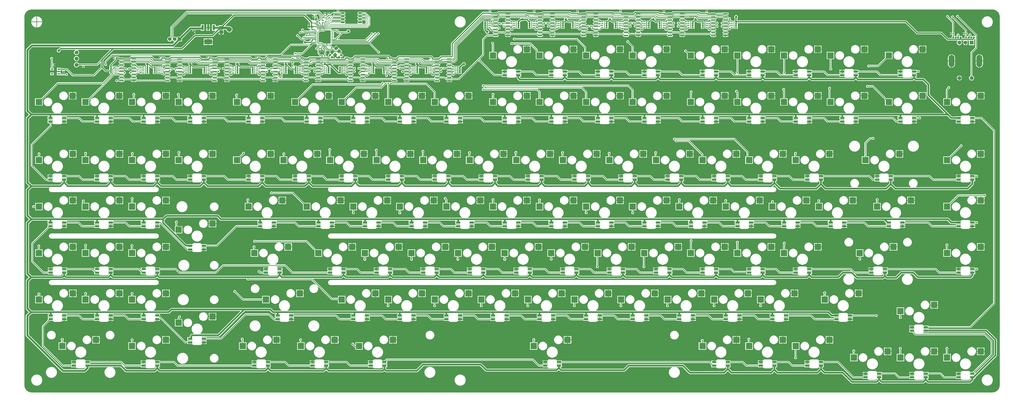
<source format=gbl>
G04*
G04 #@! TF.GenerationSoftware,Altium Limited,Altium Designer,23.5.1 (21)*
G04*
G04 Layer_Physical_Order=2*
G04 Layer_Color=16711680*
%FSLAX25Y25*%
%MOIN*%
G70*
G04*
G04 #@! TF.SameCoordinates,508BA793-0958-4452-B0AF-20FDD5A17331*
G04*
G04*
G04 #@! TF.FilePolarity,Positive*
G04*
G01*
G75*
%ADD11C,0.01000*%
%ADD15R,0.01575X0.01968*%
G04:AMPARAMS|DCode=18|XSize=94.49mil|YSize=196.85mil|CornerRadius=47.24mil|HoleSize=0mil|Usage=FLASHONLY|Rotation=180.000|XOffset=0mil|YOffset=0mil|HoleType=Round|Shape=RoundedRectangle|*
%AMROUNDEDRECTD18*
21,1,0.09449,0.10236,0,0,180.0*
21,1,0.00000,0.19685,0,0,180.0*
1,1,0.09449,0.00000,0.05118*
1,1,0.09449,0.00000,0.05118*
1,1,0.09449,0.00000,-0.05118*
1,1,0.09449,0.00000,-0.05118*
%
%ADD18ROUNDEDRECTD18*%
%ADD19C,0.06102*%
%ADD20R,0.06102X0.06102*%
%ADD29C,0.00799*%
%ADD30C,0.01100*%
%ADD31C,0.02000*%
%ADD32C,0.03000*%
%ADD33C,0.01968*%
%ADD34C,0.01200*%
%ADD35C,0.05906*%
%ADD36R,0.05906X0.05906*%
%ADD37C,0.06299*%
%ADD38R,0.06299X0.06299*%
%ADD39C,0.02362*%
%ADD40C,0.04000*%
%ADD41C,0.03937*%
%ADD42C,0.08000*%
%ADD43C,0.01968*%
%ADD44C,0.04500*%
%ADD45R,0.10039X0.09843*%
%ADD46R,0.10039X0.09843*%
%ADD47R,0.07087X0.03228*%
%ADD48O,0.00787X0.03543*%
G04:AMPARAMS|DCode=49|XSize=74.98mil|YSize=22.36mil|CornerRadius=11.18mil|HoleSize=0mil|Usage=FLASHONLY|Rotation=180.000|XOffset=0mil|YOffset=0mil|HoleType=Round|Shape=RoundedRectangle|*
%AMROUNDEDRECTD49*
21,1,0.07498,0.00000,0,0,180.0*
21,1,0.05262,0.02236,0,0,180.0*
1,1,0.02236,-0.02631,0.00000*
1,1,0.02236,0.02631,0.00000*
1,1,0.02236,0.02631,0.00000*
1,1,0.02236,-0.02631,0.00000*
%
%ADD49ROUNDEDRECTD49*%
%ADD50R,0.07498X0.02236*%
%ADD51R,0.02362X0.01968*%
%ADD52R,0.01968X0.01575*%
%ADD53R,0.03260X0.03174*%
%ADD54R,0.02182X0.01822*%
%ADD55R,0.02559X0.02559*%
%ADD56R,0.03543X0.01673*%
%ADD57R,0.12795X0.08465*%
%ADD58R,0.03740X0.08465*%
%ADD59R,0.06127X0.06213*%
G04:AMPARAMS|DCode=60|XSize=29.92mil|YSize=26mil|CornerRadius=3.25mil|HoleSize=0mil|Usage=FLASHONLY|Rotation=180.000|XOffset=0mil|YOffset=0mil|HoleType=Round|Shape=RoundedRectangle|*
%AMROUNDEDRECTD60*
21,1,0.02992,0.01950,0,0,180.0*
21,1,0.02342,0.02600,0,0,180.0*
1,1,0.00650,-0.01171,0.00975*
1,1,0.00650,0.01171,0.00975*
1,1,0.00650,0.01171,-0.00975*
1,1,0.00650,-0.01171,-0.00975*
%
%ADD60ROUNDEDRECTD60*%
G04:AMPARAMS|DCode=61|XSize=33.47mil|YSize=29.53mil|CornerRadius=0mil|HoleSize=0mil|Usage=FLASHONLY|Rotation=315.000|XOffset=0mil|YOffset=0mil|HoleType=Round|Shape=Rectangle|*
%AMROTATEDRECTD61*
4,1,4,-0.02227,0.00139,-0.00139,0.02227,0.02227,-0.00139,0.00139,-0.02227,-0.02227,0.00139,0.0*
%
%ADD61ROTATEDRECTD61*%

%ADD62O,0.06693X0.02362*%
%ADD63R,0.12205X0.12205*%
%ADD64O,0.03543X0.00787*%
G04:AMPARAMS|DCode=65|XSize=55.12mil|YSize=47.24mil|CornerRadius=0mil|HoleSize=0mil|Usage=FLASHONLY|Rotation=225.000|XOffset=0mil|YOffset=0mil|HoleType=Round|Shape=Rectangle|*
%AMROTATEDRECTD65*
4,1,4,0.00278,0.03619,0.03619,0.00278,-0.00278,-0.03619,-0.03619,-0.00278,0.00278,0.03619,0.0*
%
%ADD65ROTATEDRECTD65*%

G04:AMPARAMS|DCode=66|XSize=33.47mil|YSize=29.53mil|CornerRadius=0mil|HoleSize=0mil|Usage=FLASHONLY|Rotation=45.000|XOffset=0mil|YOffset=0mil|HoleType=Round|Shape=Rectangle|*
%AMROTATEDRECTD66*
4,1,4,-0.00139,-0.02227,-0.02227,-0.00139,0.00139,0.02227,0.02227,0.00139,-0.00139,-0.02227,0.0*
%
%ADD66ROTATEDRECTD66*%

%ADD67R,0.03740X0.02362*%
%ADD68C,0.01300*%
%ADD69C,0.01500*%
%ADD70C,0.00800*%
%ADD71C,0.02500*%
%ADD72C,0.04000*%
%ADD73C,0.06000*%
G36*
X1562000Y628000D02*
X1562593D01*
X1563773Y627884D01*
X1564937Y627652D01*
X1566072Y627308D01*
X1567167Y626854D01*
X1568213Y626295D01*
X1569199Y625636D01*
X1570116Y624884D01*
X1570535Y624465D01*
X1570535D01*
X1570946Y624054D01*
X1571684Y623155D01*
X1572329Y622189D01*
X1572877Y621164D01*
X1573322Y620090D01*
X1573659Y618978D01*
X1573886Y617838D01*
X1574000Y616682D01*
X1574000Y616101D01*
X1574000Y616101D01*
X1574000Y616101D01*
Y374000D01*
X1574000Y30000D01*
Y22000D01*
X1574000Y21419D01*
X1573886Y20262D01*
X1573659Y19123D01*
X1573322Y18010D01*
X1572877Y16937D01*
X1572329Y15912D01*
X1571684Y14945D01*
X1570946Y14047D01*
X1570116Y13217D01*
X1569199Y12464D01*
X1568213Y11805D01*
X1567167Y11246D01*
X1566072Y10792D01*
X1564937Y10448D01*
X1563773Y10217D01*
X1562593Y10101D01*
X1562000Y10101D01*
X14407D01*
X13227Y10217D01*
X12063Y10448D01*
X10928Y10792D01*
X9833Y11246D01*
X8787Y11805D01*
X7801Y12464D01*
X6884Y13217D01*
X6464Y13636D01*
X6054Y14047D01*
X5316Y14945D01*
X4671Y15912D01*
X4123Y16937D01*
X3678Y18010D01*
X3341Y19123D01*
X3114Y20262D01*
X3000Y21419D01*
Y22000D01*
Y616101D01*
Y616682D01*
X3114Y617838D01*
X3341Y618978D01*
X3678Y620090D01*
X4123Y621164D01*
X4671Y622189D01*
X5316Y623155D01*
X6054Y624054D01*
X6464Y624465D01*
X6884Y624884D01*
X7801Y625636D01*
X8787Y626295D01*
X9833Y626854D01*
X10928Y627308D01*
X12063Y627652D01*
X13227Y627884D01*
X14407Y628000D01*
X15000Y628000D01*
X15000Y628000D01*
X1562000Y628000D01*
D02*
G37*
%LPC*%
G36*
X754984Y627362D02*
X753500D01*
Y626075D01*
X754984D01*
Y627362D01*
D02*
G37*
G36*
X752500D02*
X751016D01*
Y626075D01*
X752500D01*
Y627362D01*
D02*
G37*
G36*
X509984Y627362D02*
X508500D01*
Y626075D01*
X509984D01*
Y627362D01*
D02*
G37*
G36*
X507500D02*
X506016D01*
Y626075D01*
X507500D01*
Y627362D01*
D02*
G37*
G36*
X964984Y627362D02*
X963500D01*
Y626075D01*
X964984D01*
Y627362D01*
D02*
G37*
G36*
X962500D02*
X961016D01*
Y626075D01*
X962500D01*
Y627362D01*
D02*
G37*
G36*
X895984Y626937D02*
X894500D01*
Y625650D01*
X895984D01*
Y626937D01*
D02*
G37*
G36*
X825984D02*
X824500D01*
Y625650D01*
X825984D01*
Y626937D01*
D02*
G37*
G36*
X893500D02*
X892016D01*
Y625650D01*
X893500D01*
Y626937D01*
D02*
G37*
G36*
X823500D02*
X822016D01*
Y625650D01*
X823500D01*
Y626937D01*
D02*
G37*
G36*
X1103984Y626787D02*
X1102500D01*
Y625500D01*
X1103984D01*
Y626787D01*
D02*
G37*
G36*
X1034984D02*
X1033500D01*
Y625500D01*
X1034984D01*
Y626787D01*
D02*
G37*
G36*
X1101500D02*
X1100016D01*
Y625500D01*
X1101500D01*
Y626787D01*
D02*
G37*
G36*
X1032500D02*
X1031016D01*
Y625500D01*
X1032500D01*
Y626787D01*
D02*
G37*
G36*
X494984Y623362D02*
X493500D01*
Y622075D01*
X494984D01*
Y623362D01*
D02*
G37*
G36*
X488984D02*
X487500D01*
Y622075D01*
X488984D01*
Y623362D01*
D02*
G37*
G36*
X492500D02*
X491016D01*
Y622075D01*
X492500D01*
Y623362D01*
D02*
G37*
G36*
X486500D02*
X485016D01*
Y622075D01*
X486500D01*
Y623362D01*
D02*
G37*
G36*
X477759Y625529D02*
X264172D01*
X263586Y625413D01*
X263090Y625081D01*
X238919Y600910D01*
X238587Y600414D01*
X238471Y599828D01*
Y584291D01*
X238074Y583987D01*
X237583Y584118D01*
X236543D01*
X235537Y583849D01*
X234636Y583328D01*
X233900Y582592D01*
X233380Y581691D01*
X233110Y580686D01*
Y579645D01*
X233380Y578640D01*
X233900Y577738D01*
X234636Y577002D01*
X235537Y576482D01*
X236543Y576213D01*
X237583D01*
X238589Y576482D01*
X239490Y577002D01*
X240226Y577738D01*
X240739Y578627D01*
X240848Y578653D01*
X241152D01*
X241261Y578627D01*
X241774Y577738D01*
X242510Y577002D01*
X243411Y576482D01*
X244417Y576213D01*
X244600D01*
X244792Y575751D01*
X241590Y572549D01*
X15000D01*
X14025Y572355D01*
X13198Y571802D01*
X6198Y564802D01*
X6109Y564670D01*
X6072Y564645D01*
X5519Y563818D01*
X5325Y562843D01*
Y464567D01*
X5519Y463591D01*
X6072Y462765D01*
X10340Y458496D01*
X6072Y454228D01*
X5519Y453401D01*
X5325Y452425D01*
Y349071D01*
X5519Y348095D01*
X6072Y347269D01*
X10340Y343000D01*
X6072Y338732D01*
X5519Y337905D01*
X5325Y336929D01*
Y295665D01*
X5519Y294690D01*
X6072Y293863D01*
X10340Y289595D01*
X6072Y285326D01*
X5519Y284499D01*
X5325Y283524D01*
Y201905D01*
X5519Y200930D01*
X6072Y200103D01*
X10175Y196000D01*
X6072Y191897D01*
X5519Y191070D01*
X5325Y190094D01*
Y145614D01*
X5519Y144639D01*
X6072Y143812D01*
X10111Y139772D01*
X5945Y135606D01*
X5392Y134779D01*
X5198Y133803D01*
Y102253D01*
X5392Y101278D01*
X5945Y100451D01*
X63198Y43198D01*
X64025Y42645D01*
X65000Y42451D01*
X100197D01*
X101172Y42645D01*
X101999Y43198D01*
X106493Y47692D01*
X107046Y48519D01*
X107240Y49494D01*
Y50683D01*
X109234D01*
Y51003D01*
X137119D01*
X137217Y50513D01*
X136802Y50341D01*
X135353Y49373D01*
X134120Y48140D01*
X133152Y46691D01*
X132485Y45081D01*
X132145Y43371D01*
Y41629D01*
X132485Y39919D01*
X133152Y38309D01*
X134120Y36860D01*
X135353Y35627D01*
X136802Y34659D01*
X138412Y33992D01*
X140122Y33652D01*
X141865D01*
X143574Y33992D01*
X145184Y34659D01*
X146633Y35627D01*
X147866Y36860D01*
X148834Y38309D01*
X149501Y39919D01*
X149841Y41629D01*
Y43371D01*
X149501Y45081D01*
X148834Y46691D01*
X147866Y48140D01*
X146633Y49373D01*
X145184Y50341D01*
X144770Y50513D01*
X144867Y51003D01*
X157753D01*
X165378Y43378D01*
X166122Y42880D01*
X167000Y42706D01*
X212763D01*
X213641Y42880D01*
X214385Y43378D01*
X216941Y45934D01*
X219497Y43378D01*
X220241Y42880D01*
X221119Y42706D01*
X391009D01*
X391887Y42880D01*
X392632Y43378D01*
X395316Y46062D01*
X398000Y43378D01*
X398745Y42880D01*
X399623Y42706D01*
X484884D01*
X485762Y42880D01*
X486507Y43378D01*
X489066Y45937D01*
X491625Y43378D01*
X492370Y42880D01*
X493248Y42706D01*
X580000D01*
X580878Y42880D01*
X581622Y43378D01*
X582816Y44572D01*
X584010Y43378D01*
X584754Y42880D01*
X585632Y42706D01*
X635000D01*
X635878Y42880D01*
X636622Y43378D01*
X645950Y52706D01*
X737050D01*
X745378Y44378D01*
X746122Y43881D01*
X747000Y43706D01*
X860000D01*
X860878Y43881D01*
X861622Y44378D01*
X863682Y46437D01*
X865741Y44378D01*
X866485Y43881D01*
X867363Y43706D01*
X969066D01*
X969944Y43881D01*
X970688Y44378D01*
X977313Y51003D01*
X1046097D01*
X1046195Y50513D01*
X1045784Y50343D01*
X1044335Y49374D01*
X1043102Y48142D01*
X1042134Y46692D01*
X1041467Y45081D01*
X1041126Y43372D01*
Y41628D01*
X1041467Y39919D01*
X1042134Y38308D01*
X1043102Y36858D01*
X1044335Y35626D01*
X1045784Y34657D01*
X1047395Y33990D01*
X1049105Y33650D01*
X1050848D01*
X1052558Y33990D01*
X1054168Y34657D01*
X1055618Y35626D01*
X1056851Y36858D01*
X1057819Y38308D01*
X1058486Y39919D01*
X1058826Y41628D01*
Y43372D01*
X1058486Y45081D01*
X1057819Y46692D01*
X1056851Y48142D01*
X1055618Y49374D01*
X1054168Y50343D01*
X1053758Y50513D01*
X1053856Y51003D01*
X1062753D01*
X1073378Y40378D01*
X1074122Y39880D01*
X1075000Y39706D01*
X1130000D01*
X1130878Y39880D01*
X1131622Y40378D01*
X1135941Y44697D01*
X1140260Y40378D01*
X1141004Y39880D01*
X1141882Y39706D01*
X1206000D01*
X1206878Y39880D01*
X1207622Y40378D01*
X1210941Y43697D01*
X1214260Y40378D01*
X1215004Y39880D01*
X1215882Y39706D01*
X1280263D01*
X1281141Y39880D01*
X1281885Y40378D01*
X1285941Y44434D01*
X1289997Y40378D01*
X1290741Y39880D01*
X1291619Y39706D01*
X1320050D01*
X1334378Y25378D01*
X1335122Y24881D01*
X1336000Y24706D01*
X1375763D01*
X1376641Y24881D01*
X1377385Y25378D01*
X1379881Y27874D01*
X1382378Y25378D01*
X1383122Y24881D01*
X1384000Y24706D01*
X1450763D01*
X1451641Y24881D01*
X1452385Y25378D01*
X1454691Y27684D01*
X1456997Y25378D01*
X1457741Y24881D01*
X1458619Y24706D01*
X1526000D01*
X1526878Y24881D01*
X1527622Y25378D01*
X1531313Y29069D01*
X1531810Y29813D01*
X1531985Y30691D01*
Y31933D01*
X1534234D01*
Y33917D01*
X1568622Y68305D01*
X1569119Y69049D01*
X1569294Y69927D01*
Y95000D01*
X1569119Y95878D01*
X1568622Y96622D01*
X1554075Y111169D01*
X1553331Y111667D01*
X1552453Y111841D01*
X1459234D01*
Y112161D01*
X1451158D01*
Y112839D01*
X1459234D01*
Y113923D01*
X1526453D01*
X1527038Y114040D01*
X1527534Y114371D01*
X1566081Y152919D01*
X1566413Y153415D01*
X1566529Y154000D01*
Y433000D01*
X1566413Y433585D01*
X1566081Y434081D01*
X1546129Y454034D01*
X1545632Y454366D01*
X1545047Y454482D01*
X1534234D01*
Y455567D01*
X1526060D01*
X1525897Y455959D01*
X1525676Y456290D01*
X1525335Y456631D01*
X1525004Y456852D01*
X1524559Y457036D01*
X1524168Y457114D01*
X1523927D01*
X1523927Y457114D01*
X1513574Y457114D01*
X1513542Y457108D01*
X1513510Y457112D01*
X1513251Y457096D01*
X1513249Y457095D01*
X1513248Y457095D01*
X1513055Y457044D01*
X1512866Y456993D01*
X1512865Y456993D01*
X1512864Y456992D01*
X1512398Y456763D01*
X1512397Y456762D01*
X1512396Y456761D01*
X1512241Y456642D01*
X1512082Y456520D01*
X1512082Y456519D01*
X1512081Y456518D01*
X1511739Y456127D01*
X1511738Y456126D01*
X1511737Y456125D01*
X1511641Y455957D01*
X1511541Y455782D01*
X1511541Y455781D01*
X1511540Y455780D01*
X1511469Y455567D01*
X1503266D01*
Y455247D01*
X1496998D01*
X1492126Y460118D01*
X1461294Y490950D01*
Y507000D01*
X1461119Y507878D01*
X1460622Y508622D01*
X1452622Y516622D01*
X1451878Y517119D01*
X1451000Y517294D01*
X1439832D01*
X1438235Y518891D01*
Y519433D01*
X1440484D01*
Y524661D01*
X1432408D01*
Y525339D01*
X1440484D01*
Y526471D01*
X1441445D01*
X1441765Y526151D01*
X1442566Y525819D01*
X1443434D01*
X1444236Y526151D01*
X1444849Y526764D01*
X1445181Y527566D01*
Y528434D01*
X1444849Y529236D01*
X1444236Y529849D01*
X1443434Y530181D01*
X1442566D01*
X1441765Y529849D01*
X1441445Y529529D01*
X1440484D01*
Y530567D01*
X1432307D01*
X1432147Y530955D01*
X1432146Y530955D01*
X1432146Y530956D01*
X1432036Y531121D01*
X1431926Y531286D01*
X1431925Y531286D01*
X1431925Y531286D01*
X1431584Y531628D01*
X1431584Y531628D01*
X1431583Y531628D01*
X1431420Y531737D01*
X1431253Y531849D01*
X1431253Y531849D01*
X1431252Y531849D01*
X1430807Y532033D01*
X1430806Y532033D01*
X1430806Y532033D01*
X1430608Y532073D01*
X1430416Y532111D01*
X1430416Y532110D01*
X1430415Y532111D01*
X1430176Y532110D01*
X1430176Y532110D01*
X1419823Y532110D01*
X1419582Y532110D01*
X1419582Y532110D01*
X1419582Y532110D01*
X1419381Y532070D01*
X1419192Y532033D01*
X1419192Y532033D01*
X1419192Y532033D01*
X1418746Y531848D01*
X1418746Y531848D01*
X1418746Y531848D01*
X1418566Y531728D01*
X1418415Y531627D01*
X1418415Y531627D01*
X1418415Y531627D01*
X1418074Y531286D01*
X1418074Y531286D01*
X1418074Y531286D01*
X1417964Y531121D01*
X1417853Y530955D01*
X1417853Y530955D01*
X1417853Y530955D01*
X1417692Y530567D01*
X1414559D01*
Y527953D01*
Y525339D01*
X1417591D01*
Y524661D01*
X1409516D01*
Y523577D01*
X1382586D01*
X1377129Y529034D01*
X1376632Y529366D01*
X1376047Y529482D01*
X1346734D01*
Y530567D01*
X1338557D01*
X1338397Y530955D01*
X1338396Y530955D01*
X1338396Y530956D01*
X1338286Y531121D01*
X1338176Y531286D01*
X1338175Y531286D01*
X1338175Y531286D01*
X1337834Y531628D01*
X1337834Y531628D01*
X1337833Y531628D01*
X1337670Y531737D01*
X1337503Y531849D01*
X1337503Y531849D01*
X1337502Y531849D01*
X1337057Y532033D01*
X1337056Y532033D01*
X1337056Y532033D01*
X1336858Y532073D01*
X1336666Y532111D01*
X1336666Y532110D01*
X1336665Y532111D01*
X1336426Y532110D01*
X1336426Y532110D01*
X1326073Y532110D01*
X1325832Y532110D01*
X1325832Y532110D01*
X1325832Y532110D01*
X1325631Y532070D01*
X1325442Y532033D01*
X1325442Y532033D01*
X1325442Y532033D01*
X1324996Y531848D01*
X1324996Y531848D01*
X1324996Y531848D01*
X1324816Y531728D01*
X1324665Y531627D01*
X1324665Y531627D01*
X1324665Y531627D01*
X1324324Y531286D01*
X1324324Y531286D01*
X1324324Y531286D01*
X1324214Y531121D01*
X1324103Y530955D01*
X1324103Y530955D01*
X1324103Y530955D01*
X1323942Y530567D01*
X1320809D01*
Y527953D01*
X1320309D01*
D01*
X1320809D01*
Y525339D01*
X1323841D01*
Y524661D01*
X1315766D01*
Y523577D01*
X1297586D01*
X1292129Y529034D01*
X1291632Y529366D01*
X1291047Y529482D01*
X1271734D01*
Y530567D01*
X1263557D01*
X1263397Y530955D01*
X1263396Y530955D01*
X1263396Y530956D01*
X1263286Y531121D01*
X1263176Y531286D01*
X1263175Y531286D01*
X1263175Y531286D01*
X1262834Y531628D01*
X1262834Y531628D01*
X1262833Y531628D01*
X1262670Y531737D01*
X1262503Y531849D01*
X1262503Y531849D01*
X1262502Y531849D01*
X1262057Y532033D01*
X1262056Y532033D01*
X1262056Y532033D01*
X1261858Y532073D01*
X1261666Y532111D01*
X1261666Y532110D01*
X1261665Y532111D01*
X1261426Y532110D01*
X1261426Y532110D01*
X1251073Y532110D01*
X1250832Y532110D01*
X1250832Y532110D01*
X1250832Y532110D01*
X1250631Y532070D01*
X1250442Y532033D01*
X1250442Y532033D01*
X1250442Y532033D01*
X1249996Y531848D01*
X1249996Y531848D01*
X1249996Y531848D01*
X1249816Y531728D01*
X1249665Y531627D01*
X1249665Y531627D01*
X1249665Y531627D01*
X1249324Y531286D01*
X1249324Y531286D01*
X1249324Y531286D01*
X1249214Y531121D01*
X1249103Y530955D01*
X1249103Y530955D01*
X1249103Y530955D01*
X1248942Y530567D01*
X1245809D01*
Y527953D01*
Y525339D01*
X1248841D01*
Y524661D01*
X1240766D01*
Y523577D01*
X1228156D01*
X1228056Y524077D01*
X1228236Y524151D01*
X1228849Y524764D01*
X1229181Y525566D01*
Y526434D01*
X1228849Y527236D01*
X1228529Y527555D01*
Y547829D01*
X1232506D01*
Y559671D01*
X1220467D01*
Y547829D01*
X1225471D01*
Y527555D01*
X1225151Y527236D01*
X1224819Y526434D01*
Y525566D01*
X1225151Y524764D01*
X1225764Y524151D01*
X1225944Y524077D01*
X1225844Y523577D01*
X1221586D01*
X1216129Y529034D01*
X1215633Y529366D01*
X1215047Y529482D01*
X1196734D01*
Y530567D01*
X1188557D01*
X1188397Y530955D01*
X1188396Y530955D01*
X1188396Y530956D01*
X1188286Y531121D01*
X1188176Y531286D01*
X1188175Y531286D01*
X1188175Y531286D01*
X1187834Y531628D01*
X1187834Y531628D01*
X1187833Y531628D01*
X1187670Y531737D01*
X1187503Y531849D01*
X1187503Y531849D01*
X1187502Y531849D01*
X1187057Y532033D01*
X1187056Y532033D01*
X1187056Y532033D01*
X1186858Y532073D01*
X1186666Y532111D01*
X1186666Y532110D01*
X1186665Y532111D01*
X1186426Y532110D01*
X1186426Y532110D01*
X1176073Y532110D01*
X1175832Y532110D01*
X1175832Y532110D01*
X1175832Y532110D01*
X1175631Y532070D01*
X1175442Y532033D01*
X1175442Y532033D01*
X1175442Y532033D01*
X1174996Y531848D01*
X1174996Y531848D01*
X1174996Y531848D01*
X1174816Y531728D01*
X1174665Y531627D01*
X1174665Y531627D01*
X1174665Y531627D01*
X1174324Y531286D01*
X1174324Y531286D01*
X1174324Y531286D01*
X1174214Y531121D01*
X1174103Y530955D01*
X1174103Y530955D01*
X1174103Y530955D01*
X1173942Y530567D01*
X1170809D01*
Y527953D01*
Y525339D01*
X1173841D01*
Y524661D01*
X1165766D01*
Y523577D01*
X1152310D01*
X1152211Y524077D01*
X1152291Y524110D01*
X1152904Y524723D01*
X1153236Y525525D01*
Y526393D01*
X1153016Y526925D01*
Y547829D01*
X1157506D01*
Y559671D01*
X1145467D01*
Y547829D01*
X1149957D01*
Y527865D01*
X1149819Y527808D01*
X1149206Y527194D01*
X1148874Y526393D01*
Y525525D01*
X1149206Y524723D01*
X1149819Y524110D01*
X1149899Y524077D01*
X1149800Y523577D01*
X1147586D01*
X1142129Y529034D01*
X1141632Y529366D01*
X1141047Y529482D01*
X1121734D01*
Y530567D01*
X1113557D01*
X1113397Y530955D01*
X1113396Y530955D01*
X1113396Y530956D01*
X1113286Y531121D01*
X1113176Y531286D01*
X1113175Y531286D01*
X1113175Y531286D01*
X1112834Y531628D01*
X1112834Y531628D01*
X1112833Y531628D01*
X1112670Y531737D01*
X1112503Y531849D01*
X1112503Y531849D01*
X1112502Y531849D01*
X1112057Y532033D01*
X1112056Y532033D01*
X1112056Y532033D01*
X1111858Y532073D01*
X1111666Y532111D01*
X1111666Y532110D01*
X1111665Y532111D01*
X1111426Y532110D01*
X1111426Y532110D01*
X1101073Y532110D01*
X1100832Y532110D01*
X1100832Y532110D01*
X1100832Y532110D01*
X1100631Y532070D01*
X1100442Y532033D01*
X1100442Y532033D01*
X1100442Y532033D01*
X1099996Y531848D01*
X1099996Y531848D01*
X1099996Y531848D01*
X1099816Y531728D01*
X1099665Y531627D01*
X1099665Y531627D01*
X1099665Y531627D01*
X1099324Y531286D01*
X1099324Y531286D01*
X1099324Y531286D01*
X1099214Y531121D01*
X1099103Y530955D01*
X1099103Y530955D01*
X1099103Y530955D01*
X1098942Y530567D01*
X1095809D01*
Y527953D01*
Y525339D01*
X1098841D01*
Y524661D01*
X1090766D01*
Y523577D01*
X1063586D01*
X1058129Y529034D01*
X1057633Y529366D01*
X1057047Y529482D01*
X1027984D01*
Y530567D01*
X1019807D01*
X1019647Y530955D01*
X1019646Y530955D01*
X1019646Y530956D01*
X1019536Y531121D01*
X1019426Y531286D01*
X1019425Y531286D01*
X1019425Y531286D01*
X1019084Y531628D01*
X1019084Y531628D01*
X1019083Y531628D01*
X1018920Y531737D01*
X1018753Y531849D01*
X1018753Y531849D01*
X1018752Y531849D01*
X1018307Y532033D01*
X1018306Y532033D01*
X1018306Y532033D01*
X1018108Y532073D01*
X1017916Y532111D01*
X1017916Y532110D01*
X1017915Y532111D01*
X1017676Y532110D01*
X1017676Y532110D01*
X1007323Y532110D01*
X1007082Y532110D01*
X1007082Y532110D01*
X1007082Y532110D01*
X1006881Y532070D01*
X1006692Y532033D01*
X1006692Y532033D01*
X1006692Y532033D01*
X1006246Y531848D01*
X1006246Y531848D01*
X1006246Y531848D01*
X1006066Y531728D01*
X1005915Y531627D01*
X1005915Y531627D01*
X1005915Y531627D01*
X1005574Y531286D01*
X1005574Y531286D01*
X1005574Y531286D01*
X1005464Y531121D01*
X1005353Y530955D01*
X1005353Y530955D01*
X1005353Y530955D01*
X1005192Y530567D01*
X1002059D01*
Y527953D01*
Y525339D01*
X1005091D01*
Y524661D01*
X997016D01*
Y523577D01*
X978586D01*
X973129Y529034D01*
X972633Y529366D01*
X972047Y529482D01*
X952984D01*
Y530567D01*
X944807D01*
X944647Y530955D01*
X944646Y530955D01*
X944646Y530956D01*
X944536Y531121D01*
X944426Y531286D01*
X944425Y531286D01*
X944425Y531286D01*
X944084Y531628D01*
X944084Y531628D01*
X944083Y531628D01*
X943920Y531737D01*
X943753Y531849D01*
X943753Y531849D01*
X943752Y531849D01*
X943307Y532033D01*
X943306Y532033D01*
X943306Y532033D01*
X943108Y532073D01*
X942916Y532111D01*
X942916Y532110D01*
X942915Y532111D01*
X942676Y532110D01*
X942676Y532110D01*
X932323Y532110D01*
X932082Y532110D01*
X932082Y532110D01*
X932082Y532110D01*
X931881Y532070D01*
X931692Y532033D01*
X931692Y532033D01*
X931692Y532033D01*
X931246Y531848D01*
X931246Y531848D01*
X931246Y531848D01*
X931066Y531728D01*
X930915Y531627D01*
X930915Y531627D01*
X930915Y531627D01*
X930574Y531286D01*
X930574Y531286D01*
X930574Y531286D01*
X930464Y531121D01*
X930353Y530955D01*
X930353Y530955D01*
X930353Y530955D01*
X930192Y530567D01*
X927059D01*
Y527953D01*
Y525339D01*
X930091D01*
Y524661D01*
X922016D01*
Y523577D01*
X902586D01*
X897129Y529034D01*
X896632Y529366D01*
X896047Y529482D01*
X877984D01*
Y530567D01*
X869807D01*
X869647Y530955D01*
X869646Y530955D01*
X869646Y530956D01*
X869536Y531121D01*
X869426Y531286D01*
X869425Y531286D01*
X869425Y531286D01*
X869084Y531628D01*
X869084Y531628D01*
X869083Y531628D01*
X868920Y531737D01*
X868753Y531849D01*
X868753Y531849D01*
X868752Y531849D01*
X868307Y532033D01*
X868306Y532033D01*
X868306Y532033D01*
X868108Y532073D01*
X867916Y532111D01*
X867916Y532110D01*
X867915Y532111D01*
X867676Y532110D01*
X867676Y532110D01*
X857323Y532110D01*
X857082Y532110D01*
X857082Y532110D01*
X857082Y532110D01*
X856881Y532070D01*
X856692Y532033D01*
X856692Y532033D01*
X856692Y532033D01*
X856246Y531848D01*
X856246Y531848D01*
X856246Y531848D01*
X856066Y531728D01*
X855915Y531627D01*
X855915Y531627D01*
X855915Y531627D01*
X855574Y531286D01*
X855574Y531286D01*
X855574Y531286D01*
X855464Y531121D01*
X855353Y530955D01*
X855353Y530955D01*
X855353Y530955D01*
X855192Y530567D01*
X852059D01*
Y527953D01*
X851559D01*
D01*
X852059D01*
Y525339D01*
X855091D01*
Y524661D01*
X847016D01*
Y523577D01*
X828586D01*
X823129Y529034D01*
X822633Y529366D01*
X822047Y529482D01*
X802984D01*
Y530567D01*
X794807D01*
X794647Y530955D01*
X794646Y530955D01*
X794646Y530956D01*
X794536Y531121D01*
X794426Y531286D01*
X794426Y531286D01*
X794425Y531286D01*
X794084Y531628D01*
X794084Y531628D01*
X794083Y531628D01*
X793920Y531737D01*
X793753Y531849D01*
X793753Y531849D01*
X793752Y531849D01*
X793306Y532033D01*
X793306Y532033D01*
X793306Y532033D01*
X793108Y532073D01*
X792916Y532111D01*
X792916Y532110D01*
X792915Y532111D01*
X792676Y532110D01*
X792676Y532110D01*
X782323Y532110D01*
X782082Y532110D01*
X782082Y532110D01*
X782082Y532110D01*
X781881Y532070D01*
X781692Y532033D01*
X781692Y532033D01*
X781692Y532033D01*
X781246Y531848D01*
X781246Y531848D01*
X781246Y531848D01*
X781066Y531728D01*
X780915Y531627D01*
X780915Y531627D01*
X780915Y531627D01*
X780574Y531286D01*
X780574Y531286D01*
X780574Y531286D01*
X780464Y531121D01*
X780353Y530955D01*
X780353Y530955D01*
X780353Y530955D01*
X780192Y530567D01*
X777059D01*
Y527953D01*
Y525339D01*
X780091D01*
Y524661D01*
X772016D01*
Y523577D01*
X760619D01*
X738809Y545387D01*
Y545786D01*
X738477Y546588D01*
X737864Y547201D01*
X737303Y547433D01*
X737158Y547995D01*
X743081Y553919D01*
X743413Y554415D01*
X743529Y555000D01*
Y579366D01*
X748589Y584426D01*
X757859D01*
X758556Y583960D01*
X759383Y583796D01*
X764644D01*
X765471Y583960D01*
X766171Y584428D01*
X766639Y585129D01*
X766804Y585955D01*
X766639Y586782D01*
X766171Y587482D01*
X765471Y587951D01*
X764644Y588115D01*
X759383D01*
X758556Y587951D01*
X757859Y587485D01*
X747955D01*
X747370Y587368D01*
X746874Y587037D01*
X740919Y581081D01*
X740587Y580585D01*
X740471Y580000D01*
Y555633D01*
X702290Y517452D01*
X692487D01*
X692170Y517839D01*
X692210Y518041D01*
X692045Y518868D01*
X691577Y519568D01*
X690877Y520036D01*
X690050Y520201D01*
X684789D01*
X683962Y520036D01*
X683261Y519568D01*
X682793Y518868D01*
X682647Y518133D01*
X682374Y517984D01*
X682141Y517933D01*
X680951Y519123D01*
X680455Y519454D01*
X679869Y519571D01*
X671882D01*
X671185Y520036D01*
X670358Y520201D01*
X665097D01*
X664270Y520036D01*
X663569Y519568D01*
X663101Y518868D01*
X662937Y518041D01*
X663027Y517590D01*
X662602Y517164D01*
X662478Y517189D01*
X623836D01*
X623425Y517689D01*
X623495Y518041D01*
X623331Y518868D01*
X622863Y519568D01*
X622162Y520036D01*
X621336Y520201D01*
X616074D01*
X615248Y520036D01*
X614547Y519568D01*
X614256Y519132D01*
X614160Y519123D01*
X613664Y519454D01*
X613079Y519571D01*
X603167D01*
X602470Y520036D01*
X601644Y520201D01*
X596382D01*
X595556Y520036D01*
X594855Y519568D01*
X594387Y518868D01*
X594223Y518041D01*
X594312Y517590D01*
X593887Y517164D01*
X593764Y517189D01*
X553121D01*
X552711Y517689D01*
X552781Y518041D01*
X552616Y518868D01*
X552148Y519568D01*
X551448Y520036D01*
X550621Y520201D01*
X545360D01*
X544533Y520036D01*
X543832Y519568D01*
X543541Y519132D01*
X543446Y519123D01*
X542949Y519454D01*
X542364Y519571D01*
X532453D01*
X531756Y520036D01*
X530929Y520201D01*
X525668D01*
X524841Y520036D01*
X524141Y519568D01*
X523672Y518868D01*
X523508Y518041D01*
X523598Y517590D01*
X523173Y517164D01*
X523049Y517189D01*
X481407D01*
X480996Y517689D01*
X481066Y518041D01*
X480902Y518868D01*
X480434Y519568D01*
X479733Y520036D01*
X478907Y520201D01*
X473645D01*
X472819Y520036D01*
X472118Y519568D01*
X471827Y519132D01*
X471731Y519123D01*
X471235Y519454D01*
X470650Y519571D01*
X460738D01*
X460041Y520036D01*
X459215Y520201D01*
X453953D01*
X453127Y520036D01*
X452426Y519568D01*
X451958Y518868D01*
X451794Y518041D01*
X451884Y517590D01*
X451458Y517164D01*
X451335Y517189D01*
X418562D01*
X418228Y517689D01*
X418393Y518087D01*
Y518955D01*
X418300Y519178D01*
X418565Y519442D01*
X418896Y519939D01*
X419013Y520524D01*
Y523980D01*
X420255D01*
Y527130D01*
Y530279D01*
Y533953D01*
X420255D01*
Y537102D01*
X416629D01*
X416212Y537519D01*
Y537603D01*
X415880Y538404D01*
X415266Y539018D01*
X414465Y539350D01*
X413597D01*
X413556Y539333D01*
X413375Y539454D01*
X412789Y539571D01*
X411402D01*
X410704Y540036D01*
X409878Y540201D01*
X404616D01*
X403790Y540036D01*
X403089Y539568D01*
X402621Y538868D01*
X402457Y538041D01*
X402621Y537215D01*
X403089Y536514D01*
X403790Y536046D01*
X404616Y535882D01*
X409878D01*
X410704Y536046D01*
X411402Y536512D01*
X411942D01*
X412182Y535933D01*
X412795Y535320D01*
X413597Y534988D01*
X414418D01*
X414711Y534694D01*
Y534159D01*
X414211Y533952D01*
X414040Y534123D01*
X413544Y534454D01*
X412959Y534571D01*
X411402D01*
X410704Y535036D01*
X409878Y535201D01*
X404616D01*
X403790Y535036D01*
X403093Y534571D01*
X400992D01*
X400514Y534475D01*
X400370Y534535D01*
X399502D01*
X398701Y534203D01*
X398087Y533589D01*
X397793Y532880D01*
X397459Y532814D01*
X397273Y532830D01*
X397038Y533398D01*
X396424Y534011D01*
X395622Y534343D01*
X394755D01*
X394716Y534327D01*
X394527Y534454D01*
X393941Y534571D01*
X391709D01*
X391012Y535036D01*
X390186Y535201D01*
X384924D01*
X384098Y535036D01*
X383401Y534571D01*
X382041D01*
X381456Y534454D01*
X380960Y534123D01*
X380591Y533754D01*
X380091Y533961D01*
Y534472D01*
X380867Y534794D01*
X381480Y535407D01*
X381812Y536209D01*
Y536512D01*
X383401D01*
X384098Y536046D01*
X384924Y535882D01*
X390186D01*
X391012Y536046D01*
X391713Y536514D01*
X392181Y537215D01*
X392346Y538041D01*
X392181Y538868D01*
X391916Y539264D01*
X392014Y539754D01*
X392145Y539842D01*
X393815Y541512D01*
X403093D01*
X403790Y541046D01*
X404616Y540882D01*
X409878D01*
X410704Y541046D01*
X411402Y541512D01*
X420894D01*
X421165Y541012D01*
X421000Y540395D01*
Y539605D01*
X421204Y538842D01*
X421599Y538158D01*
X422155Y537602D01*
X422155Y537589D01*
X422019Y537102D01*
X421405D01*
Y533429D01*
Y530279D01*
Y527130D01*
Y523980D01*
X426948D01*
Y527130D01*
Y530279D01*
Y533876D01*
X427410Y534067D01*
X430622Y530854D01*
X430622Y530854D01*
X431201Y530468D01*
X431884Y530332D01*
X431884Y530332D01*
X436883D01*
Y527130D01*
Y523980D01*
X442427D01*
Y527130D01*
Y530279D01*
Y533429D01*
Y537102D01*
X437361D01*
Y537314D01*
X437029Y538115D01*
X436710Y538435D01*
Y541126D01*
X437029Y541446D01*
X437361Y542247D01*
Y543115D01*
X437507Y543333D01*
X445504D01*
X448995Y539842D01*
X449074Y539789D01*
Y539188D01*
X448977Y539123D01*
X448678Y538824D01*
X448226D01*
X447425Y538492D01*
X446811Y537878D01*
X446490Y537102D01*
X443576D01*
Y533429D01*
Y530279D01*
Y527130D01*
X443577D01*
Y523980D01*
X448819D01*
Y523566D01*
X449151Y522764D01*
X449764Y522151D01*
X450566Y521819D01*
X451434D01*
X451532Y521860D01*
X452091Y521748D01*
X452270D01*
X452426Y521514D01*
X453127Y521046D01*
X453953Y520882D01*
X459215D01*
X460041Y521046D01*
X460742Y521514D01*
X461210Y522215D01*
X461374Y523041D01*
X461210Y523868D01*
X460742Y524568D01*
X460041Y525036D01*
X459215Y525201D01*
X453953D01*
X453127Y525036D01*
X452904Y525104D01*
X452849Y525236D01*
X452236Y525849D01*
X451843Y526012D01*
X451942Y526512D01*
X452430D01*
X453127Y526046D01*
X453953Y525882D01*
X459215D01*
X460041Y526046D01*
X460429Y526305D01*
X460583Y526151D01*
X461385Y525819D01*
X462253D01*
X463054Y526151D01*
X463668Y526764D01*
X464000Y527566D01*
Y528434D01*
X463668Y529236D01*
X463054Y529849D01*
X462253Y530181D01*
X461385D01*
X460583Y529849D01*
X460478Y529744D01*
X460041Y530036D01*
X459215Y530201D01*
X453953D01*
X453127Y530036D01*
X452430Y529571D01*
X451592D01*
X451081Y530081D01*
X450905Y530199D01*
Y530801D01*
X451081Y530919D01*
X451675Y531512D01*
X452430D01*
X453127Y531046D01*
X453953Y530882D01*
X459215D01*
X460041Y531046D01*
X460708Y531491D01*
X462424D01*
X462765Y531151D01*
X463566Y530819D01*
X464434D01*
X465236Y531151D01*
X465849Y531765D01*
X466181Y532566D01*
Y533434D01*
X465849Y534235D01*
X465236Y534849D01*
X464434Y535181D01*
X463566D01*
X462765Y534849D01*
X462465Y534550D01*
X460754D01*
X460742Y534568D01*
X460041Y535036D01*
X459215Y535201D01*
X453953D01*
X453127Y535036D01*
X452430Y534571D01*
X451041D01*
X450456Y534454D01*
X449960Y534123D01*
X449620Y533782D01*
X449191Y533928D01*
X449120Y533990D01*
Y534472D01*
X449895Y534794D01*
X450509Y535407D01*
X450841Y536209D01*
Y536512D01*
X452430D01*
X453127Y536046D01*
X453953Y535882D01*
X459215D01*
X460041Y536046D01*
X460742Y536514D01*
X461210Y537215D01*
X461374Y538041D01*
X461210Y538868D01*
X461153Y538953D01*
X461389Y539394D01*
X465150D01*
X465736Y539510D01*
X466232Y539842D01*
X467902Y541512D01*
X472122D01*
X472819Y541046D01*
X473645Y540882D01*
X478907D01*
X479733Y541046D01*
X480430Y541512D01*
X481396D01*
X481761Y541147D01*
X482562Y540815D01*
X483430D01*
X483676Y540917D01*
X484052Y540587D01*
X484000Y540395D01*
Y539605D01*
X484204Y538842D01*
X484599Y538158D01*
X485155Y537602D01*
X485155Y537589D01*
X485019Y537102D01*
X484181D01*
Y537434D01*
X483849Y538236D01*
X483236Y538849D01*
X482434Y539181D01*
X481566D01*
X481505Y539156D01*
X481412Y539218D01*
X480827Y539334D01*
X480590D01*
X480434Y539568D01*
X479733Y540036D01*
X478907Y540201D01*
X473645D01*
X472819Y540036D01*
X472118Y539568D01*
X471650Y538868D01*
X471486Y538041D01*
X471650Y537215D01*
X472118Y536514D01*
X472819Y536046D01*
X473645Y535882D01*
X478907D01*
X479733Y536046D01*
X480078Y535942D01*
X480151Y535765D01*
X480723Y535192D01*
X480715Y534955D01*
X480640Y534661D01*
X480382Y534603D01*
X479733Y535036D01*
X478907Y535201D01*
X473645D01*
X472819Y535036D01*
X472118Y534568D01*
X472106Y534550D01*
X470535D01*
X470235Y534849D01*
X469434Y535181D01*
X468566D01*
X467765Y534849D01*
X467151Y534235D01*
X466819Y533434D01*
Y532566D01*
X467151Y531765D01*
X467765Y531151D01*
X468566Y530819D01*
X469434D01*
X470235Y531151D01*
X470576Y531491D01*
X472153D01*
X472819Y531046D01*
X473645Y530882D01*
X478907D01*
X479733Y531046D01*
X480430Y531512D01*
X481325D01*
X481919Y530919D01*
X482095Y530801D01*
Y530199D01*
X481919Y530081D01*
X481408Y529571D01*
X480430D01*
X479733Y530036D01*
X478907Y530201D01*
X473645D01*
X472819Y530036D01*
X472156Y529594D01*
X471982D01*
X471639Y529937D01*
X470838Y530269D01*
X469970D01*
X469168Y529937D01*
X468555Y529323D01*
X468223Y528522D01*
Y527654D01*
X468555Y526852D01*
X469168Y526239D01*
X469970Y525907D01*
X470838D01*
X471639Y526239D01*
X471683Y526283D01*
X472118Y526514D01*
X472819Y526046D01*
X473645Y525882D01*
X478907D01*
X479733Y526046D01*
X480430Y526512D01*
X481058D01*
X481157Y526012D01*
X480764Y525849D01*
X480151Y525236D01*
X480117Y525153D01*
X479733Y525036D01*
X478907Y525201D01*
X473645D01*
X472819Y525036D01*
X472118Y524568D01*
X471650Y523868D01*
X471486Y523041D01*
X471650Y522215D01*
X472118Y521514D01*
X472819Y521046D01*
X473645Y520882D01*
X478907D01*
X479733Y521046D01*
X480434Y521514D01*
X480590Y521748D01*
X480909D01*
X481468Y521860D01*
X481566Y521819D01*
X482434D01*
X483236Y522151D01*
X483849Y522764D01*
X484181Y523566D01*
Y523980D01*
X489284D01*
Y527130D01*
Y530279D01*
Y533953D01*
X489283D01*
Y535487D01*
X489745Y535678D01*
X490433Y534990D01*
Y530279D01*
Y527130D01*
Y523980D01*
X492354D01*
X492425Y523933D01*
X493205Y523778D01*
X493985Y523933D01*
X494056Y523980D01*
X495977D01*
Y527130D01*
Y530279D01*
Y533429D01*
Y535486D01*
X496439Y535678D01*
X507578Y524538D01*
X508240Y524096D01*
X508598Y524025D01*
Y523980D01*
X508823D01*
X509020Y523941D01*
X510577D01*
X510589Y523933D01*
X511370Y523778D01*
X512150Y523933D01*
X512221Y523980D01*
X514141D01*
Y527130D01*
Y530279D01*
Y533429D01*
Y537102D01*
X512221D01*
X512150Y537150D01*
X511370Y537305D01*
X510589Y537150D01*
X510518Y537102D01*
X508598D01*
Y533429D01*
Y529939D01*
X508136Y529748D01*
X498952Y538932D01*
X499143Y539394D01*
X523494D01*
X523729Y538953D01*
X523672Y538868D01*
X523592Y538465D01*
X522726Y537599D01*
X522274D01*
X521472Y537267D01*
X521326Y537121D01*
X520834Y537102D01*
Y537102D01*
X515291D01*
Y533429D01*
Y530279D01*
Y527130D01*
X515291D01*
Y523980D01*
X518672D01*
X519592Y523059D01*
Y522607D01*
X519924Y521806D01*
X520538Y521192D01*
X521340Y520860D01*
X522207D01*
X523009Y521192D01*
X523328Y521512D01*
X524144D01*
X524841Y521046D01*
X525668Y520882D01*
X530929D01*
X531756Y521046D01*
X532456Y521514D01*
X532924Y522215D01*
X533089Y523041D01*
X532924Y523868D01*
X532456Y524568D01*
X531756Y525036D01*
X530929Y525201D01*
X525668D01*
X524841Y525036D01*
X524144Y524571D01*
X523328D01*
X523009Y524890D01*
X522207Y525222D01*
X521755D01*
X520834Y526143D01*
Y527471D01*
X521367D01*
X521877Y526960D01*
X522373Y526628D01*
X522959Y526512D01*
X524144D01*
X524841Y526046D01*
X525668Y525882D01*
X530929D01*
X531756Y526046D01*
X532431Y526497D01*
X532937D01*
X533271Y526163D01*
X534073Y525831D01*
X534940D01*
X535742Y526163D01*
X536356Y526777D01*
X536688Y527578D01*
Y528446D01*
X536356Y529248D01*
X535742Y529861D01*
X534940Y530193D01*
X534073D01*
X533271Y529861D01*
X532966Y529556D01*
X532464D01*
X532456Y529568D01*
X531756Y530036D01*
X530929Y530201D01*
X525668D01*
X524841Y530036D01*
X524144Y529571D01*
X523592D01*
X523081Y530081D01*
X522905Y530199D01*
Y530801D01*
X523081Y530919D01*
X523675Y531512D01*
X524144D01*
X524841Y531046D01*
X525668Y530882D01*
X530929D01*
X531756Y531046D01*
X532422Y531491D01*
X533424D01*
X533765Y531151D01*
X534566Y530819D01*
X535434D01*
X536236Y531151D01*
X536849Y531765D01*
X537181Y532566D01*
Y533434D01*
X536849Y534235D01*
X536236Y534849D01*
X535434Y535181D01*
X534566D01*
X533765Y534849D01*
X533465Y534550D01*
X532469D01*
X532456Y534568D01*
X531756Y535036D01*
X530929Y535201D01*
X525668D01*
X525285Y535125D01*
X525038Y535585D01*
X525390Y535937D01*
X525668Y535882D01*
X530929D01*
X531756Y536046D01*
X532456Y536514D01*
X532924Y537215D01*
X533089Y538041D01*
X532924Y538868D01*
X532660Y539264D01*
X532757Y539754D01*
X532888Y539842D01*
X534558Y541512D01*
X543836D01*
X544533Y541046D01*
X545360Y540882D01*
X550621D01*
X551448Y541046D01*
X552145Y541512D01*
X561894D01*
X562165Y541012D01*
X562000Y540395D01*
Y539605D01*
X562204Y538842D01*
X562599Y538158D01*
X562921Y537837D01*
Y537102D01*
X562148D01*
Y533429D01*
Y530279D01*
Y527130D01*
Y523980D01*
X564068D01*
X564139Y523933D01*
X564919Y523778D01*
X565700Y523933D01*
X565771Y523980D01*
X567691D01*
Y527130D01*
Y530279D01*
Y533772D01*
X568153Y533963D01*
X568358Y533758D01*
X568358Y533758D01*
X569020Y533316D01*
X569800Y533161D01*
X569800Y533161D01*
X579312D01*
Y530279D01*
Y527130D01*
Y523980D01*
X581233D01*
X581304Y523933D01*
X582084Y523778D01*
X582864Y523933D01*
X582935Y523980D01*
X584476D01*
Y522949D01*
X584350Y522823D01*
X584018Y522021D01*
Y521153D01*
X584350Y520352D01*
X584964Y519738D01*
X585765Y519406D01*
X586633D01*
X587435Y519738D01*
X588048Y520352D01*
X588380Y521153D01*
Y522021D01*
X588048Y522823D01*
X587535Y523336D01*
Y523980D01*
X589386D01*
X590307Y523059D01*
Y522607D01*
X590639Y521806D01*
X591252Y521192D01*
X592054Y520860D01*
X592922D01*
X593723Y521192D01*
X594043Y521512D01*
X594859D01*
X595556Y521046D01*
X596382Y520882D01*
X601644D01*
X602470Y521046D01*
X603171Y521514D01*
X603639Y522215D01*
X603803Y523041D01*
X603639Y523868D01*
X603171Y524568D01*
X602470Y525036D01*
X601644Y525201D01*
X596382D01*
X595556Y525036D01*
X594859Y524571D01*
X594043D01*
X593723Y524890D01*
X592922Y525222D01*
X592470D01*
X591549Y526143D01*
Y526640D01*
X592049Y526831D01*
X592415Y526587D01*
X593000Y526471D01*
X593207Y526512D01*
X594859D01*
X595556Y526046D01*
X596382Y525882D01*
X601644D01*
X602470Y526046D01*
X603171Y526514D01*
X603639Y527215D01*
X603803Y528041D01*
X603639Y528868D01*
X603171Y529568D01*
X602470Y530036D01*
X601644Y530201D01*
X596382D01*
X595556Y530036D01*
X594859Y529571D01*
X593592D01*
X593245Y529918D01*
X593268Y530346D01*
X593335Y530497D01*
X593756Y530672D01*
X594370Y531285D01*
X594402Y531364D01*
X594925Y531467D01*
X595556Y531046D01*
X596382Y530882D01*
X601644D01*
X602470Y531046D01*
X603171Y531514D01*
X603639Y532215D01*
X603721Y532628D01*
X604292Y532933D01*
X604566Y532819D01*
X605434D01*
X605864Y532456D01*
X606151Y531765D01*
X606765Y531151D01*
X607566Y530819D01*
X608434D01*
X609235Y531151D01*
X609576Y531491D01*
X614581D01*
X615248Y531046D01*
X616074Y530882D01*
X621336D01*
X622162Y531046D01*
X622859Y531512D01*
X623325D01*
X623919Y530919D01*
X624095Y530801D01*
Y530199D01*
X623919Y530081D01*
X623408Y529571D01*
X622859D01*
X622162Y530036D01*
X621336Y530201D01*
X616074D01*
X615248Y530036D01*
X614547Y529568D01*
X614535Y529550D01*
X613535D01*
X613236Y529849D01*
X612434Y530181D01*
X611566D01*
X610765Y529849D01*
X610151Y529236D01*
X609819Y528434D01*
Y527566D01*
X610151Y526764D01*
X610765Y526151D01*
X611566Y525819D01*
X612434D01*
X613236Y526151D01*
X613576Y526491D01*
X614581D01*
X615248Y526046D01*
X616074Y525882D01*
X621336D01*
X622162Y526046D01*
X622859Y526512D01*
X624041D01*
X624626Y526628D01*
X625123Y526960D01*
X625633Y527471D01*
X626169D01*
Y526143D01*
X625207Y525181D01*
X624566D01*
X623765Y524849D01*
X623465Y524550D01*
X622875D01*
X622863Y524568D01*
X622162Y525036D01*
X621336Y525201D01*
X616074D01*
X615248Y525036D01*
X614547Y524568D01*
X614079Y523868D01*
X613915Y523041D01*
X614079Y522215D01*
X614547Y521514D01*
X615248Y521046D01*
X616074Y520882D01*
X621336D01*
X622162Y521046D01*
X622828Y521491D01*
X623424D01*
X623765Y521151D01*
X624566Y520819D01*
X625434D01*
X626235Y521151D01*
X626849Y521765D01*
X627181Y522566D01*
Y522829D01*
X628332Y523980D01*
X631713D01*
Y527130D01*
Y530279D01*
Y533953D01*
X631712D01*
Y537102D01*
X628332D01*
X626312Y539123D01*
X625815Y539454D01*
X625230Y539571D01*
X622859D01*
X622162Y540036D01*
X621336Y540201D01*
X616074D01*
X615248Y540036D01*
X614547Y539568D01*
X614535Y539550D01*
X608021D01*
X607435Y539434D01*
X606939Y539102D01*
X605018Y537181D01*
X604566D01*
X604062Y536972D01*
X603946Y537038D01*
X603666Y537349D01*
X603803Y538041D01*
X603639Y538868D01*
X603450Y539150D01*
X603593Y539836D01*
X603603Y539842D01*
X605273Y541512D01*
X614551D01*
X615248Y541046D01*
X616074Y540882D01*
X621336D01*
X622162Y541046D01*
X622859Y541512D01*
X632387D01*
X632670Y541012D01*
X632512Y540419D01*
Y539629D01*
X632716Y538866D01*
X633111Y538181D01*
X633534Y537759D01*
Y537102D01*
X632862D01*
Y533429D01*
Y530279D01*
Y527130D01*
Y523980D01*
X634783D01*
X634854Y523933D01*
X635634Y523778D01*
X636414Y523933D01*
X636485Y523980D01*
X638406D01*
Y527130D01*
Y530279D01*
Y533624D01*
X638906Y533772D01*
X639489Y533382D01*
X640270Y533226D01*
X648027D01*
Y530279D01*
Y527130D01*
Y523980D01*
X649947D01*
X650018Y523933D01*
X650799Y523778D01*
X651579Y523933D01*
X651650Y523980D01*
X653570D01*
Y527130D01*
Y530279D01*
Y533429D01*
Y537102D01*
X651650D01*
X651579Y537150D01*
X650799Y537305D01*
X641114D01*
X638512Y539907D01*
Y540419D01*
X638353Y541012D01*
X638636Y541512D01*
X640325D01*
X641995Y539842D01*
X642492Y539510D01*
X643077Y539394D01*
X661524D01*
X661731Y538894D01*
X661018Y538181D01*
X660566D01*
X659764Y537849D01*
X659151Y537235D01*
X659108Y537132D01*
X657828D01*
X657680Y537102D01*
X654720D01*
Y533429D01*
Y530279D01*
Y527130D01*
X654720D01*
Y523980D01*
X658100D01*
X658686Y523394D01*
X658620Y523235D01*
Y522367D01*
X658952Y521566D01*
X659566Y520952D01*
X660367Y520620D01*
X661235D01*
X662037Y520952D01*
X662596Y521512D01*
X663573D01*
X664270Y521046D01*
X665097Y520882D01*
X670358D01*
X671185Y521046D01*
X671885Y521514D01*
X672353Y522215D01*
X672518Y523041D01*
X672353Y523868D01*
X671885Y524568D01*
X671185Y525036D01*
X670358Y525201D01*
X665097D01*
X664270Y525036D01*
X663573Y524571D01*
X662116D01*
X662037Y524650D01*
X661558Y524849D01*
X660263Y526143D01*
Y526867D01*
X660763Y527074D01*
X660877Y526960D01*
X661374Y526628D01*
X661959Y526512D01*
X663573D01*
X664270Y526046D01*
X665097Y525882D01*
X670358D01*
X671185Y526046D01*
X671851Y526491D01*
X672424D01*
X672764Y526151D01*
X673566Y525819D01*
X674434D01*
X675236Y526151D01*
X675849Y526764D01*
X676181Y527566D01*
Y528434D01*
X675849Y529236D01*
X675236Y529849D01*
X674434Y530181D01*
X673566D01*
X672764Y529849D01*
X672465Y529550D01*
X671898D01*
X671885Y529568D01*
X671185Y530036D01*
X670358Y530201D01*
X665097D01*
X664270Y530036D01*
X663573Y529571D01*
X662592D01*
X662081Y530081D01*
X661905Y530199D01*
Y530801D01*
X662081Y530919D01*
X662675Y531512D01*
X663573D01*
X664270Y531046D01*
X665097Y530882D01*
X670358D01*
X671185Y531046D01*
X671851Y531491D01*
X673424D01*
X673765Y531151D01*
X674566Y530819D01*
X675434D01*
X676235Y531151D01*
X676680Y531595D01*
X677000Y531710D01*
X677320Y531595D01*
X677765Y531151D01*
X678566Y530819D01*
X679434D01*
X680235Y531151D01*
X680576Y531491D01*
X683296D01*
X683962Y531046D01*
X684789Y530882D01*
X690050D01*
X690877Y531046D01*
X691574Y531512D01*
X692325D01*
X692919Y530919D01*
X693080Y530811D01*
X693191Y530205D01*
X693030Y529979D01*
X692800D01*
X691999Y529647D01*
X691577Y529568D01*
X690877Y530036D01*
X690050Y530201D01*
X684789D01*
X683962Y530036D01*
X683261Y529568D01*
X682793Y528868D01*
X682629Y528041D01*
X682793Y527215D01*
X683261Y526514D01*
X683962Y526046D01*
X684789Y525882D01*
X690050D01*
X690877Y526046D01*
X691392Y526390D01*
X691557D01*
X691999Y525949D01*
X692800Y525617D01*
X693272D01*
X693325Y525585D01*
X693585Y525117D01*
X693485Y524935D01*
X692876Y524682D01*
X692764Y524571D01*
X691574D01*
X690877Y525036D01*
X690050Y525201D01*
X684789D01*
X683962Y525036D01*
X683261Y524568D01*
X682793Y523868D01*
X682629Y523041D01*
X682793Y522215D01*
X683261Y521514D01*
X683962Y521046D01*
X684789Y520882D01*
X690050D01*
X690877Y521046D01*
X691574Y521512D01*
X692682D01*
X692876Y521318D01*
X693605Y521016D01*
X694395D01*
X695124Y521318D01*
X695682Y521876D01*
X695984Y522605D01*
Y522918D01*
X697047Y523980D01*
X700427D01*
Y527130D01*
Y530279D01*
Y533953D01*
X700427D01*
Y537102D01*
X694904D01*
X694849Y537235D01*
X694236Y537849D01*
X693434Y538181D01*
X692566D01*
X692113Y538527D01*
X692045Y538868D01*
X691577Y539568D01*
X690877Y540036D01*
X690050Y540201D01*
X684789D01*
X683962Y540036D01*
X683261Y539568D01*
X682793Y538868D01*
X682629Y538041D01*
X682793Y537215D01*
X683261Y536514D01*
X683962Y536046D01*
X684789Y535882D01*
X690010D01*
X690164Y535726D01*
X690197Y535681D01*
X690135Y535481D01*
X689929Y535201D01*
X684789D01*
X683962Y535036D01*
X683261Y534568D01*
X683249Y534550D01*
X680535D01*
X680235Y534849D01*
X679434Y535181D01*
X678566D01*
X677765Y534849D01*
X677320Y534405D01*
X677000Y534290D01*
X676680Y534405D01*
X676235Y534849D01*
X675434Y535181D01*
X674566D01*
X673765Y534849D01*
X673465Y534550D01*
X671898D01*
X671885Y534568D01*
X671185Y535036D01*
X670358Y535201D01*
X665097D01*
X664270Y535036D01*
X663755Y534692D01*
X663321Y534763D01*
X663044Y535235D01*
X663181Y535566D01*
Y536018D01*
X663634Y536471D01*
X664270Y536046D01*
X665097Y535882D01*
X670358D01*
X671185Y536046D01*
X671885Y536514D01*
X672353Y537215D01*
X672518Y538041D01*
X672353Y538868D01*
X672089Y539264D01*
X672186Y539754D01*
X672317Y539842D01*
X673987Y541512D01*
X683265D01*
X683962Y541046D01*
X684789Y540882D01*
X690050D01*
X690877Y541046D01*
X691574Y541512D01*
X695041D01*
X695626Y541628D01*
X696123Y541960D01*
X700081Y545919D01*
X700413Y546415D01*
X700529Y547000D01*
Y569367D01*
X743471Y612308D01*
X755046D01*
X755253Y611808D01*
X754072Y610626D01*
X753740Y610130D01*
X753718Y610016D01*
X749006D01*
Y606343D01*
Y603194D01*
Y600044D01*
X749006D01*
Y596894D01*
X751531D01*
X751636Y596365D01*
X751968Y595869D01*
X752819Y595018D01*
Y594566D01*
X753151Y593764D01*
X753764Y593151D01*
X754566Y592819D01*
X755434D01*
X756236Y593151D01*
X756555Y593471D01*
X757000D01*
X757585Y593587D01*
X758081Y593919D01*
X758297Y594134D01*
X758556Y593960D01*
X759383Y593796D01*
X764644D01*
X765471Y593960D01*
X766171Y594428D01*
X766639Y595129D01*
X766737Y595621D01*
X767278Y595938D01*
X767566Y595819D01*
X768434D01*
X769236Y596151D01*
X769849Y596765D01*
X770181Y597566D01*
Y598434D01*
X769849Y599235D01*
X769236Y599849D01*
X768434Y600181D01*
X767782D01*
X766753Y601209D01*
X766639Y601782D01*
X766171Y602482D01*
X765471Y602951D01*
X764644Y603115D01*
X759383D01*
X758556Y602951D01*
X757859Y602485D01*
X756678D01*
X756081Y603081D01*
X755905Y603199D01*
X755876Y603687D01*
X755905Y603801D01*
X756081Y603919D01*
X756081Y603919D01*
X756082Y603919D01*
X756589Y604426D01*
X757859D01*
X758556Y603960D01*
X759383Y603796D01*
X764644D01*
X765471Y603960D01*
X766168Y604426D01*
X766877D01*
X767151Y603764D01*
X767765Y603151D01*
X768566Y602819D01*
X769434D01*
X770235Y603151D01*
X770680Y603595D01*
X771000Y603710D01*
X771320Y603595D01*
X771765Y603151D01*
X772566Y602819D01*
X773434D01*
X773520Y602855D01*
X773804Y602431D01*
X773560Y602187D01*
X773228Y601386D01*
Y600518D01*
X773560Y599717D01*
X774174Y599103D01*
X774975Y598771D01*
X775843D01*
X776645Y599103D01*
X776966Y599424D01*
X777554D01*
X778248Y598960D01*
X779075Y598796D01*
X784336D01*
X785163Y598960D01*
X785860Y599426D01*
X786955D01*
X787228Y599480D01*
X787540Y599542D01*
X787540Y599542D01*
X787540Y599542D01*
X787731Y599670D01*
X788036Y599874D01*
X788633Y600471D01*
X789170D01*
Y599057D01*
X788249Y598137D01*
X787797D01*
X786996Y597804D01*
X786676Y597485D01*
X785860D01*
X785163Y597951D01*
X784336Y598115D01*
X779075D01*
X778248Y597951D01*
X777548Y597482D01*
X777079Y596782D01*
X776915Y595955D01*
X777079Y595129D01*
X777548Y594428D01*
X778248Y593960D01*
X779075Y593796D01*
X784336D01*
X785163Y593960D01*
X785860Y594426D01*
X786676D01*
X786996Y594106D01*
X787797Y593774D01*
X788665D01*
X789466Y594106D01*
X790080Y594720D01*
X790412Y595522D01*
Y595974D01*
X791333Y596894D01*
X794713D01*
Y600044D01*
Y603194D01*
Y606867D01*
X794713D01*
Y610016D01*
X789170D01*
X789170Y610016D01*
X788676Y610031D01*
X787919Y610345D01*
X787289D01*
X786451Y611182D01*
X786331Y611782D01*
X785863Y612482D01*
X785163Y612951D01*
X784336Y613115D01*
X779075D01*
X778248Y612951D01*
X777548Y612482D01*
X777079Y611782D01*
X776915Y610955D01*
X777079Y610129D01*
X777548Y609428D01*
X778248Y608960D01*
X779075Y608796D01*
X784336D01*
X784359Y608800D01*
X784556Y608581D01*
X784374Y608194D01*
X784303Y608115D01*
X779075D01*
X778248Y607951D01*
X777551Y607485D01*
X774324D01*
X773739Y607368D01*
X773449Y607175D01*
X773434Y607181D01*
X772566D01*
X771765Y606849D01*
X771320Y606405D01*
X771000Y606290D01*
X770680Y606405D01*
X770235Y606849D01*
X769434Y607181D01*
X768566D01*
X768551Y607175D01*
X768261Y607368D01*
X767676Y607485D01*
X766168D01*
X765471Y607951D01*
X764644Y608115D01*
X759383D01*
X758556Y607951D01*
X757859Y607485D01*
X757235D01*
X757181Y607566D01*
Y608434D01*
X756916Y609074D01*
X757224Y609448D01*
X757842D01*
X757856Y609428D01*
X758556Y608960D01*
X759383Y608796D01*
X764644D01*
X765471Y608960D01*
X766171Y609428D01*
X766639Y610129D01*
X766804Y610955D01*
X766639Y611782D01*
X766375Y612178D01*
X766472Y612669D01*
X766603Y612756D01*
X768273Y614426D01*
X777551D01*
X778248Y613960D01*
X779075Y613796D01*
X784336D01*
X785163Y613960D01*
X785860Y614426D01*
X802249D01*
X802486Y613930D01*
X802300Y613657D01*
X802072D01*
X801292Y613501D01*
X800630Y613059D01*
X797587Y610016D01*
X795863D01*
Y606343D01*
Y603194D01*
Y600044D01*
Y596894D01*
X797783D01*
X797854Y596847D01*
X798634Y596692D01*
X799415Y596847D01*
X799486Y596894D01*
X801406D01*
Y600044D01*
Y603194D01*
Y608068D01*
X802917Y609578D01*
X803195D01*
X803842Y609204D01*
X804605Y609000D01*
X805395D01*
X806158Y609204D01*
X806842Y609599D01*
X807401Y610158D01*
X807508Y610344D01*
X811143D01*
X814027Y607459D01*
Y603194D01*
Y600044D01*
Y596894D01*
X815948D01*
X816019Y596847D01*
X816799Y596692D01*
X817579Y596847D01*
X817650Y596894D01*
X819571D01*
Y600044D01*
Y603194D01*
Y606343D01*
Y610016D01*
X817650D01*
X817579Y610064D01*
X817094Y610160D01*
X815408Y611846D01*
X815600Y612308D01*
X828923D01*
X829159Y611867D01*
X829102Y611782D01*
X829028Y611411D01*
X828592Y611116D01*
X828434Y611181D01*
X827566D01*
X826764Y610849D01*
X826151Y610236D01*
X826060Y610016D01*
X820720D01*
Y606343D01*
Y603194D01*
Y600044D01*
X820721D01*
Y596894D01*
X824101D01*
X824819Y596176D01*
Y595566D01*
X825151Y594765D01*
X825764Y594151D01*
X826566Y593819D01*
X827434D01*
X828236Y594151D01*
X828510Y594426D01*
X829574D01*
X830271Y593960D01*
X831097Y593796D01*
X836359D01*
X837185Y593960D01*
X837886Y594428D01*
X838354Y595129D01*
X838518Y595955D01*
X838354Y596782D01*
X837886Y597482D01*
X837185Y597951D01*
X836359Y598115D01*
X831097D01*
X830271Y597951D01*
X829574Y597485D01*
X828600D01*
X828236Y597849D01*
X827434Y598181D01*
X827140D01*
X826264Y599057D01*
Y599866D01*
X826764Y600073D01*
X826963Y599874D01*
X827459Y599542D01*
X828045Y599426D01*
X829574D01*
X830271Y598960D01*
X831097Y598796D01*
X836359D01*
X837185Y598960D01*
X837647Y599269D01*
X837764Y599151D01*
X838566Y598819D01*
X839434D01*
X840236Y599151D01*
X840849Y599764D01*
X841181Y600566D01*
Y601434D01*
X840849Y602236D01*
X840236Y602849D01*
X839434Y603181D01*
X838566D01*
X837764Y602849D01*
X837593Y602678D01*
X837185Y602951D01*
X836359Y603115D01*
X831097D01*
X830271Y602951D01*
X829574Y602485D01*
X828678D01*
X828081Y603081D01*
X827905Y603199D01*
X827876Y603687D01*
X827905Y603801D01*
X828081Y603919D01*
X828082Y603919D01*
X828082Y603919D01*
X828589Y604426D01*
X829574D01*
X830271Y603960D01*
X831097Y603796D01*
X836359D01*
X837185Y603960D01*
X837886Y604428D01*
X837899Y604448D01*
X839467D01*
X839764Y604151D01*
X840566Y603819D01*
X841434D01*
X842235Y604151D01*
X842680Y604595D01*
X843000Y604710D01*
X843320Y604595D01*
X843764Y604151D01*
X844566Y603819D01*
X845434D01*
X846235Y604151D01*
X846511Y604426D01*
X849266D01*
X849963Y603960D01*
X850789Y603796D01*
X856051D01*
X856877Y603960D01*
X857574Y604426D01*
X858411D01*
X858919Y603919D01*
X859095Y603801D01*
X859150Y603514D01*
X859095Y603199D01*
X858919Y603082D01*
X858322Y602485D01*
X857574D01*
X856877Y602951D01*
X856051Y603115D01*
X850789D01*
X849963Y602951D01*
X849299Y602507D01*
X848577D01*
X848236Y602849D01*
X847434Y603181D01*
X846566D01*
X845765Y602849D01*
X845151Y602236D01*
X844819Y601434D01*
Y600566D01*
X845151Y599764D01*
X845765Y599151D01*
X846566Y598819D01*
X847434D01*
X848236Y599151D01*
X848533Y599448D01*
X849249D01*
X849262Y599428D01*
X849963Y598960D01*
X850789Y598796D01*
X856051D01*
X856877Y598960D01*
X857574Y599426D01*
X858851D01*
X858950Y598926D01*
X858764Y598849D01*
X858151Y598236D01*
X857951Y597753D01*
X857378Y597616D01*
X856877Y597951D01*
X856051Y598115D01*
X850789D01*
X849963Y597951D01*
X849262Y597482D01*
X848794Y596782D01*
X848630Y595955D01*
X848794Y595129D01*
X849262Y594428D01*
X849963Y593960D01*
X850789Y593796D01*
X856051D01*
X856877Y593960D01*
X857574Y594426D01*
X858669D01*
X859254Y594542D01*
X859668Y594819D01*
X860434D01*
X861236Y595151D01*
X861849Y595764D01*
X861902Y595892D01*
X862332Y596179D01*
X863047Y596894D01*
X866428D01*
Y600044D01*
Y603194D01*
Y606867D01*
X866427D01*
Y610016D01*
X861249D01*
X861236Y610030D01*
X860434Y610362D01*
X859566D01*
X859025Y610138D01*
X858210Y610953D01*
X858210Y610955D01*
X858046Y611782D01*
X857578Y612482D01*
X856877Y612951D01*
X856051Y613115D01*
X850789D01*
X849963Y612951D01*
X849262Y612482D01*
X848794Y611782D01*
X848630Y610955D01*
X848794Y610129D01*
X849262Y609428D01*
X849963Y608960D01*
X850789Y608796D01*
X855807D01*
X855942Y608615D01*
X855691Y608115D01*
X850789D01*
X849963Y607951D01*
X849266Y607485D01*
X846600D01*
X846235Y607849D01*
X845434Y608181D01*
X844566D01*
X843764Y607849D01*
X843320Y607405D01*
X843000Y607290D01*
X842680Y607405D01*
X842235Y607849D01*
X841434Y608181D01*
X840566D01*
X839764Y607849D01*
X839423Y607507D01*
X837849D01*
X837185Y607951D01*
X836359Y608115D01*
X831097D01*
X830743Y608045D01*
X830497Y608505D01*
X830839Y608847D01*
X831097Y608796D01*
X836359D01*
X837185Y608960D01*
X837886Y609428D01*
X838354Y610129D01*
X838518Y610955D01*
X838354Y611782D01*
X838089Y612178D01*
X838187Y612669D01*
X838318Y612756D01*
X839988Y614426D01*
X849266D01*
X849963Y613960D01*
X850789Y613796D01*
X856051D01*
X856877Y613960D01*
X857574Y614426D01*
X872476D01*
X872683Y613926D01*
X872599Y613842D01*
X872204Y613158D01*
X872000Y612395D01*
Y611605D01*
X872204Y610842D01*
X872392Y610516D01*
X872104Y610016D01*
X867577D01*
Y606343D01*
Y603194D01*
Y600044D01*
Y596894D01*
X873121D01*
Y600044D01*
Y603194D01*
Y606395D01*
X874121D01*
X874804Y606531D01*
X875383Y606918D01*
X876117Y607652D01*
X876738Y607739D01*
X877559Y606918D01*
X878137Y606531D01*
X878820Y606395D01*
X878820Y606395D01*
X883742D01*
Y603194D01*
Y600044D01*
Y596894D01*
X889285D01*
Y600044D01*
Y603194D01*
Y606343D01*
Y610016D01*
X883742D01*
Y609964D01*
X879559D01*
X877983Y611541D01*
X878000Y611605D01*
Y612209D01*
X878406Y612476D01*
X878479Y612490D01*
X878577Y612424D01*
X879163Y612308D01*
X897417D01*
X897624Y611808D01*
X897179Y611363D01*
X896863Y610890D01*
X896764Y610849D01*
X896151Y610236D01*
X896134Y610195D01*
X895978Y610016D01*
X890435D01*
Y606343D01*
Y603194D01*
Y600044D01*
X890435D01*
Y596894D01*
X893816D01*
X895836Y594874D01*
X896083Y594709D01*
X896332Y594542D01*
X896332Y594542D01*
X896332Y594542D01*
X896600Y594489D01*
X896917Y594426D01*
X899548D01*
X900245Y593960D01*
X901072Y593796D01*
X906333D01*
X907160Y593960D01*
X907637Y594279D01*
X907765Y594151D01*
X908566Y593819D01*
X909434D01*
X910236Y594151D01*
X910849Y594765D01*
X911181Y595566D01*
Y596434D01*
X910849Y597235D01*
X910236Y597849D01*
X909434Y598181D01*
X908566D01*
X907765Y597849D01*
X907583Y597668D01*
X907160Y597951D01*
X906333Y598115D01*
X901072D01*
X900245Y597951D01*
X899548Y597485D01*
X897551D01*
X895978Y599057D01*
Y600201D01*
X896478Y600359D01*
X896963Y599874D01*
X897459Y599542D01*
X898045Y599426D01*
X899548D01*
X900245Y598960D01*
X901072Y598796D01*
X906333D01*
X907160Y598960D01*
X907860Y599428D01*
X907874Y599448D01*
X909467D01*
X909764Y599151D01*
X910566Y598819D01*
X911434D01*
X912236Y599151D01*
X912680Y599595D01*
X913000Y599710D01*
X913320Y599595D01*
X913764Y599151D01*
X914566Y598819D01*
X915434D01*
X915488Y598841D01*
X915841Y598488D01*
X915819Y598434D01*
Y597566D01*
X916151Y596765D01*
X916765Y596151D01*
X917566Y595819D01*
X918434D01*
X918716Y595394D01*
X918768Y595129D01*
X919236Y594428D01*
X919937Y593960D01*
X920764Y593796D01*
X926025D01*
X926852Y593960D01*
X927549Y594426D01*
X929660D01*
X930245Y594542D01*
X930741Y594874D01*
X932762Y596894D01*
X936920D01*
Y600044D01*
Y603194D01*
Y606867D01*
X936920D01*
Y610016D01*
X933084D01*
X933058Y610022D01*
X931938D01*
X931849Y610236D01*
X931236Y610849D01*
X930684Y611077D01*
X929725Y612037D01*
X929228Y612368D01*
X928643Y612485D01*
X927549D01*
X926852Y612951D01*
X926025Y613115D01*
X920764D01*
X919937Y612951D01*
X919236Y612482D01*
X918768Y611782D01*
X918604Y610955D01*
X918768Y610129D01*
X919236Y609428D01*
X919937Y608960D01*
X920764Y608796D01*
X926025D01*
X926852Y608960D01*
X927319Y609272D01*
X927819Y609005D01*
Y608566D01*
X928046Y608019D01*
X927766Y607501D01*
X927762Y607497D01*
X927554Y607483D01*
X927541Y607490D01*
X926852Y607951D01*
X926025Y608115D01*
X920764D01*
X919937Y607951D01*
X919236Y607482D01*
X918768Y606782D01*
X918604Y605955D01*
X918768Y605129D01*
X919236Y604428D01*
X919937Y603960D01*
X920764Y603796D01*
X926025D01*
X926852Y603960D01*
X927101Y603885D01*
X927151Y603764D01*
X927765Y603151D01*
X927937Y602619D01*
X927479Y602531D01*
X926852Y602951D01*
X926025Y603115D01*
X920764D01*
X919937Y602951D01*
X919240Y602485D01*
X916600D01*
X916236Y602849D01*
X915434Y603181D01*
X914566D01*
X913764Y602849D01*
X913320Y602405D01*
X913000Y602290D01*
X912680Y602405D01*
X912236Y602849D01*
X911434Y603181D01*
X910566D01*
X909764Y602849D01*
X909423Y602507D01*
X907823D01*
X907160Y602951D01*
X906333Y603115D01*
X901072D01*
X900874Y603076D01*
X900453Y603489D01*
X900948Y603820D01*
X901072Y603796D01*
X906333D01*
X907160Y603960D01*
X907860Y604428D01*
X908328Y605129D01*
X908493Y605955D01*
X908328Y606782D01*
X907860Y607482D01*
X907160Y607951D01*
X906333Y608115D01*
X901072D01*
X900874Y608076D01*
X900453Y608489D01*
X900948Y608820D01*
X901072Y608796D01*
X906333D01*
X907160Y608960D01*
X907860Y609428D01*
X908328Y610129D01*
X908493Y610955D01*
X908328Y611782D01*
X908064Y612178D01*
X908161Y612669D01*
X908292Y612756D01*
X909962Y614426D01*
X919240D01*
X919937Y613960D01*
X920764Y613796D01*
X926025D01*
X926852Y613960D01*
X927549Y614426D01*
X943476D01*
X943683Y613926D01*
X943599Y613842D01*
X943204Y613158D01*
X943000Y612395D01*
Y611605D01*
X943017Y611541D01*
X942172Y610696D01*
X941908Y610643D01*
X941329Y610256D01*
X941090Y610016D01*
X938070D01*
Y606343D01*
Y603194D01*
Y600044D01*
Y596894D01*
X943613D01*
Y600044D01*
Y603194D01*
Y607334D01*
X943678Y607346D01*
X944256Y607733D01*
X945541Y609017D01*
X945605Y609000D01*
X946395D01*
X946459Y609017D01*
X948559Y606918D01*
X949137Y606531D01*
X949820Y606395D01*
X949820Y606395D01*
X952456D01*
Y603194D01*
Y600044D01*
Y596894D01*
X958000D01*
Y600044D01*
Y603194D01*
Y606343D01*
Y610016D01*
X952456D01*
Y609964D01*
X950559D01*
X948983Y611541D01*
X949000Y611605D01*
Y612209D01*
X949406Y612476D01*
X949479Y612490D01*
X949577Y612424D01*
X950163Y612308D01*
X967352D01*
X967588Y611867D01*
X967531Y611782D01*
X967438Y611316D01*
X967304Y611181D01*
X966566D01*
X965765Y610849D01*
X965151Y610236D01*
X965126Y610176D01*
X964693Y610016D01*
Y610016D01*
X959149D01*
Y606343D01*
Y603194D01*
Y600044D01*
X959150D01*
Y596894D01*
X962530D01*
X963307Y596117D01*
X963803Y595786D01*
X964388Y595669D01*
X964883D01*
X965203Y595350D01*
X966005Y595018D01*
X966872D01*
X967096Y595110D01*
X967591Y594779D01*
X967791Y594739D01*
X967999Y594428D01*
X968700Y593960D01*
X969526Y593796D01*
X974788D01*
X975614Y593960D01*
X976315Y594428D01*
X976783Y595129D01*
X976947Y595955D01*
X976783Y596782D01*
X976315Y597482D01*
X975614Y597951D01*
X974788Y598115D01*
X969526D01*
X968700Y597951D01*
X968341Y598305D01*
X968288Y598434D01*
X968171Y598551D01*
X968305Y599124D01*
X968404Y599157D01*
X968700Y598960D01*
X969526Y598796D01*
X974788D01*
X975614Y598960D01*
X976315Y599428D01*
X976328Y599448D01*
X977467D01*
X977765Y599151D01*
X978566Y598819D01*
X979434D01*
X980235Y599151D01*
X980849Y599764D01*
X981181Y600566D01*
Y601434D01*
X980849Y602236D01*
X980235Y602849D01*
X979434Y603181D01*
X978566D01*
X977765Y602849D01*
X977423Y602507D01*
X976278D01*
X975614Y602951D01*
X974788Y603115D01*
X969526D01*
X968700Y602951D01*
X968003Y602485D01*
X967678D01*
X967169Y602994D01*
X967214Y603345D01*
X967307Y603532D01*
X967585Y603587D01*
X968081Y603919D01*
X968354Y604191D01*
X968700Y603960D01*
X969526Y603796D01*
X974788D01*
X975614Y603960D01*
X976315Y604428D01*
X976328Y604448D01*
X978467D01*
X978765Y604151D01*
X979566Y603819D01*
X980434D01*
X981236Y604151D01*
X981680Y604595D01*
X982000Y604710D01*
X982320Y604595D01*
X982765Y604151D01*
X983566Y603819D01*
X984434D01*
X985236Y604151D01*
X985533Y604448D01*
X987678D01*
X987691Y604428D01*
X988392Y603960D01*
X989218Y603796D01*
X994480D01*
X995306Y603960D01*
X996003Y604426D01*
X997411D01*
X997919Y603919D01*
X998095Y603801D01*
X998151Y603580D01*
X998095Y603199D01*
X997919Y603082D01*
X997322Y602485D01*
X996003D01*
X995306Y602951D01*
X994480Y603115D01*
X989218D01*
X988392Y602951D01*
X988114Y602765D01*
X987943Y602935D01*
X987142Y603267D01*
X986274D01*
X985472Y602935D01*
X984859Y602322D01*
X984527Y601520D01*
Y600653D01*
X984859Y599851D01*
X985472Y599237D01*
X986274Y598905D01*
X987142D01*
X987943Y599237D01*
X987957Y599251D01*
X988392Y598960D01*
X989218Y598796D01*
X994480D01*
X995306Y598960D01*
X996003Y599426D01*
X997955D01*
X998228Y599480D01*
X998540Y599542D01*
X998540Y599542D01*
X998540Y599542D01*
X998784Y599705D01*
X999211Y599488D01*
X999255Y598999D01*
X998436Y598180D01*
X998434Y598181D01*
X997566D01*
X996764Y597849D01*
X996423Y597507D01*
X995970D01*
X995306Y597951D01*
X994480Y598115D01*
X989218D01*
X988392Y597951D01*
X987691Y597482D01*
X987223Y596782D01*
X987059Y595955D01*
X987223Y595129D01*
X987691Y594428D01*
X988392Y593960D01*
X989218Y593796D01*
X994480D01*
X995306Y593960D01*
X996007Y594428D01*
X996487Y594428D01*
X996764Y594151D01*
X997566Y593819D01*
X998434D01*
X999236Y594151D01*
X999849Y594765D01*
X1000181Y595566D01*
Y595599D01*
X1001476Y596894D01*
X1004857D01*
Y600044D01*
Y603194D01*
Y606867D01*
X1004856D01*
Y610016D01*
X999313D01*
Y610016D01*
X998876Y610169D01*
X998849Y610236D01*
X998236Y610849D01*
X997434Y611181D01*
X996699D01*
X996568Y611312D01*
X996475Y611782D01*
X996007Y612482D01*
X995306Y612951D01*
X994480Y613115D01*
X989575D01*
X989322Y613615D01*
X989456Y613796D01*
X994480D01*
X995306Y613960D01*
X996003Y614426D01*
X1013476D01*
X1013683Y613926D01*
X1013599Y613842D01*
X1013290Y613306D01*
X1013055D01*
X1013055Y613306D01*
X1012372Y613170D01*
X1011793Y612783D01*
X1009026Y610016D01*
X1006006D01*
Y606343D01*
Y603194D01*
Y600044D01*
Y596894D01*
X1011550D01*
Y600044D01*
Y603194D01*
Y607493D01*
X1013794Y609737D01*
X1014020D01*
X1014158Y609599D01*
X1014842Y609204D01*
X1015605Y609000D01*
X1016395D01*
X1016459Y609017D01*
X1018559Y606918D01*
X1019137Y606531D01*
X1019820Y606395D01*
X1019820Y606395D01*
X1023171D01*
Y603194D01*
Y600044D01*
Y596894D01*
X1028714D01*
Y600044D01*
Y603194D01*
Y606343D01*
Y610016D01*
X1023171D01*
Y609964D01*
X1020559D01*
X1018983Y611541D01*
X1019000Y611605D01*
Y612209D01*
X1019406Y612476D01*
X1019479Y612490D01*
X1019577Y612424D01*
X1020163Y612308D01*
X1036438D01*
X1036645Y611808D01*
X1036179Y611342D01*
X1035882Y610898D01*
X1035765Y610849D01*
X1035151Y610236D01*
X1035060Y610016D01*
X1029864D01*
Y606343D01*
Y603194D01*
Y600044D01*
X1029864D01*
Y596894D01*
X1033245D01*
X1034220Y595919D01*
Y595480D01*
X1034552Y594679D01*
X1035166Y594065D01*
X1035968Y593733D01*
X1036835D01*
X1037637Y594065D01*
X1037998Y594426D01*
X1038717D01*
X1039414Y593960D01*
X1040241Y593796D01*
X1045502D01*
X1046329Y593960D01*
X1047029Y594428D01*
X1047497Y595129D01*
X1047662Y595955D01*
X1047497Y596782D01*
X1047029Y597482D01*
X1046329Y597951D01*
X1045502Y598115D01*
X1040241D01*
X1039414Y597951D01*
X1038717Y597485D01*
X1037915D01*
X1037637Y597763D01*
X1036835Y598095D01*
X1036369D01*
X1035407Y599057D01*
Y599777D01*
X1035869Y599968D01*
X1035963Y599874D01*
X1036459Y599542D01*
X1037045Y599426D01*
X1038717D01*
X1039414Y598960D01*
X1040241Y598796D01*
X1045502D01*
X1046329Y598960D01*
X1046737Y599233D01*
X1046835Y599134D01*
X1047636Y598803D01*
X1048504D01*
X1049306Y599134D01*
X1049919Y599748D01*
X1050251Y600550D01*
Y601417D01*
X1049919Y602219D01*
X1049306Y602833D01*
X1048504Y603165D01*
X1047636D01*
X1046835Y602833D01*
X1046703Y602701D01*
X1046329Y602951D01*
X1045502Y603115D01*
X1040241D01*
X1039414Y602951D01*
X1038717Y602485D01*
X1037678D01*
X1037081Y603081D01*
X1036905Y603199D01*
X1036876Y603687D01*
X1036905Y603801D01*
X1037081Y603919D01*
X1037082Y603919D01*
X1037082Y603919D01*
X1037589Y604426D01*
X1038717D01*
X1039414Y603960D01*
X1040241Y603796D01*
X1045502D01*
X1046329Y603960D01*
X1047029Y604428D01*
X1047506Y604410D01*
X1047764Y604151D01*
X1048566Y603819D01*
X1049434D01*
X1050235Y604151D01*
X1050849Y604765D01*
X1051181Y605566D01*
Y606434D01*
X1050849Y607235D01*
X1050235Y607849D01*
X1049434Y608181D01*
X1048566D01*
X1047764Y607849D01*
X1047423Y607507D01*
X1046992D01*
X1046329Y607951D01*
X1045502Y608115D01*
X1040241D01*
X1039758Y608019D01*
X1039326Y608420D01*
X1039354Y608570D01*
X1039812Y608881D01*
X1040241Y608796D01*
X1045502D01*
X1046329Y608960D01*
X1047029Y609428D01*
X1047497Y610129D01*
X1047662Y610955D01*
X1047497Y611782D01*
X1047233Y612178D01*
X1047330Y612669D01*
X1047461Y612756D01*
X1049131Y614426D01*
X1058409D01*
X1059106Y613960D01*
X1059933Y613796D01*
X1065194D01*
X1066021Y613960D01*
X1066718Y614426D01*
X1074682D01*
X1075267Y614542D01*
X1075763Y614874D01*
X1075960Y615071D01*
X1082318D01*
X1082452Y614571D01*
X1082158Y614401D01*
X1081599Y613842D01*
X1081204Y613158D01*
X1081000Y612395D01*
Y611605D01*
X1081070Y611345D01*
X1079741Y610016D01*
X1076721D01*
Y606343D01*
Y603194D01*
Y600044D01*
Y596894D01*
X1082264D01*
Y600044D01*
Y603194D01*
Y607493D01*
X1083771Y609000D01*
X1084395D01*
X1084459Y609017D01*
X1086559Y606918D01*
X1087137Y606531D01*
X1087820Y606395D01*
X1087820Y606395D01*
X1092885D01*
Y603194D01*
Y600044D01*
Y596894D01*
X1098429D01*
Y600044D01*
Y603194D01*
Y606343D01*
Y610016D01*
X1092885D01*
Y609964D01*
X1088559D01*
X1086983Y611541D01*
X1087000Y611605D01*
Y612303D01*
X1087005Y612308D01*
X1104559D01*
X1104826Y611808D01*
X1104776Y611732D01*
X1104471Y611528D01*
X1102959Y610016D01*
X1099578D01*
Y606343D01*
Y603194D01*
Y600044D01*
X1099578D01*
Y596894D01*
X1102959D01*
X1103857Y595996D01*
Y595544D01*
X1104189Y594742D01*
X1104803Y594129D01*
X1105605Y593797D01*
X1106472D01*
X1107274Y594129D01*
X1107571Y594426D01*
X1108432D01*
X1109129Y593960D01*
X1109955Y593796D01*
X1115217D01*
X1116043Y593960D01*
X1116744Y594428D01*
X1117212Y595129D01*
X1117376Y595955D01*
X1117212Y596782D01*
X1116744Y597482D01*
X1116043Y597951D01*
X1115217Y598115D01*
X1109955D01*
X1109129Y597951D01*
X1108432Y597485D01*
X1107616D01*
X1107274Y597827D01*
X1106472Y598159D01*
X1106020D01*
X1105122Y599057D01*
Y600008D01*
X1105622Y600215D01*
X1105963Y599874D01*
X1106459Y599542D01*
X1107045Y599426D01*
X1108432D01*
X1109129Y598960D01*
X1109955Y598796D01*
X1115217D01*
X1116043Y598960D01*
X1116744Y599428D01*
X1116750Y599437D01*
X1117434D01*
X1117742Y599129D01*
X1118544Y598797D01*
X1119411D01*
X1120213Y599129D01*
X1120827Y599742D01*
X1121159Y600544D01*
Y601411D01*
X1120827Y602213D01*
X1120213Y602827D01*
X1119411Y603159D01*
X1118544D01*
X1117742Y602827D01*
X1117411Y602496D01*
X1116724D01*
X1116043Y602951D01*
X1115217Y603115D01*
X1109955D01*
X1109129Y602951D01*
X1108432Y602485D01*
X1107678D01*
X1107081Y603081D01*
X1106905Y603199D01*
X1106876Y603687D01*
X1106905Y603801D01*
X1107081Y603919D01*
X1107082Y603919D01*
X1107082Y603919D01*
X1107589Y604426D01*
X1108432D01*
X1109129Y603960D01*
X1109955Y603796D01*
X1115217D01*
X1116043Y603960D01*
X1116744Y604428D01*
X1116765Y604459D01*
X1117456D01*
X1117742Y604173D01*
X1118544Y603841D01*
X1119411D01*
X1120213Y604173D01*
X1120827Y604787D01*
X1121159Y605588D01*
Y606456D01*
X1120827Y607258D01*
X1120213Y607871D01*
X1119411Y608203D01*
X1118544D01*
X1117742Y607871D01*
X1117389Y607518D01*
X1116690D01*
X1116043Y607951D01*
X1115217Y608115D01*
X1109955D01*
X1109129Y607951D01*
X1108432Y607485D01*
X1107942D01*
X1107751Y607947D01*
X1107887Y608083D01*
X1108219Y608885D01*
Y608966D01*
X1108719Y609234D01*
X1109129Y608960D01*
X1109955Y608796D01*
X1115217D01*
X1116043Y608960D01*
X1116744Y609428D01*
X1117212Y610129D01*
X1117376Y610955D01*
X1117212Y611782D01*
X1116947Y612178D01*
X1117045Y612669D01*
X1117176Y612756D01*
X1118846Y614426D01*
X1128124D01*
X1128821Y613960D01*
X1129647Y613796D01*
X1134909D01*
X1135735Y613960D01*
X1136436Y614428D01*
X1136904Y615129D01*
X1137068Y615955D01*
X1136904Y616782D01*
X1136436Y617482D01*
X1135735Y617951D01*
X1134909Y618115D01*
X1129647D01*
X1128821Y617951D01*
X1128124Y617485D01*
X1118212D01*
X1117627Y617368D01*
X1117475Y617267D01*
X1117409Y617310D01*
X1117369Y617386D01*
X1117363Y617943D01*
X1118846Y619426D01*
X1127529D01*
Y618837D01*
X1137027D01*
Y623073D01*
X1127529D01*
Y622485D01*
X1118212D01*
X1117627Y622368D01*
X1117131Y622037D01*
X1117035Y622046D01*
X1116744Y622482D01*
X1116043Y622951D01*
X1115217Y623115D01*
X1109955D01*
X1109129Y622951D01*
X1108813Y622740D01*
X1103984D01*
Y624500D01*
X1102000D01*
X1100016D01*
Y623635D01*
X1091889D01*
X1090938Y624585D01*
X1090359Y624972D01*
X1089676Y625108D01*
X1047897D01*
X1047215Y624972D01*
X1046636Y624585D01*
X1046636Y624585D01*
X1045165Y623115D01*
X1040241D01*
X1039414Y622951D01*
X1039098Y622740D01*
X1034984D01*
Y624500D01*
X1033000D01*
X1031016D01*
Y623635D01*
X1025889D01*
X1024938Y624585D01*
X1024359Y624972D01*
X1023676Y625108D01*
X986806D01*
X986123Y624972D01*
X985544Y624585D01*
X985544Y624585D01*
X983699Y622740D01*
X975930D01*
X975614Y622951D01*
X974788Y623115D01*
X969526D01*
X968700Y622951D01*
X968384Y622740D01*
X965406D01*
X964984Y623161D01*
Y625075D01*
X963000D01*
X961016D01*
Y624209D01*
X951789D01*
X951413Y624585D01*
X950834Y624972D01*
X950151Y625108D01*
X908728D01*
X908045Y624972D01*
X907467Y624585D01*
X907467Y624585D01*
X905996Y623115D01*
X901072D01*
X900245Y622951D01*
X899930Y622740D01*
X895984D01*
Y624650D01*
X894000D01*
X892016D01*
Y623784D01*
X883739D01*
X882938Y624585D01*
X882359Y624972D01*
X881676Y625108D01*
X838754D01*
X838071Y624972D01*
X837492Y624585D01*
X837492Y624585D01*
X836022Y623115D01*
X831097D01*
X830271Y622951D01*
X829955Y622740D01*
X825984D01*
Y624650D01*
X824000D01*
X822016D01*
Y623784D01*
X812739D01*
X811938Y624585D01*
X811359Y624972D01*
X810676Y625108D01*
X767039D01*
X766357Y624972D01*
X765778Y624585D01*
X765778Y624585D01*
X764307Y623115D01*
X759383D01*
X758556Y622951D01*
X758241Y622740D01*
X755406D01*
X754984Y623161D01*
Y623787D01*
Y625075D01*
X753000D01*
X751016D01*
Y624210D01*
X741425D01*
X741425Y624210D01*
X740742Y624074D01*
X740164Y623687D01*
X690738Y574262D01*
X690351Y573683D01*
X690216Y573000D01*
Y553784D01*
X674317D01*
X674317Y553784D01*
X673634Y553649D01*
X673055Y553262D01*
X669994Y550201D01*
X665097D01*
X664270Y550036D01*
X663954Y549825D01*
X661362D01*
Y550984D01*
X661359D01*
Y551121D01*
X661223Y551804D01*
X660837Y552383D01*
X659958Y553262D01*
X659379Y553649D01*
X658696Y553784D01*
X605603D01*
X605603Y553784D01*
X604920Y553649D01*
X604341Y553262D01*
X601280Y550201D01*
X596547D01*
X595486Y551262D01*
X594907Y551649D01*
X594224Y551784D01*
X592362D01*
Y551984D01*
X592359D01*
Y552121D01*
X592223Y552804D01*
X591837Y553383D01*
X590958Y554262D01*
X590379Y554648D01*
X589696Y554784D01*
X535915D01*
X535232Y554648D01*
X534653Y554262D01*
X534653Y554262D01*
X530592Y550201D01*
X525935D01*
X524874Y551262D01*
X524295Y551648D01*
X523612Y551784D01*
X522362D01*
Y551984D01*
X517925D01*
Y550000D01*
X517425D01*
Y549500D01*
X515638D01*
Y549056D01*
X512490D01*
X512299Y549518D01*
X513548Y550768D01*
X517050Y554270D01*
X514574Y556746D01*
X514491Y556871D01*
X513930Y557432D01*
Y557938D01*
X513813Y558524D01*
X513482Y559020D01*
X513128Y559373D01*
X514703Y560948D01*
X509970Y565680D01*
X507946Y567704D01*
X505290Y565048D01*
X504937Y565402D01*
X504583Y565048D01*
X502206Y567426D01*
X500681Y565901D01*
X500181Y566108D01*
Y566511D01*
X499849Y567313D01*
X499235Y567927D01*
X499154Y567960D01*
X499152Y567968D01*
X498821Y568464D01*
X497435Y569850D01*
Y570382D01*
X497326Y570927D01*
Y571552D01*
X497489Y571849D01*
X497786Y572012D01*
X498412D01*
X498957Y571904D01*
X558559D01*
X571289Y559173D01*
Y558721D01*
X571621Y557919D01*
X572235Y557306D01*
X573036Y556974D01*
X573904D01*
X574706Y557306D01*
X575319Y557919D01*
X575651Y558721D01*
Y559589D01*
X575319Y560390D01*
X574706Y561004D01*
X573904Y561336D01*
X573452D01*
X560475Y574312D01*
X573111Y586948D01*
X573563D01*
X574364Y587280D01*
X574978Y587893D01*
X575310Y588695D01*
Y589563D01*
X574978Y590364D01*
X574364Y590978D01*
X573563Y591310D01*
X572695D01*
X571893Y590978D01*
X571280Y590364D01*
X570948Y589563D01*
Y589231D01*
X570663Y589008D01*
X570181Y589222D01*
Y589434D01*
X569849Y590236D01*
X569236Y590849D01*
X568434Y591181D01*
X567566D01*
X566764Y590849D01*
X566151Y590236D01*
X565819Y589434D01*
Y588982D01*
X565438Y588601D01*
X564938Y588808D01*
Y589191D01*
X564606Y589992D01*
X563992Y590606D01*
X563191Y590938D01*
X562323D01*
X561521Y590606D01*
X560908Y589992D01*
X560576Y589191D01*
Y588739D01*
X551524Y579687D01*
X510362D01*
Y580500D01*
X508575D01*
Y581500D01*
X510362D01*
Y582984D01*
X510029D01*
X509837Y583446D01*
X515862Y589471D01*
X522663D01*
X523248Y589587D01*
X523744Y589919D01*
X523991Y590165D01*
X524605Y590000D01*
X525395D01*
X526158Y590204D01*
X526842Y590599D01*
X527401Y591158D01*
X527796Y591842D01*
X528000Y592605D01*
Y593395D01*
X527796Y594158D01*
X527401Y594842D01*
X526842Y595401D01*
X526158Y595796D01*
X525395Y596000D01*
X524605D01*
X523842Y595796D01*
X523158Y595401D01*
X522599Y594842D01*
X522204Y594158D01*
X522000Y593395D01*
Y592605D01*
X521942Y592529D01*
X509638D01*
Y593402D01*
X507850D01*
Y593902D01*
X507350D01*
Y595887D01*
X502913D01*
Y595433D01*
X498964D01*
X498957Y595435D01*
X498412Y595326D01*
X497786D01*
X497489Y595489D01*
X497326Y595786D01*
Y596924D01*
X497333Y596957D01*
Y597731D01*
X497844Y598242D01*
X554669D01*
X554669Y598242D01*
X555215Y598350D01*
X555679Y598660D01*
X559679Y602660D01*
X559679Y602660D01*
X559988Y603123D01*
X560097Y603669D01*
Y615669D01*
X559988Y616215D01*
X559679Y616678D01*
X559679Y616679D01*
X553179Y623178D01*
X552715Y623488D01*
X552169Y623597D01*
X552169Y623597D01*
X547480D01*
X547383Y623742D01*
X546662Y624224D01*
X545811Y624393D01*
X541480D01*
X540629Y624224D01*
X539908Y623742D01*
X539426Y623020D01*
X539256Y622169D01*
X539426Y621318D01*
X539908Y620597D01*
X540629Y620115D01*
X541480Y619945D01*
X545811D01*
X546662Y620115D01*
X547383Y620597D01*
X547480Y620742D01*
X551578D01*
X557040Y615280D01*
X557004Y615060D01*
X556470Y614887D01*
X553179Y618179D01*
X552715Y618488D01*
X552169Y618597D01*
X552169Y618597D01*
X547480D01*
X547383Y618742D01*
X546662Y619224D01*
X545811Y619393D01*
X541480D01*
X540629Y619224D01*
X539908Y618742D01*
X539426Y618020D01*
X539256Y617169D01*
X539426Y616318D01*
X539908Y615597D01*
X540629Y615115D01*
X541480Y614945D01*
X545811D01*
X546662Y615115D01*
X547383Y615597D01*
X547480Y615742D01*
X551578D01*
X554540Y612780D01*
X554504Y612560D01*
X553970Y612387D01*
X553179Y613178D01*
X552715Y613488D01*
X552169Y613597D01*
X552169Y613597D01*
X547480D01*
X547383Y613742D01*
X546662Y614224D01*
X545811Y614393D01*
X541480D01*
X540629Y614224D01*
X539908Y613742D01*
X539426Y613020D01*
X539256Y612169D01*
X539426Y611318D01*
X539908Y610597D01*
X540629Y610115D01*
X541480Y609945D01*
X545811D01*
X546662Y610115D01*
X547383Y610597D01*
X547480Y610742D01*
X551578D01*
X552242Y610078D01*
Y606260D01*
X551078Y605097D01*
X547535D01*
X547383Y605597D01*
X547383Y605597D01*
X547865Y606318D01*
X547935Y606669D01*
X543646D01*
X539356D01*
X539426Y606318D01*
X539908Y605597D01*
X539908Y605597D01*
X539756Y605097D01*
X519582D01*
X519430Y605597D01*
X519431Y605597D01*
X519913Y606318D01*
X520082Y607169D01*
X519913Y608020D01*
X519431Y608742D01*
X518709Y609224D01*
X517858Y609393D01*
X513527D01*
X512676Y609224D01*
X511955Y608742D01*
X511858Y608597D01*
X497269D01*
X497077Y609059D01*
X498761Y610742D01*
X511858D01*
X511955Y610597D01*
X512676Y610115D01*
X513527Y609945D01*
X517858D01*
X518709Y610115D01*
X519431Y610597D01*
X519913Y611318D01*
X520082Y612169D01*
X519913Y613020D01*
X519431Y613742D01*
X518709Y614224D01*
X517858Y614393D01*
X513527D01*
X512676Y614224D01*
X511955Y613742D01*
X511858Y613597D01*
X499269D01*
X499077Y614059D01*
X500761Y615742D01*
X511858D01*
X511955Y615597D01*
X512676Y615115D01*
X513527Y614945D01*
X517858D01*
X518709Y615115D01*
X519431Y615597D01*
X519913Y616318D01*
X520082Y617169D01*
X519913Y618020D01*
X519431Y618742D01*
X518709Y619224D01*
X517858Y619393D01*
X513527D01*
X512676Y619224D01*
X511955Y618742D01*
X511858Y618597D01*
X502189D01*
X501864Y619097D01*
X502000Y619605D01*
Y620395D01*
X501992Y620423D01*
X502372Y620896D01*
X506016D01*
Y620638D01*
X509984D01*
Y620768D01*
X511841D01*
X511955Y620597D01*
X512676Y620115D01*
X513527Y619945D01*
X517858D01*
X518709Y620115D01*
X519431Y620597D01*
X519913Y621318D01*
X520082Y622169D01*
X519913Y623020D01*
X519431Y623742D01*
X518709Y624224D01*
X517858Y624393D01*
X513527D01*
X512676Y624224D01*
X512082Y623827D01*
X509984D01*
Y625075D01*
X508000D01*
X506016D01*
Y623955D01*
X501425D01*
X500840Y623838D01*
X500344Y623507D01*
X499744Y622907D01*
X499395Y623000D01*
X498605D01*
X497842Y622796D01*
X497158Y622401D01*
X496599Y621842D01*
X496204Y621158D01*
X496000Y620395D01*
Y619955D01*
X494984D01*
Y621075D01*
X493000D01*
X491016D01*
Y618801D01*
X489446Y617231D01*
X488984Y617422D01*
Y619787D01*
Y621075D01*
X487000D01*
X485016D01*
Y618604D01*
X484149Y617737D01*
X483687Y617929D01*
Y619601D01*
X483571Y620186D01*
X483239Y620682D01*
X478840Y625081D01*
X478344Y625413D01*
X477759Y625529D01*
D02*
G37*
G36*
X1139434Y615181D02*
X1138566D01*
X1137764Y614849D01*
X1137151Y614235D01*
X1136819Y613434D01*
Y612738D01*
X1136322Y612559D01*
X1135735Y612951D01*
X1134909Y613115D01*
X1129647D01*
X1128821Y612951D01*
X1128120Y612482D01*
X1127652Y611782D01*
X1127488Y610955D01*
X1127652Y610129D01*
X1128120Y609428D01*
X1128821Y608960D01*
X1129647Y608796D01*
X1134909D01*
X1135735Y608960D01*
X1136432Y609426D01*
X1138170D01*
X1139742Y607854D01*
Y607128D01*
X1139242Y606921D01*
X1139126Y607037D01*
X1138630Y607368D01*
X1138045Y607485D01*
X1136432D01*
X1135735Y607951D01*
X1134909Y608115D01*
X1129647D01*
X1128821Y607951D01*
X1128409Y607676D01*
X1128236Y607849D01*
X1127434Y608181D01*
X1126566D01*
X1125764Y607849D01*
X1125151Y607235D01*
X1124819Y606434D01*
Y605566D01*
X1125151Y604765D01*
X1125764Y604151D01*
X1126566Y603819D01*
X1127434D01*
X1128236Y604151D01*
X1128356Y604271D01*
X1128821Y603960D01*
X1129647Y603796D01*
X1134909D01*
X1135735Y603960D01*
X1136432Y604426D01*
X1137411D01*
X1137919Y603919D01*
X1138095Y603801D01*
X1138151Y603580D01*
X1138095Y603199D01*
X1137919Y603082D01*
X1137322Y602485D01*
X1136432D01*
X1135735Y602951D01*
X1134909Y603115D01*
X1129647D01*
X1128821Y602951D01*
X1128409Y602675D01*
X1128236Y602849D01*
X1127434Y603181D01*
X1126566D01*
X1125764Y602849D01*
X1125151Y602236D01*
X1124819Y601434D01*
Y600566D01*
X1125151Y599764D01*
X1125764Y599151D01*
X1126566Y598819D01*
X1127434D01*
X1128236Y599151D01*
X1128356Y599271D01*
X1128821Y598960D01*
X1129647Y598796D01*
X1134909D01*
X1135735Y598960D01*
X1136432Y599426D01*
X1137851D01*
X1137950Y598926D01*
X1137764Y598849D01*
X1137151Y598236D01*
X1136897Y597621D01*
X1136378Y597521D01*
X1135735Y597951D01*
X1134909Y598115D01*
X1129647D01*
X1128821Y597951D01*
X1128120Y597482D01*
X1127652Y596782D01*
X1127488Y595955D01*
X1127652Y595129D01*
X1128120Y594428D01*
X1128821Y593960D01*
X1129647Y593796D01*
X1134909D01*
X1135735Y593960D01*
X1136432Y594426D01*
X1137587D01*
X1138172Y594542D01*
X1138586Y594819D01*
X1139434D01*
X1140236Y595151D01*
X1140849Y595764D01*
X1140956Y596023D01*
X1141190Y596179D01*
X1141905Y596894D01*
X1145286D01*
Y600044D01*
Y603194D01*
Y606867D01*
X1145285D01*
Y610016D01*
X1141905D01*
X1140503Y611418D01*
X1140849Y611764D01*
X1141181Y612566D01*
Y613434D01*
X1140849Y614235D01*
X1140236Y614849D01*
X1139434Y615181D01*
D02*
G37*
G36*
X23874Y616874D02*
X23500D01*
Y608500D01*
X31874D01*
Y608874D01*
X31533Y610589D01*
X30864Y612203D01*
X29893Y613657D01*
X28657Y614893D01*
X27203Y615864D01*
X25589Y616533D01*
X23874Y616874D01*
D02*
G37*
G36*
X22500D02*
X22126D01*
X20412Y616533D01*
X18797Y615864D01*
X17343Y614893D01*
X16107Y613657D01*
X15136Y612203D01*
X14467Y610589D01*
X14126Y608874D01*
Y608500D01*
X22500D01*
Y616874D01*
D02*
G37*
G36*
X545811Y609393D02*
X544146D01*
Y607669D01*
X547935D01*
X547865Y608020D01*
X547383Y608742D01*
X546662Y609224D01*
X545811Y609393D01*
D02*
G37*
G36*
X543146D02*
X541480D01*
X540629Y609224D01*
X539908Y608742D01*
X539426Y608020D01*
X539356Y607669D01*
X543146D01*
Y609393D01*
D02*
G37*
G36*
X1065194Y613115D02*
X1059933D01*
X1059106Y612951D01*
X1058406Y612482D01*
X1057937Y611782D01*
X1057773Y610955D01*
X1057937Y610129D01*
X1058406Y609428D01*
X1059106Y608960D01*
X1059933Y608796D01*
X1065086D01*
X1065261Y608599D01*
X1065246Y608496D01*
X1065201Y608371D01*
X1064982Y608115D01*
X1059933D01*
X1059106Y607951D01*
X1058442Y607507D01*
X1057577D01*
X1057236Y607849D01*
X1056434Y608181D01*
X1055566D01*
X1054764Y607849D01*
X1054151Y607235D01*
X1053819Y606434D01*
Y605566D01*
X1054151Y604765D01*
X1054764Y604151D01*
X1055566Y603819D01*
X1056434D01*
X1057236Y604151D01*
X1057533Y604448D01*
X1058392D01*
X1058406Y604428D01*
X1059106Y603960D01*
X1059933Y603796D01*
X1065194D01*
X1066021Y603960D01*
X1066718Y604426D01*
X1067411D01*
X1067919Y603919D01*
X1068095Y603801D01*
X1068151Y603580D01*
X1068095Y603199D01*
X1067919Y603082D01*
X1067322Y602485D01*
X1066718D01*
X1066021Y602951D01*
X1065194Y603115D01*
X1059933D01*
X1059106Y602951D01*
X1058442Y602507D01*
X1057577D01*
X1057236Y602849D01*
X1056434Y603181D01*
X1055566D01*
X1054764Y602849D01*
X1054151Y602236D01*
X1053819Y601434D01*
Y600566D01*
X1054151Y599764D01*
X1054764Y599151D01*
X1055566Y598819D01*
X1056434D01*
X1057236Y599151D01*
X1057533Y599448D01*
X1058392D01*
X1058406Y599428D01*
X1059106Y598960D01*
X1059933Y598796D01*
X1065194D01*
X1066021Y598960D01*
X1066718Y599426D01*
X1067955D01*
X1068228Y599480D01*
X1068540Y599542D01*
X1068540Y599542D01*
X1068540Y599542D01*
X1068731Y599670D01*
X1069036Y599874D01*
X1069528Y600365D01*
X1070028Y600216D01*
Y599057D01*
X1069066Y598095D01*
X1068710D01*
X1067908Y597763D01*
X1067630Y597485D01*
X1066718D01*
X1066021Y597951D01*
X1065194Y598115D01*
X1059933D01*
X1059106Y597951D01*
X1058406Y597482D01*
X1057937Y596782D01*
X1057773Y595955D01*
X1057937Y595129D01*
X1058406Y594428D01*
X1059106Y593960D01*
X1059933Y593796D01*
X1065194D01*
X1066021Y593960D01*
X1066718Y594426D01*
X1067548D01*
X1067908Y594065D01*
X1068710Y593733D01*
X1069578D01*
X1070380Y594065D01*
X1070993Y594679D01*
X1071325Y595480D01*
Y596029D01*
X1072191Y596894D01*
X1075571D01*
Y600044D01*
Y603194D01*
Y606867D01*
X1075571D01*
Y610016D01*
X1070028D01*
X1069864Y610201D01*
X1069850Y610233D01*
X1069849Y610236D01*
X1069236Y610849D01*
X1068434Y611181D01*
X1067566D01*
X1067278Y611335D01*
X1067189Y611782D01*
X1066721Y612482D01*
X1066021Y612951D01*
X1065194Y613115D01*
D02*
G37*
G36*
X1554874Y616874D02*
X1553126D01*
X1551412Y616533D01*
X1549797Y615864D01*
X1548343Y614893D01*
X1547107Y613657D01*
X1546136Y612203D01*
X1545467Y610589D01*
X1545126Y608874D01*
Y607126D01*
X1545467Y605411D01*
X1546136Y603797D01*
X1547107Y602343D01*
X1548343Y601107D01*
X1549797Y600136D01*
X1551412Y599467D01*
X1553126Y599126D01*
X1554874D01*
X1556588Y599467D01*
X1558203Y600136D01*
X1559657Y601107D01*
X1560893Y602343D01*
X1561864Y603797D01*
X1562533Y605411D01*
X1562874Y607126D01*
Y608874D01*
X1562533Y610589D01*
X1561864Y612203D01*
X1560893Y613657D01*
X1559657Y614893D01*
X1558203Y615864D01*
X1556588Y616533D01*
X1554874Y616874D01*
D02*
G37*
G36*
X705874D02*
X704126D01*
X702412Y616533D01*
X700797Y615864D01*
X699343Y614893D01*
X698107Y613657D01*
X697136Y612203D01*
X696467Y610589D01*
X696126Y608874D01*
Y607126D01*
X696467Y605411D01*
X697136Y603797D01*
X698107Y602343D01*
X699343Y601107D01*
X700797Y600136D01*
X702412Y599467D01*
X704126Y599126D01*
X705874D01*
X707588Y599467D01*
X709203Y600136D01*
X710657Y601107D01*
X711893Y602343D01*
X712864Y603797D01*
X713533Y605411D01*
X713874Y607126D01*
Y608874D01*
X713533Y610589D01*
X712864Y612203D01*
X711893Y613657D01*
X710657Y614893D01*
X709203Y615864D01*
X707588Y616533D01*
X705874Y616874D01*
D02*
G37*
G36*
X31874Y607500D02*
X23500D01*
Y599126D01*
X23874D01*
X25589Y599467D01*
X27203Y600136D01*
X28657Y601107D01*
X29893Y602343D01*
X30864Y603797D01*
X31533Y605411D01*
X31874Y607126D01*
Y607500D01*
D02*
G37*
G36*
X22500D02*
X14126D01*
Y607126D01*
X14467Y605411D01*
X15136Y603797D01*
X16107Y602343D01*
X17343Y601107D01*
X18797Y600136D01*
X20412Y599467D01*
X22126Y599126D01*
X22500D01*
Y607500D01*
D02*
G37*
G36*
X509638Y595887D02*
X508350D01*
Y594403D01*
X509638D01*
Y595887D01*
D02*
G37*
G36*
X1115217Y593115D02*
X1109955D01*
X1109129Y592951D01*
X1108428Y592482D01*
X1107960Y591782D01*
X1107796Y590955D01*
X1107885Y590504D01*
X1107460Y590078D01*
X1107337Y590103D01*
X1067694D01*
X1067284Y590603D01*
X1067354Y590955D01*
X1067189Y591782D01*
X1066721Y592482D01*
X1066021Y592951D01*
X1065194Y593115D01*
X1059933D01*
X1059106Y592951D01*
X1058406Y592482D01*
X1058114Y592046D01*
X1058019Y592037D01*
X1057522Y592368D01*
X1056937Y592485D01*
X1047026D01*
X1046329Y592951D01*
X1045502Y593115D01*
X1040241D01*
X1039414Y592951D01*
X1038714Y592482D01*
X1038245Y591782D01*
X1038081Y590955D01*
X1038190Y590405D01*
X1037793Y589974D01*
X1037741Y589985D01*
X996934D01*
X996546Y590485D01*
X996639Y590955D01*
X996475Y591782D01*
X996007Y592482D01*
X995306Y592951D01*
X994480Y593115D01*
X989218D01*
X988392Y592951D01*
X987691Y592482D01*
X987223Y591782D01*
X987059Y590955D01*
X987152Y590485D01*
X986764Y589985D01*
X977921D01*
X976947Y590960D01*
X976783Y591782D01*
X976315Y592482D01*
X975614Y592951D01*
X974788Y593115D01*
X969526D01*
X968700Y592951D01*
X967999Y592482D01*
X967531Y591782D01*
X967367Y590955D01*
X967457Y590504D01*
X967031Y590078D01*
X966908Y590103D01*
X928525D01*
X928115Y590603D01*
X928185Y590955D01*
X928020Y591782D01*
X927552Y592482D01*
X926852Y592951D01*
X926025Y593115D01*
X920764D01*
X919937Y592951D01*
X919236Y592482D01*
X918945Y592046D01*
X918850Y592037D01*
X918353Y592368D01*
X917768Y592485D01*
X907857D01*
X907160Y592951D01*
X906333Y593115D01*
X901072D01*
X900245Y592951D01*
X899545Y592482D01*
X899076Y591782D01*
X898912Y590955D01*
X899002Y590504D01*
X898577Y590078D01*
X898453Y590103D01*
X858551D01*
X858140Y590603D01*
X858210Y590955D01*
X858046Y591782D01*
X857578Y592482D01*
X856877Y592951D01*
X856051Y593115D01*
X850789D01*
X849963Y592951D01*
X849262Y592482D01*
X848971Y592046D01*
X848875Y592037D01*
X848379Y592368D01*
X847794Y592485D01*
X837882D01*
X837185Y592951D01*
X836359Y593115D01*
X831097D01*
X830271Y592951D01*
X829570Y592482D01*
X829102Y591782D01*
X828938Y590955D01*
X829027Y590504D01*
X828602Y590078D01*
X828479Y590103D01*
X786836D01*
X786426Y590603D01*
X786496Y590955D01*
X786331Y591782D01*
X785863Y592482D01*
X785163Y592951D01*
X784336Y593115D01*
X779075D01*
X778248Y592951D01*
X777548Y592482D01*
X777256Y592046D01*
X777161Y592037D01*
X776664Y592368D01*
X776079Y592485D01*
X766168D01*
X765471Y592951D01*
X764644Y593115D01*
X759383D01*
X758556Y592951D01*
X757856Y592482D01*
X757387Y591782D01*
X757223Y590955D01*
X757387Y590129D01*
X757856Y589428D01*
X758556Y588960D01*
X759383Y588796D01*
X764644D01*
X765471Y588960D01*
X766168Y589426D01*
X775446D01*
X777380Y587492D01*
X777420Y587291D01*
X777079Y586782D01*
X777014Y586455D01*
X781706D01*
X786396D01*
X786379Y586544D01*
X786712Y587044D01*
X827845D01*
X828938Y585951D01*
X829102Y585129D01*
X829570Y584428D01*
X830271Y583960D01*
X831097Y583796D01*
X836359D01*
X837185Y583960D01*
X837886Y584428D01*
X838354Y585129D01*
X838518Y585955D01*
X838354Y586782D01*
X837886Y587482D01*
X837185Y587951D01*
X836359Y588115D01*
X831335D01*
X831201Y588296D01*
X831454Y588796D01*
X836359D01*
X837185Y588960D01*
X837882Y589426D01*
X847160D01*
X849094Y587492D01*
X849134Y587291D01*
X848794Y586782D01*
X848729Y586455D01*
X853420D01*
X858111D01*
X858093Y586544D01*
X858426Y587044D01*
X897820D01*
X898913Y585951D01*
X899076Y585129D01*
X899545Y584428D01*
X900245Y583960D01*
X901072Y583796D01*
X906333D01*
X907160Y583960D01*
X907860Y584428D01*
X908328Y585129D01*
X908493Y585955D01*
X908328Y586782D01*
X907860Y587482D01*
X907160Y587951D01*
X906333Y588115D01*
X901310D01*
X901176Y588296D01*
X901428Y588796D01*
X906333D01*
X907160Y588960D01*
X907857Y589426D01*
X917135D01*
X919069Y587492D01*
X919108Y587291D01*
X918768Y586782D01*
X918703Y586455D01*
X923394D01*
X928085D01*
X928068Y586544D01*
X928401Y587044D01*
X966275D01*
X967367Y585951D01*
X967531Y585129D01*
X967999Y584428D01*
X968700Y583960D01*
X969526Y583796D01*
X974788D01*
X975614Y583960D01*
X976315Y584428D01*
X976783Y585129D01*
X976947Y585955D01*
X976838Y586506D01*
X977235Y586936D01*
X977288Y586926D01*
X986764D01*
X987129Y586455D01*
X991849D01*
X996569D01*
X996934Y586926D01*
X1037107D01*
X1038082Y585951D01*
X1038245Y585129D01*
X1038714Y584428D01*
X1039414Y583960D01*
X1040241Y583796D01*
X1045502D01*
X1046329Y583960D01*
X1047029Y584428D01*
X1047497Y585129D01*
X1047662Y585955D01*
X1047497Y586782D01*
X1047029Y587482D01*
X1046329Y587951D01*
X1045502Y588115D01*
X1040479D01*
X1040345Y588296D01*
X1040597Y588796D01*
X1045502D01*
X1046329Y588960D01*
X1047026Y589426D01*
X1056304D01*
X1058237Y587492D01*
X1058278Y587291D01*
X1057937Y586782D01*
X1057872Y586455D01*
X1062563D01*
X1067254D01*
X1067237Y586544D01*
X1067570Y587044D01*
X1106703D01*
X1107796Y585951D01*
X1107960Y585129D01*
X1108428Y584428D01*
X1109129Y583960D01*
X1109955Y583796D01*
X1115217D01*
X1116043Y583960D01*
X1116744Y584428D01*
X1117212Y585129D01*
X1117376Y585955D01*
X1117212Y586782D01*
X1116744Y587482D01*
X1116043Y587951D01*
X1115217Y588115D01*
X1110193D01*
X1110060Y588296D01*
X1110312Y588796D01*
X1115217D01*
X1116043Y588960D01*
X1116744Y589428D01*
X1117212Y590129D01*
X1117376Y590955D01*
X1117212Y591782D01*
X1116744Y592482D01*
X1116043Y592951D01*
X1115217Y593115D01*
D02*
G37*
G36*
X1516410Y590912D02*
X1514819D01*
Y589502D01*
X1516410D01*
Y590912D01*
D02*
G37*
G36*
X1495680Y590908D02*
X1494089D01*
Y589498D01*
X1495680D01*
Y590908D01*
D02*
G37*
G36*
X745085Y610219D02*
X744304Y610064D01*
X744233Y610016D01*
X742313D01*
Y606343D01*
Y603194D01*
Y600044D01*
Y596894D01*
X743045D01*
Y595339D01*
X743201Y594559D01*
X743643Y593897D01*
X745540Y592000D01*
Y591489D01*
X745744Y590726D01*
X746139Y590042D01*
X746698Y589483D01*
X747382Y589088D01*
X748145Y588884D01*
X748935D01*
X749698Y589088D01*
X750382Y589483D01*
X750940Y590042D01*
X751335Y590726D01*
X751540Y591489D01*
Y592279D01*
X751335Y593042D01*
X750940Y593726D01*
X750382Y594285D01*
X749698Y594680D01*
X748935Y594884D01*
X748424D01*
X747124Y596184D01*
Y596894D01*
X747856D01*
Y600044D01*
Y603194D01*
Y606343D01*
Y610016D01*
X745936D01*
X745865Y610064D01*
X745085Y610219D01*
D02*
G37*
G36*
X1134909Y593115D02*
X1129647D01*
X1128821Y592951D01*
X1128120Y592482D01*
X1127652Y591782D01*
X1127488Y590955D01*
X1127652Y590129D01*
X1128120Y589428D01*
X1128821Y588960D01*
X1129647Y588796D01*
X1134909D01*
X1135735Y588960D01*
X1136436Y589428D01*
X1136904Y590129D01*
X1137068Y590955D01*
X1136904Y591782D01*
X1136436Y592482D01*
X1135735Y592951D01*
X1134909Y593115D01*
D02*
G37*
G36*
X1516410Y588502D02*
X1514819D01*
Y587091D01*
X1516410D01*
Y588502D01*
D02*
G37*
G36*
X1495680Y588498D02*
X1494089D01*
Y587087D01*
X1495680D01*
Y588498D01*
D02*
G37*
G36*
X1134909Y588115D02*
X1132778D01*
Y586455D01*
X1136969D01*
X1136904Y586782D01*
X1136436Y587482D01*
X1135735Y587951D01*
X1134909Y588115D01*
D02*
G37*
G36*
X1131778D02*
X1129647D01*
X1128821Y587951D01*
X1128120Y587482D01*
X1127652Y586782D01*
X1127587Y586455D01*
X1131778D01*
Y588115D01*
D02*
G37*
G36*
X1506434Y619181D02*
X1505566D01*
X1504764Y618849D01*
X1504151Y618235D01*
X1503819Y617434D01*
Y616566D01*
X1504151Y615765D01*
X1504764Y615151D01*
X1505566Y614819D01*
X1506018D01*
X1534471Y586367D01*
Y585358D01*
X1528096D01*
X1527888Y585858D01*
X1528181Y586566D01*
Y587434D01*
X1527849Y588236D01*
X1527236Y588849D01*
X1526434Y589181D01*
X1525566D01*
X1524765Y588849D01*
X1524151Y588236D01*
X1523819Y587434D01*
Y586566D01*
X1524136Y585801D01*
X1524035Y585607D01*
X1523851Y585358D01*
X1521204D01*
Y587091D01*
X1521791D01*
Y590912D01*
X1521142D01*
Y594387D01*
X1521026Y594973D01*
X1520694Y595469D01*
X1500181Y615982D01*
Y616434D01*
X1499849Y617236D01*
X1499236Y617849D01*
X1498434Y618181D01*
X1497566D01*
X1496764Y617849D01*
X1496151Y617236D01*
X1495819Y616434D01*
Y615566D01*
X1496151Y614764D01*
X1496764Y614151D01*
X1497566Y613819D01*
X1498018D01*
X1518083Y593754D01*
Y590912D01*
X1517410D01*
Y589002D01*
Y587091D01*
X1518145D01*
Y585358D01*
X1517395D01*
Y582039D01*
X1513248D01*
Y585280D01*
X1509071D01*
X1508849Y585765D01*
X1509181Y586566D01*
Y587434D01*
X1508849Y588236D01*
X1508235Y588849D01*
X1507434Y589181D01*
X1506566D01*
X1505764Y588849D01*
X1505151Y588236D01*
X1504819Y587434D01*
Y586566D01*
X1505151Y585765D01*
X1504929Y585280D01*
X1500602D01*
Y587087D01*
X1501061D01*
Y590908D01*
X1500499D01*
Y607644D01*
X1500383Y608229D01*
X1500051Y608725D01*
X1492030Y616746D01*
Y617198D01*
X1491698Y618000D01*
X1491084Y618614D01*
X1490283Y618946D01*
X1489415D01*
X1488614Y618614D01*
X1488000Y618000D01*
X1487668Y617198D01*
Y616331D01*
X1488000Y615529D01*
X1488614Y614916D01*
X1489415Y614583D01*
X1489867D01*
X1497441Y607010D01*
Y590908D01*
X1496680D01*
Y588998D01*
X1496180D01*
D01*
X1496680D01*
Y587087D01*
X1497544D01*
Y585280D01*
X1496752D01*
Y582039D01*
X1490845D01*
X1481442Y591442D01*
X1480780Y591884D01*
X1480000Y592039D01*
X1441845D01*
X1424262Y609622D01*
X1423601Y610064D01*
X1422820Y610219D01*
X1151246D01*
Y613656D01*
X1151748Y614158D01*
X1152143Y614842D01*
X1152347Y615605D01*
Y616395D01*
X1152143Y617158D01*
X1151748Y617842D01*
X1151189Y618401D01*
X1150505Y618796D01*
X1149742Y619000D01*
X1148952D01*
X1148189Y618796D01*
X1147505Y618401D01*
X1146947Y617842D01*
X1146552Y617158D01*
X1146347Y616395D01*
Y615605D01*
X1146552Y614842D01*
X1146947Y614158D01*
X1147168Y613937D01*
Y610016D01*
X1146435D01*
Y606343D01*
Y603194D01*
Y600044D01*
Y596894D01*
X1151979D01*
Y600044D01*
Y603194D01*
Y606141D01*
X1421976D01*
X1439558Y588558D01*
X1440220Y588116D01*
X1441000Y587961D01*
X1479155D01*
X1488558Y578558D01*
X1488558Y578558D01*
X1489220Y578116D01*
X1490000Y577961D01*
X1490000Y577961D01*
X1505904D01*
X1506111Y577461D01*
X1505666Y577015D01*
X1505132Y576091D01*
X1504856Y575061D01*
Y573994D01*
X1505132Y572964D01*
X1505666Y572040D01*
X1506420Y571286D01*
X1507344Y570752D01*
X1508374Y570476D01*
X1509441D01*
X1510471Y570752D01*
X1511395Y571286D01*
X1512149Y572040D01*
X1512683Y572964D01*
X1512959Y573994D01*
Y575061D01*
X1512683Y576091D01*
X1512149Y577015D01*
X1511703Y577461D01*
X1511911Y577961D01*
X1515747D01*
X1515954Y577461D01*
X1515508Y577015D01*
X1514975Y576091D01*
X1514699Y575061D01*
Y575028D01*
X1518750D01*
X1522801D01*
Y575061D01*
X1522525Y576091D01*
X1521992Y577015D01*
X1521546Y577461D01*
X1521753Y577961D01*
X1524541D01*
Y570476D01*
X1532644D01*
Y578579D01*
X1532644D01*
X1532533Y578847D01*
X1533415Y579730D01*
X1533415Y579730D01*
X1533857Y580391D01*
X1533939Y580799D01*
X1534471D01*
Y566634D01*
X1527511Y559674D01*
X1527180Y559178D01*
X1527063Y558593D01*
Y521225D01*
X1527029Y521216D01*
X1526105Y520683D01*
X1525351Y519928D01*
X1524817Y519005D01*
X1524541Y517974D01*
Y516908D01*
X1524817Y515877D01*
X1525351Y514954D01*
X1526105Y514199D01*
X1527029Y513666D01*
X1528059Y513390D01*
X1529126D01*
X1530156Y513666D01*
X1531080Y514199D01*
X1531834Y514954D01*
X1532368Y515877D01*
X1532644Y516908D01*
Y517974D01*
X1532368Y519005D01*
X1531834Y519928D01*
X1531080Y520683D01*
X1530156Y521216D01*
X1530122Y521225D01*
Y557959D01*
X1537082Y564919D01*
X1537413Y565415D01*
X1537529Y566000D01*
Y587000D01*
X1537413Y587585D01*
X1537081Y588081D01*
X1508181Y616982D01*
Y617434D01*
X1507849Y618235D01*
X1507236Y618849D01*
X1506434Y619181D01*
D02*
G37*
G36*
X1136969Y585455D02*
X1132778D01*
Y583796D01*
X1134909D01*
X1135735Y583960D01*
X1136436Y584428D01*
X1136904Y585129D01*
X1136969Y585455D01*
D02*
G37*
G36*
X1131778D02*
X1127587D01*
X1127652Y585129D01*
X1128120Y584428D01*
X1128821Y583960D01*
X1129647Y583796D01*
X1131778D01*
Y585455D01*
D02*
G37*
G36*
X1067254D02*
X1063063D01*
Y583796D01*
X1065194D01*
X1066021Y583960D01*
X1066721Y584428D01*
X1067189Y585129D01*
X1067254Y585455D01*
D02*
G37*
G36*
X1062063D02*
X1057872D01*
X1057937Y585129D01*
X1058406Y584428D01*
X1059106Y583960D01*
X1059933Y583796D01*
X1062063D01*
Y585455D01*
D02*
G37*
G36*
X996540D02*
X992349D01*
Y583796D01*
X994480D01*
X995306Y583960D01*
X996007Y584428D01*
X996475Y585129D01*
X996540Y585455D01*
D02*
G37*
G36*
X991349D02*
X987158D01*
X987223Y585129D01*
X987691Y584428D01*
X988392Y583960D01*
X989218Y583796D01*
X991349D01*
Y585455D01*
D02*
G37*
G36*
X928085D02*
X923894D01*
Y583796D01*
X926025D01*
X926852Y583960D01*
X927552Y584428D01*
X928020Y585129D01*
X928085Y585455D01*
D02*
G37*
G36*
X922894D02*
X918703D01*
X918768Y585129D01*
X919236Y584428D01*
X919937Y583960D01*
X920764Y583796D01*
X922894D01*
Y585455D01*
D02*
G37*
G36*
X858111D02*
X853920D01*
Y583796D01*
X856051D01*
X856877Y583960D01*
X857578Y584428D01*
X858046Y585129D01*
X858111Y585455D01*
D02*
G37*
G36*
X852920D02*
X848729D01*
X848794Y585129D01*
X849262Y584428D01*
X849963Y583960D01*
X850789Y583796D01*
X852920D01*
Y585455D01*
D02*
G37*
G36*
X786396D02*
X782205D01*
Y583796D01*
X784336D01*
X785163Y583960D01*
X785863Y584428D01*
X786331Y585129D01*
X786396Y585455D01*
D02*
G37*
G36*
X781206D02*
X777014D01*
X777079Y585129D01*
X777548Y584428D01*
X778248Y583960D01*
X779075Y583796D01*
X781206D01*
Y585455D01*
D02*
G37*
G36*
X1522801Y574028D02*
X1519250D01*
Y570476D01*
X1519283D01*
X1520314Y570752D01*
X1521237Y571286D01*
X1521992Y572040D01*
X1522525Y572964D01*
X1522801Y573994D01*
Y574028D01*
D02*
G37*
G36*
X1518250D02*
X1514699D01*
Y573994D01*
X1514975Y572964D01*
X1515508Y572040D01*
X1516263Y571286D01*
X1517186Y570752D01*
X1518217Y570476D01*
X1518250D01*
Y574028D01*
D02*
G37*
G36*
X505215Y570435D02*
X502913Y568133D01*
X504937Y566109D01*
X507239Y568411D01*
X505215Y570435D01*
D02*
G37*
G36*
X1455783Y569671D02*
X1450264D01*
Y564250D01*
X1455783D01*
Y569671D01*
D02*
G37*
G36*
X1449264D02*
X1443744D01*
Y564250D01*
X1449264D01*
Y569671D01*
D02*
G37*
G36*
X1362033D02*
X1356514D01*
Y564250D01*
X1362033D01*
Y569671D01*
D02*
G37*
G36*
X1355514D02*
X1349994D01*
Y564250D01*
X1355514D01*
Y569671D01*
D02*
G37*
G36*
X1287033D02*
X1281514D01*
Y564250D01*
X1287033D01*
Y569671D01*
D02*
G37*
G36*
X1280514D02*
X1274994D01*
Y564250D01*
X1280514D01*
Y569671D01*
D02*
G37*
G36*
X1212033D02*
X1206514D01*
Y564250D01*
X1212033D01*
Y569671D01*
D02*
G37*
G36*
X1205514D02*
X1199994D01*
Y564250D01*
X1205514D01*
Y569671D01*
D02*
G37*
G36*
X1137033D02*
X1131514D01*
Y564250D01*
X1137033D01*
Y569671D01*
D02*
G37*
G36*
X1130514D02*
X1124994D01*
Y564250D01*
X1130514D01*
Y569671D01*
D02*
G37*
G36*
X1043283D02*
X1037764D01*
Y564250D01*
X1043283D01*
Y569671D01*
D02*
G37*
G36*
X1036764D02*
X1031244D01*
Y564250D01*
X1036764D01*
Y569671D01*
D02*
G37*
G36*
X968283D02*
X962764D01*
Y564250D01*
X968283D01*
Y569671D01*
D02*
G37*
G36*
X961764D02*
X956244D01*
Y564250D01*
X961764D01*
Y569671D01*
D02*
G37*
G36*
X893283D02*
X887764D01*
Y564250D01*
X893283D01*
Y569671D01*
D02*
G37*
G36*
X886764D02*
X881244D01*
Y564250D01*
X886764D01*
Y569671D01*
D02*
G37*
G36*
X818283D02*
X812764D01*
Y564250D01*
X818283D01*
Y569671D01*
D02*
G37*
G36*
X811764D02*
X806244D01*
Y564250D01*
X811764D01*
Y569671D01*
D02*
G37*
G36*
X1455783Y563250D02*
X1450264D01*
Y557829D01*
X1455783D01*
Y563250D01*
D02*
G37*
G36*
X1449264D02*
X1443744D01*
Y557829D01*
X1449264D01*
Y563250D01*
D02*
G37*
G36*
X1362033D02*
X1356514D01*
Y557829D01*
X1362033D01*
Y563250D01*
D02*
G37*
G36*
X1355514D02*
X1349994D01*
Y557829D01*
X1355514D01*
Y563250D01*
D02*
G37*
G36*
X1287033D02*
X1281514D01*
Y557829D01*
X1287033D01*
Y563250D01*
D02*
G37*
G36*
X1280514D02*
X1274994D01*
Y557829D01*
X1280514D01*
Y563250D01*
D02*
G37*
G36*
X1212033D02*
X1206514D01*
Y557829D01*
X1212033D01*
Y563250D01*
D02*
G37*
G36*
X1205514D02*
X1199994D01*
Y557829D01*
X1205514D01*
Y563250D01*
D02*
G37*
G36*
X1137033D02*
X1131514D01*
Y557829D01*
X1137033D01*
Y563250D01*
D02*
G37*
G36*
X1130514D02*
X1124994D01*
Y557829D01*
X1130514D01*
Y563250D01*
D02*
G37*
G36*
X1043283D02*
X1037764D01*
Y557829D01*
X1043283D01*
Y563250D01*
D02*
G37*
G36*
X1036764D02*
X1031244D01*
Y557829D01*
X1036764D01*
Y563250D01*
D02*
G37*
G36*
X968283D02*
X962764D01*
Y557829D01*
X968283D01*
Y563250D01*
D02*
G37*
G36*
X961764D02*
X956244D01*
Y557829D01*
X961764D01*
Y563250D01*
D02*
G37*
G36*
X893283D02*
X887764D01*
Y557829D01*
X893283D01*
Y563250D01*
D02*
G37*
G36*
X886764D02*
X881244D01*
Y557829D01*
X886764D01*
Y563250D01*
D02*
G37*
G36*
X818283D02*
X812764D01*
Y557829D01*
X818283D01*
Y563250D01*
D02*
G37*
G36*
X811764D02*
X806244D01*
Y557829D01*
X811764D01*
Y563250D01*
D02*
G37*
G36*
X1435680Y570655D02*
X1434320D01*
X1432986Y570390D01*
X1431729Y569870D01*
X1430598Y569114D01*
X1429636Y568152D01*
X1428880Y567021D01*
X1428360Y565764D01*
X1428094Y564430D01*
Y563070D01*
X1428360Y561736D01*
X1428880Y560479D01*
X1429636Y559348D01*
X1430598Y558386D01*
X1431729Y557630D01*
X1432986Y557110D01*
X1434320Y556845D01*
X1435680D01*
X1437014Y557110D01*
X1438271Y557630D01*
X1439402Y558386D01*
X1440364Y559348D01*
X1441120Y560479D01*
X1441640Y561736D01*
X1441905Y563070D01*
Y564430D01*
X1441640Y565764D01*
X1441120Y567021D01*
X1440364Y568152D01*
X1439402Y569114D01*
X1438271Y569870D01*
X1437014Y570390D01*
X1435680Y570655D01*
D02*
G37*
G36*
X1341930D02*
X1340570D01*
X1339236Y570390D01*
X1337979Y569870D01*
X1336848Y569114D01*
X1335886Y568152D01*
X1335130Y567021D01*
X1334610Y565764D01*
X1334344Y564430D01*
Y563070D01*
X1334610Y561736D01*
X1335130Y560479D01*
X1335886Y559348D01*
X1336848Y558386D01*
X1337979Y557630D01*
X1339236Y557110D01*
X1340570Y556845D01*
X1341930D01*
X1343264Y557110D01*
X1344521Y557630D01*
X1345652Y558386D01*
X1346614Y559348D01*
X1347370Y560479D01*
X1347890Y561736D01*
X1348155Y563070D01*
Y564430D01*
X1347890Y565764D01*
X1347370Y567021D01*
X1346614Y568152D01*
X1345652Y569114D01*
X1344521Y569870D01*
X1343264Y570390D01*
X1341930Y570655D01*
D02*
G37*
G36*
X1266930D02*
X1265570D01*
X1264236Y570390D01*
X1262979Y569870D01*
X1261848Y569114D01*
X1260886Y568152D01*
X1260130Y567021D01*
X1259610Y565764D01*
X1259344Y564430D01*
Y563070D01*
X1259610Y561736D01*
X1260130Y560479D01*
X1260886Y559348D01*
X1261848Y558386D01*
X1262979Y557630D01*
X1264236Y557110D01*
X1265570Y556845D01*
X1266930D01*
X1268264Y557110D01*
X1269521Y557630D01*
X1270652Y558386D01*
X1271614Y559348D01*
X1272370Y560479D01*
X1272890Y561736D01*
X1273155Y563070D01*
Y564430D01*
X1272890Y565764D01*
X1272370Y567021D01*
X1271614Y568152D01*
X1270652Y569114D01*
X1269521Y569870D01*
X1268264Y570390D01*
X1266930Y570655D01*
D02*
G37*
G36*
X1191930D02*
X1190570D01*
X1189236Y570390D01*
X1187979Y569870D01*
X1186848Y569114D01*
X1185886Y568152D01*
X1185130Y567021D01*
X1184610Y565764D01*
X1184344Y564430D01*
Y563070D01*
X1184610Y561736D01*
X1185130Y560479D01*
X1185886Y559348D01*
X1186848Y558386D01*
X1187979Y557630D01*
X1189236Y557110D01*
X1190570Y556845D01*
X1191930D01*
X1193264Y557110D01*
X1194521Y557630D01*
X1195652Y558386D01*
X1196614Y559348D01*
X1197370Y560479D01*
X1197890Y561736D01*
X1198155Y563070D01*
Y564430D01*
X1197890Y565764D01*
X1197370Y567021D01*
X1196614Y568152D01*
X1195652Y569114D01*
X1194521Y569870D01*
X1193264Y570390D01*
X1191930Y570655D01*
D02*
G37*
G36*
X1116930D02*
X1115570D01*
X1114236Y570390D01*
X1112979Y569870D01*
X1111848Y569114D01*
X1110886Y568152D01*
X1110130Y567021D01*
X1109610Y565764D01*
X1109344Y564430D01*
Y563070D01*
X1109610Y561736D01*
X1110130Y560479D01*
X1110886Y559348D01*
X1111848Y558386D01*
X1112979Y557630D01*
X1114236Y557110D01*
X1115570Y556845D01*
X1116930D01*
X1118264Y557110D01*
X1119521Y557630D01*
X1120652Y558386D01*
X1121614Y559348D01*
X1122370Y560479D01*
X1122890Y561736D01*
X1123155Y563070D01*
Y564430D01*
X1122890Y565764D01*
X1122370Y567021D01*
X1121614Y568152D01*
X1120652Y569114D01*
X1119521Y569870D01*
X1118264Y570390D01*
X1116930Y570655D01*
D02*
G37*
G36*
X1023180D02*
X1021820D01*
X1020486Y570390D01*
X1019229Y569870D01*
X1018098Y569114D01*
X1017136Y568152D01*
X1016380Y567021D01*
X1015860Y565764D01*
X1015594Y564430D01*
Y563070D01*
X1015860Y561736D01*
X1016380Y560479D01*
X1017136Y559348D01*
X1018098Y558386D01*
X1019229Y557630D01*
X1020486Y557110D01*
X1021820Y556845D01*
X1023180D01*
X1024514Y557110D01*
X1025771Y557630D01*
X1026902Y558386D01*
X1027864Y559348D01*
X1028620Y560479D01*
X1029140Y561736D01*
X1029405Y563070D01*
Y564430D01*
X1029140Y565764D01*
X1028620Y567021D01*
X1027864Y568152D01*
X1026902Y569114D01*
X1025771Y569870D01*
X1024514Y570390D01*
X1023180Y570655D01*
D02*
G37*
G36*
X948180D02*
X946820D01*
X945486Y570390D01*
X944229Y569870D01*
X943098Y569114D01*
X942136Y568152D01*
X941380Y567021D01*
X940860Y565764D01*
X940594Y564430D01*
Y563070D01*
X940860Y561736D01*
X941380Y560479D01*
X942136Y559348D01*
X943098Y558386D01*
X944229Y557630D01*
X945486Y557110D01*
X946820Y556845D01*
X948180D01*
X949514Y557110D01*
X950771Y557630D01*
X951902Y558386D01*
X952864Y559348D01*
X953620Y560479D01*
X954140Y561736D01*
X954405Y563070D01*
Y564430D01*
X954140Y565764D01*
X953620Y567021D01*
X952864Y568152D01*
X951902Y569114D01*
X950771Y569870D01*
X949514Y570390D01*
X948180Y570655D01*
D02*
G37*
G36*
X873180D02*
X871820D01*
X870486Y570390D01*
X869229Y569870D01*
X868098Y569114D01*
X867136Y568152D01*
X866380Y567021D01*
X865860Y565764D01*
X865594Y564430D01*
Y563070D01*
X865860Y561736D01*
X866380Y560479D01*
X867136Y559348D01*
X868098Y558386D01*
X869229Y557630D01*
X870486Y557110D01*
X871820Y556845D01*
X873180D01*
X874514Y557110D01*
X875771Y557630D01*
X876902Y558386D01*
X877864Y559348D01*
X878620Y560479D01*
X879140Y561736D01*
X879405Y563070D01*
Y564430D01*
X879140Y565764D01*
X878620Y567021D01*
X877864Y568152D01*
X876902Y569114D01*
X875771Y569870D01*
X874514Y570390D01*
X873180Y570655D01*
D02*
G37*
G36*
X798180D02*
X796820D01*
X795486Y570390D01*
X794229Y569870D01*
X793098Y569114D01*
X792136Y568152D01*
X791380Y567021D01*
X790860Y565764D01*
X790594Y564430D01*
Y563070D01*
X790860Y561736D01*
X791380Y560479D01*
X792136Y559348D01*
X793098Y558386D01*
X794229Y557630D01*
X795486Y557110D01*
X796820Y556845D01*
X798180D01*
X799514Y557110D01*
X800771Y557630D01*
X801902Y558386D01*
X802864Y559348D01*
X803620Y560479D01*
X804140Y561736D01*
X804405Y563070D01*
Y564430D01*
X804140Y565764D01*
X803620Y567021D01*
X802864Y568152D01*
X801902Y569114D01*
X800771Y569870D01*
X799514Y570390D01*
X798180Y570655D01*
D02*
G37*
G36*
X516925Y551984D02*
X515638D01*
Y550500D01*
X516925D01*
Y551984D01*
D02*
G37*
G36*
X1068434Y563181D02*
X1067566D01*
X1066765Y562849D01*
X1066151Y562235D01*
X1065819Y561434D01*
Y560566D01*
X1066151Y559764D01*
X1066765Y559151D01*
X1067566Y558819D01*
X1068018D01*
X1069755Y557082D01*
X1070252Y556750D01*
X1070467Y556707D01*
Y547829D01*
X1082506D01*
Y559671D01*
X1072180D01*
X1072073Y559692D01*
X1071471D01*
X1070181Y560982D01*
Y561434D01*
X1069849Y562235D01*
X1069236Y562849D01*
X1068434Y563181D01*
D02*
G37*
G36*
X975434Y578181D02*
X974566D01*
X973765Y577849D01*
X973151Y577236D01*
X972819Y576434D01*
Y575566D01*
X973151Y574764D01*
X973765Y574151D01*
X974566Y573819D01*
X975018D01*
X981207Y567630D01*
Y559671D01*
X976717D01*
Y547829D01*
X988756D01*
Y559671D01*
X984266D01*
Y568264D01*
X984149Y568849D01*
X983818Y569345D01*
X977181Y575982D01*
Y576434D01*
X976849Y577236D01*
X976235Y577849D01*
X975434Y578181D01*
D02*
G37*
G36*
X792434Y582543D02*
X791566D01*
X790765Y582211D01*
X790151Y581598D01*
X789819Y580796D01*
Y579928D01*
X790151Y579127D01*
X790765Y578513D01*
X791566Y578181D01*
X792434D01*
X793235Y578513D01*
X793329Y578607D01*
X892230D01*
X904707Y566130D01*
Y559671D01*
X901717D01*
Y547829D01*
X913756D01*
Y559671D01*
X907766D01*
Y566764D01*
X907649Y567349D01*
X907318Y567845D01*
X893945Y581218D01*
X893449Y581550D01*
X892863Y581666D01*
X793781D01*
X793235Y582211D01*
X792434Y582543D01*
D02*
G37*
G36*
X788434Y575181D02*
X787566D01*
X786764Y574849D01*
X786151Y574235D01*
X785819Y573434D01*
Y572566D01*
X786151Y571765D01*
X786764Y571151D01*
X787566Y570819D01*
X788434D01*
X789235Y571151D01*
X789555Y571471D01*
X817367D01*
X826687Y562150D01*
Y558171D01*
X826717Y558024D01*
Y547829D01*
X838756D01*
Y559671D01*
X829746D01*
Y562783D01*
X829630Y563369D01*
X829298Y563865D01*
X819081Y574081D01*
X818585Y574413D01*
X818000Y574529D01*
X789555D01*
X789235Y574849D01*
X788434Y575181D01*
D02*
G37*
G36*
X757802Y575813D02*
X756934D01*
X756133Y575481D01*
X755519Y574867D01*
X755187Y574066D01*
Y573198D01*
X755519Y572396D01*
X756133Y571783D01*
X756207Y571752D01*
Y559671D01*
X751717D01*
Y547829D01*
X763756D01*
Y559671D01*
X759266D01*
Y572513D01*
X759549Y573198D01*
Y574066D01*
X759217Y574867D01*
X758604Y575481D01*
X757802Y575813D01*
D02*
G37*
G36*
X1410680Y560655D02*
X1409320D01*
X1407986Y560390D01*
X1406729Y559870D01*
X1405598Y559114D01*
X1404636Y558152D01*
X1403880Y557021D01*
X1403360Y555764D01*
X1403094Y554430D01*
Y553070D01*
X1403360Y551736D01*
X1403880Y550479D01*
X1404636Y549348D01*
X1405598Y548386D01*
X1406729Y547630D01*
X1407986Y547110D01*
X1409320Y546844D01*
X1410680D01*
X1412014Y547110D01*
X1413271Y547630D01*
X1414402Y548386D01*
X1415364Y549348D01*
X1416120Y550479D01*
X1416640Y551736D01*
X1416905Y553070D01*
Y554430D01*
X1416640Y555764D01*
X1416120Y557021D01*
X1415364Y558152D01*
X1414402Y559114D01*
X1413271Y559870D01*
X1412014Y560390D01*
X1410680Y560655D01*
D02*
G37*
G36*
X1316930D02*
X1315570D01*
X1314236Y560390D01*
X1312979Y559870D01*
X1311848Y559114D01*
X1310886Y558152D01*
X1310130Y557021D01*
X1309610Y555764D01*
X1309344Y554430D01*
Y553070D01*
X1309610Y551736D01*
X1310130Y550479D01*
X1310886Y549348D01*
X1311848Y548386D01*
X1312979Y547630D01*
X1314236Y547110D01*
X1315570Y546844D01*
X1316930D01*
X1318264Y547110D01*
X1319521Y547630D01*
X1320652Y548386D01*
X1321614Y549348D01*
X1322370Y550479D01*
X1322890Y551736D01*
X1323155Y553070D01*
Y554430D01*
X1322890Y555764D01*
X1322370Y557021D01*
X1321614Y558152D01*
X1320652Y559114D01*
X1319521Y559870D01*
X1318264Y560390D01*
X1316930Y560655D01*
D02*
G37*
G36*
X1241930D02*
X1240570D01*
X1239236Y560390D01*
X1237979Y559870D01*
X1236848Y559114D01*
X1235886Y558152D01*
X1235130Y557021D01*
X1234610Y555764D01*
X1234344Y554430D01*
Y553070D01*
X1234610Y551736D01*
X1235130Y550479D01*
X1235886Y549348D01*
X1236848Y548386D01*
X1237979Y547630D01*
X1239236Y547110D01*
X1240570Y546844D01*
X1241930D01*
X1243264Y547110D01*
X1244521Y547630D01*
X1245652Y548386D01*
X1246614Y549348D01*
X1247370Y550479D01*
X1247890Y551736D01*
X1248155Y553070D01*
Y554430D01*
X1247890Y555764D01*
X1247370Y557021D01*
X1246614Y558152D01*
X1245652Y559114D01*
X1244521Y559870D01*
X1243264Y560390D01*
X1241930Y560655D01*
D02*
G37*
G36*
X1166930D02*
X1165570D01*
X1164236Y560390D01*
X1162979Y559870D01*
X1161848Y559114D01*
X1160886Y558152D01*
X1160130Y557021D01*
X1159610Y555764D01*
X1159344Y554430D01*
Y553070D01*
X1159610Y551736D01*
X1160130Y550479D01*
X1160886Y549348D01*
X1161848Y548386D01*
X1162979Y547630D01*
X1164236Y547110D01*
X1165570Y546844D01*
X1166930D01*
X1168264Y547110D01*
X1169521Y547630D01*
X1170652Y548386D01*
X1171614Y549348D01*
X1172370Y550479D01*
X1172890Y551736D01*
X1173155Y553070D01*
Y554430D01*
X1172890Y555764D01*
X1172370Y557021D01*
X1171614Y558152D01*
X1170652Y559114D01*
X1169521Y559870D01*
X1168264Y560390D01*
X1166930Y560655D01*
D02*
G37*
G36*
X1091930D02*
X1090570D01*
X1089236Y560390D01*
X1087979Y559870D01*
X1086848Y559114D01*
X1085886Y558152D01*
X1085130Y557021D01*
X1084610Y555764D01*
X1084344Y554430D01*
Y553070D01*
X1084610Y551736D01*
X1085130Y550479D01*
X1085886Y549348D01*
X1086848Y548386D01*
X1087979Y547630D01*
X1089236Y547110D01*
X1090570Y546844D01*
X1091930D01*
X1093264Y547110D01*
X1094521Y547630D01*
X1095652Y548386D01*
X1096614Y549348D01*
X1097370Y550479D01*
X1097890Y551736D01*
X1098155Y553070D01*
Y554430D01*
X1097890Y555764D01*
X1097370Y557021D01*
X1096614Y558152D01*
X1095652Y559114D01*
X1094521Y559870D01*
X1093264Y560390D01*
X1091930Y560655D01*
D02*
G37*
G36*
X998180D02*
X996820D01*
X995486Y560390D01*
X994229Y559870D01*
X993098Y559114D01*
X992136Y558152D01*
X991380Y557021D01*
X990860Y555764D01*
X990594Y554430D01*
Y553070D01*
X990860Y551736D01*
X991380Y550479D01*
X992136Y549348D01*
X993098Y548386D01*
X994229Y547630D01*
X995486Y547110D01*
X996820Y546844D01*
X998180D01*
X999514Y547110D01*
X1000771Y547630D01*
X1001902Y548386D01*
X1002864Y549348D01*
X1003620Y550479D01*
X1004140Y551736D01*
X1004405Y553070D01*
Y554430D01*
X1004140Y555764D01*
X1003620Y557021D01*
X1002864Y558152D01*
X1001902Y559114D01*
X1000771Y559870D01*
X999514Y560390D01*
X998180Y560655D01*
D02*
G37*
G36*
X923180D02*
X921820D01*
X920486Y560390D01*
X919229Y559870D01*
X918098Y559114D01*
X917136Y558152D01*
X916380Y557021D01*
X915860Y555764D01*
X915594Y554430D01*
Y553070D01*
X915860Y551736D01*
X916380Y550479D01*
X917136Y549348D01*
X918098Y548386D01*
X919229Y547630D01*
X920486Y547110D01*
X921820Y546844D01*
X923180D01*
X924514Y547110D01*
X925771Y547630D01*
X926902Y548386D01*
X927864Y549348D01*
X928620Y550479D01*
X929140Y551736D01*
X929405Y553070D01*
Y554430D01*
X929140Y555764D01*
X928620Y557021D01*
X927864Y558152D01*
X926902Y559114D01*
X925771Y559870D01*
X924514Y560390D01*
X923180Y560655D01*
D02*
G37*
G36*
X848180D02*
X846820D01*
X845486Y560390D01*
X844229Y559870D01*
X843098Y559114D01*
X842136Y558152D01*
X841380Y557021D01*
X840860Y555764D01*
X840594Y554430D01*
Y553070D01*
X840860Y551736D01*
X841380Y550479D01*
X842136Y549348D01*
X843098Y548386D01*
X844229Y547630D01*
X845486Y547110D01*
X846820Y546844D01*
X848180D01*
X849514Y547110D01*
X850771Y547630D01*
X851902Y548386D01*
X852864Y549348D01*
X853620Y550479D01*
X854140Y551736D01*
X854405Y553070D01*
Y554430D01*
X854140Y555764D01*
X853620Y557021D01*
X852864Y558152D01*
X851902Y559114D01*
X850771Y559870D01*
X849514Y560390D01*
X848180Y560655D01*
D02*
G37*
G36*
X773180D02*
X771820D01*
X770486Y560390D01*
X769229Y559870D01*
X768098Y559114D01*
X767136Y558152D01*
X766380Y557021D01*
X765860Y555764D01*
X765594Y554430D01*
Y553070D01*
X765860Y551736D01*
X766380Y550479D01*
X767136Y549348D01*
X768098Y548386D01*
X769229Y547630D01*
X770486Y547110D01*
X771820Y546844D01*
X773180D01*
X774514Y547110D01*
X775771Y547630D01*
X776902Y548386D01*
X777864Y549348D01*
X778620Y550479D01*
X779140Y551736D01*
X779405Y553070D01*
Y554430D01*
X779140Y555764D01*
X778620Y557021D01*
X777864Y558152D01*
X776902Y559114D01*
X775771Y559870D01*
X774514Y560390D01*
X773180Y560655D01*
D02*
G37*
G36*
X1541691Y555826D02*
Y545500D01*
X1546965D01*
Y550118D01*
X1546768Y551612D01*
X1546191Y553005D01*
X1545274Y554201D01*
X1544078Y555118D01*
X1542685Y555695D01*
X1541691Y555826D01*
D02*
G37*
G36*
X1496809Y555826D02*
Y545500D01*
X1502083D01*
Y550118D01*
X1501886Y551612D01*
X1501309Y553005D01*
X1500392Y554201D01*
X1499196Y555118D01*
X1497803Y555695D01*
X1496809Y555826D01*
D02*
G37*
G36*
X1495809Y555826D02*
X1494815Y555695D01*
X1493422Y555118D01*
X1492226Y554201D01*
X1491309Y553005D01*
X1490732Y551612D01*
X1490535Y550118D01*
Y545500D01*
X1495809D01*
Y555826D01*
D02*
G37*
G36*
X1540691Y555826D02*
X1539697Y555695D01*
X1538304Y555118D01*
X1537108Y554201D01*
X1536191Y553005D01*
X1535614Y551612D01*
X1535417Y550118D01*
Y545500D01*
X1540691D01*
Y555826D01*
D02*
G37*
G36*
X1401256Y559671D02*
X1389217D01*
Y549992D01*
X1377713Y538488D01*
X1364610D01*
X1364291Y538808D01*
X1363489Y539140D01*
X1362621D01*
X1361819Y538808D01*
X1361206Y538194D01*
X1360874Y537393D01*
Y536525D01*
X1361206Y535723D01*
X1361819Y535110D01*
X1362621Y534778D01*
X1363489D01*
X1364291Y535110D01*
X1364610Y535429D01*
X1378347D01*
X1378932Y535546D01*
X1379428Y535877D01*
X1391379Y547829D01*
X1401256D01*
Y559671D01*
D02*
G37*
G36*
X711395Y543000D02*
X710605D01*
X709842Y542796D01*
X709158Y542401D01*
X708599Y541842D01*
X708413Y541520D01*
X708153Y541346D01*
X704053Y537246D01*
X703568Y537150D01*
X703497Y537102D01*
X701577D01*
Y533429D01*
Y530279D01*
Y527130D01*
Y523980D01*
X703497D01*
X703568Y523933D01*
X704348Y523778D01*
X705129Y523933D01*
X705200Y523980D01*
X707120D01*
Y527130D01*
Y530279D01*
Y534545D01*
X709802Y537227D01*
X709842Y537204D01*
X710605Y537000D01*
X711395D01*
X712158Y537204D01*
X712842Y537599D01*
X713401Y538158D01*
X713796Y538842D01*
X714000Y539605D01*
Y540395D01*
X713796Y541158D01*
X713401Y541842D01*
X712842Y542401D01*
X712158Y542796D01*
X711395Y543000D01*
D02*
G37*
G36*
X1425872Y552600D02*
X1424128D01*
X1422418Y552260D01*
X1420808Y551593D01*
X1419359Y550624D01*
X1418126Y549392D01*
X1417157Y547942D01*
X1416490Y546332D01*
X1416150Y544622D01*
Y542878D01*
X1416490Y541168D01*
X1417157Y539558D01*
X1418126Y538108D01*
X1419359Y536876D01*
X1420808Y535907D01*
X1422418Y535240D01*
X1424128Y534900D01*
X1425872D01*
X1427582Y535240D01*
X1429192Y535907D01*
X1430641Y536876D01*
X1431874Y538108D01*
X1432843Y539558D01*
X1433510Y541168D01*
X1433850Y542878D01*
Y544622D01*
X1433510Y546332D01*
X1432843Y547942D01*
X1431874Y549392D01*
X1430641Y550624D01*
X1429192Y551593D01*
X1427582Y552260D01*
X1425872Y552600D01*
D02*
G37*
G36*
X1332122D02*
X1330378D01*
X1328668Y552260D01*
X1327058Y551593D01*
X1325609Y550624D01*
X1324376Y549392D01*
X1323407Y547942D01*
X1322740Y546332D01*
X1322400Y544622D01*
Y542878D01*
X1322740Y541168D01*
X1323407Y539558D01*
X1324376Y538108D01*
X1325609Y536876D01*
X1327058Y535907D01*
X1328668Y535240D01*
X1330378Y534900D01*
X1332122D01*
X1333832Y535240D01*
X1335442Y535907D01*
X1336891Y536876D01*
X1338124Y538108D01*
X1339093Y539558D01*
X1339760Y541168D01*
X1340100Y542878D01*
Y544622D01*
X1339760Y546332D01*
X1339093Y547942D01*
X1338124Y549392D01*
X1336891Y550624D01*
X1335442Y551593D01*
X1333832Y552260D01*
X1332122Y552600D01*
D02*
G37*
G36*
X1257122D02*
X1255378D01*
X1253668Y552260D01*
X1252058Y551593D01*
X1250609Y550624D01*
X1249376Y549392D01*
X1248407Y547942D01*
X1247740Y546332D01*
X1247400Y544622D01*
Y542878D01*
X1247740Y541168D01*
X1248407Y539558D01*
X1249376Y538108D01*
X1250609Y536876D01*
X1252058Y535907D01*
X1253668Y535240D01*
X1255378Y534900D01*
X1257122D01*
X1258832Y535240D01*
X1260442Y535907D01*
X1261891Y536876D01*
X1263124Y538108D01*
X1264093Y539558D01*
X1264760Y541168D01*
X1265100Y542878D01*
Y544622D01*
X1264760Y546332D01*
X1264093Y547942D01*
X1263124Y549392D01*
X1261891Y550624D01*
X1260442Y551593D01*
X1258832Y552260D01*
X1257122Y552600D01*
D02*
G37*
G36*
X1182122D02*
X1180378D01*
X1178668Y552260D01*
X1177058Y551593D01*
X1175609Y550624D01*
X1174376Y549392D01*
X1173407Y547942D01*
X1172740Y546332D01*
X1172400Y544622D01*
Y542878D01*
X1172740Y541168D01*
X1173407Y539558D01*
X1174376Y538108D01*
X1175609Y536876D01*
X1177058Y535907D01*
X1178668Y535240D01*
X1180378Y534900D01*
X1182122D01*
X1183832Y535240D01*
X1185442Y535907D01*
X1186891Y536876D01*
X1188124Y538108D01*
X1189093Y539558D01*
X1189760Y541168D01*
X1190100Y542878D01*
Y544622D01*
X1189760Y546332D01*
X1189093Y547942D01*
X1188124Y549392D01*
X1186891Y550624D01*
X1185442Y551593D01*
X1183832Y552260D01*
X1182122Y552600D01*
D02*
G37*
G36*
X1107122D02*
X1105378D01*
X1103668Y552260D01*
X1102058Y551593D01*
X1100609Y550624D01*
X1099376Y549392D01*
X1098407Y547942D01*
X1097740Y546332D01*
X1097400Y544622D01*
Y542878D01*
X1097740Y541168D01*
X1098407Y539558D01*
X1099376Y538108D01*
X1100609Y536876D01*
X1102058Y535907D01*
X1103668Y535240D01*
X1105378Y534900D01*
X1107122D01*
X1108832Y535240D01*
X1110442Y535907D01*
X1111891Y536876D01*
X1113124Y538108D01*
X1114093Y539558D01*
X1114760Y541168D01*
X1115100Y542878D01*
Y544622D01*
X1114760Y546332D01*
X1114093Y547942D01*
X1113124Y549392D01*
X1111891Y550624D01*
X1110442Y551593D01*
X1108832Y552260D01*
X1107122Y552600D01*
D02*
G37*
G36*
X1013372D02*
X1011628D01*
X1009918Y552260D01*
X1008308Y551593D01*
X1006859Y550624D01*
X1005626Y549392D01*
X1004657Y547942D01*
X1003990Y546332D01*
X1003650Y544622D01*
Y542878D01*
X1003990Y541168D01*
X1004657Y539558D01*
X1005626Y538108D01*
X1006859Y536876D01*
X1008308Y535907D01*
X1009918Y535240D01*
X1011628Y534900D01*
X1013372D01*
X1015082Y535240D01*
X1016692Y535907D01*
X1018141Y536876D01*
X1019374Y538108D01*
X1020343Y539558D01*
X1021010Y541168D01*
X1021350Y542878D01*
Y544622D01*
X1021010Y546332D01*
X1020343Y547942D01*
X1019374Y549392D01*
X1018141Y550624D01*
X1016692Y551593D01*
X1015082Y552260D01*
X1013372Y552600D01*
D02*
G37*
G36*
X938372D02*
X936628D01*
X934918Y552260D01*
X933308Y551593D01*
X931859Y550624D01*
X930626Y549392D01*
X929657Y547942D01*
X928990Y546332D01*
X928650Y544622D01*
Y542878D01*
X928990Y541168D01*
X929657Y539558D01*
X930626Y538108D01*
X931859Y536876D01*
X933308Y535907D01*
X934918Y535240D01*
X936628Y534900D01*
X938372D01*
X940082Y535240D01*
X941692Y535907D01*
X943141Y536876D01*
X944374Y538108D01*
X945343Y539558D01*
X946010Y541168D01*
X946350Y542878D01*
Y544622D01*
X946010Y546332D01*
X945343Y547942D01*
X944374Y549392D01*
X943141Y550624D01*
X941692Y551593D01*
X940082Y552260D01*
X938372Y552600D01*
D02*
G37*
G36*
X863372D02*
X861628D01*
X859918Y552260D01*
X858308Y551593D01*
X856859Y550624D01*
X855626Y549392D01*
X854657Y547942D01*
X853990Y546332D01*
X853650Y544622D01*
Y542878D01*
X853990Y541168D01*
X854657Y539558D01*
X855626Y538108D01*
X856859Y536876D01*
X858308Y535907D01*
X859918Y535240D01*
X861628Y534900D01*
X863372D01*
X865082Y535240D01*
X866692Y535907D01*
X868141Y536876D01*
X869374Y538108D01*
X870343Y539558D01*
X871010Y541168D01*
X871350Y542878D01*
Y544622D01*
X871010Y546332D01*
X870343Y547942D01*
X869374Y549392D01*
X868141Y550624D01*
X866692Y551593D01*
X865082Y552260D01*
X863372Y552600D01*
D02*
G37*
G36*
X788372D02*
X786628D01*
X784918Y552260D01*
X783308Y551593D01*
X781858Y550624D01*
X780626Y549392D01*
X779657Y547942D01*
X778990Y546332D01*
X778650Y544622D01*
Y542878D01*
X778990Y541168D01*
X779657Y539558D01*
X780626Y538108D01*
X781858Y536876D01*
X783308Y535907D01*
X784918Y535240D01*
X786628Y534900D01*
X788372D01*
X790082Y535240D01*
X791692Y535907D01*
X793142Y536876D01*
X794374Y538108D01*
X795343Y539558D01*
X796010Y541168D01*
X796350Y542878D01*
Y544622D01*
X796010Y546332D01*
X795343Y547942D01*
X794374Y549392D01*
X793142Y550624D01*
X791692Y551593D01*
X790082Y552260D01*
X788372Y552600D01*
D02*
G37*
G36*
X550621Y540201D02*
X545360D01*
X544533Y540036D01*
X543832Y539568D01*
X543364Y538868D01*
X543200Y538041D01*
X543364Y537215D01*
X543832Y536514D01*
X544533Y536046D01*
X545360Y535882D01*
X550621D01*
X551448Y536046D01*
X551580Y536134D01*
X552058Y535989D01*
X552151Y535765D01*
X552765Y535151D01*
X552958Y535071D01*
X552859Y534571D01*
X552145D01*
X551448Y535036D01*
X550621Y535201D01*
X545360D01*
X544533Y535036D01*
X543833Y534568D01*
X543380Y534704D01*
X543235Y534849D01*
X542434Y535181D01*
X541566D01*
X540765Y534849D01*
X540151Y534235D01*
X539819Y533434D01*
Y532566D01*
X540151Y531765D01*
X540765Y531151D01*
X541566Y530819D01*
X542434D01*
X543235Y531151D01*
X543576Y531491D01*
X543867D01*
X544533Y531046D01*
X545360Y530882D01*
X550621D01*
X551448Y531046D01*
X552145Y531512D01*
X553325D01*
X553919Y530919D01*
X554054Y530828D01*
Y530227D01*
X553836Y530081D01*
X553325Y529571D01*
X552145D01*
X551448Y530036D01*
X550621Y530201D01*
X545360D01*
X544533Y530036D01*
X543832Y529568D01*
X543364Y528868D01*
X543200Y528041D01*
X542763Y527791D01*
X542747D01*
X541946Y527459D01*
X541332Y526846D01*
X541000Y526044D01*
Y525176D01*
X541332Y524375D01*
X541946Y523761D01*
X542747Y523429D01*
X542883D01*
X543200Y523043D01*
X543200Y523041D01*
X543364Y522215D01*
X543832Y521514D01*
X544533Y521046D01*
X545360Y520882D01*
X550621D01*
X551448Y521046D01*
X552145Y521512D01*
X552606D01*
X552668Y521450D01*
Y521301D01*
X553000Y520499D01*
X553613Y519886D01*
X554415Y519554D01*
X555283D01*
X556084Y519886D01*
X556698Y520499D01*
X556790Y520722D01*
X557077Y520914D01*
X558036Y521874D01*
X558368Y522370D01*
X558484Y522955D01*
Y523980D01*
X560998D01*
Y527130D01*
Y530279D01*
Y533953D01*
X560998D01*
Y537102D01*
X557617D01*
X556899Y537821D01*
X556403Y538152D01*
X555817Y538269D01*
X555816D01*
X555235Y538849D01*
X554434Y539181D01*
X553779D01*
X553370Y539454D01*
X552785Y539571D01*
X552145D01*
X551448Y540036D01*
X550621Y540201D01*
D02*
G37*
G36*
X1546965Y544500D02*
X1541691D01*
Y534174D01*
X1542685Y534305D01*
X1544078Y534882D01*
X1545274Y535799D01*
X1546191Y536995D01*
X1546768Y538387D01*
X1546965Y539882D01*
Y544500D01*
D02*
G37*
G36*
X1495809D02*
X1490535D01*
Y539882D01*
X1490732Y538387D01*
X1491309Y536995D01*
X1492226Y535799D01*
X1493422Y534882D01*
X1494815Y534305D01*
X1495809Y534174D01*
Y544500D01*
D02*
G37*
G36*
X1502083D02*
X1496809D01*
Y534174D01*
X1497803Y534305D01*
X1499196Y534882D01*
X1500392Y535799D01*
X1501309Y536995D01*
X1501886Y538387D01*
X1502083Y539882D01*
Y544500D01*
D02*
G37*
G36*
X1540691D02*
X1535417D01*
Y539882D01*
X1535614Y538387D01*
X1536191Y536995D01*
X1537108Y535799D01*
X1538304Y534882D01*
X1539697Y534305D01*
X1540691Y534174D01*
Y544500D01*
D02*
G37*
G36*
X1307506Y559671D02*
X1295467D01*
Y547829D01*
X1299957D01*
Y532767D01*
X1299819Y532434D01*
Y531566D01*
X1300151Y530764D01*
X1300764Y530151D01*
X1301566Y529819D01*
X1302434D01*
X1303236Y530151D01*
X1303849Y530764D01*
X1304181Y531566D01*
Y532434D01*
X1303849Y533236D01*
X1303236Y533849D01*
X1303016Y533940D01*
Y547829D01*
X1307506D01*
Y559671D01*
D02*
G37*
G36*
X1413559Y530567D02*
X1409516D01*
Y528453D01*
X1413559D01*
Y530567D01*
D02*
G37*
G36*
X1169809D02*
X1165766D01*
Y528453D01*
X1169809D01*
Y530567D01*
D02*
G37*
G36*
X1094809D02*
X1090766D01*
Y528453D01*
X1094809D01*
Y530567D01*
D02*
G37*
G36*
X776059D02*
X772016D01*
Y528453D01*
X776059D01*
Y530567D01*
D02*
G37*
G36*
X1319809D02*
X1315766D01*
Y528453D01*
X1319809D01*
Y530567D01*
D02*
G37*
G36*
X1244809D02*
X1240766D01*
Y528453D01*
X1244809D01*
Y530567D01*
D02*
G37*
G36*
X926059D02*
X922016D01*
Y528453D01*
X926059D01*
Y530567D01*
D02*
G37*
G36*
X851059D02*
X847016D01*
Y528453D01*
X851059D01*
Y530567D01*
D02*
G37*
G36*
X1001059D02*
X997016D01*
Y528453D01*
X1001059D01*
Y530567D01*
D02*
G37*
G36*
X1413559Y527453D02*
X1409516D01*
Y525339D01*
X1413559D01*
Y527453D01*
D02*
G37*
G36*
X1319809D02*
X1315766D01*
Y525339D01*
X1319809D01*
Y527453D01*
D02*
G37*
G36*
X1244809D02*
X1240766D01*
Y525339D01*
X1244809D01*
Y527453D01*
D02*
G37*
G36*
X1169809D02*
X1165766D01*
Y525339D01*
X1169809D01*
Y527453D01*
D02*
G37*
G36*
X1094809D02*
X1090766D01*
Y525339D01*
X1094809D01*
Y527453D01*
D02*
G37*
G36*
X1001059D02*
X997016D01*
Y525339D01*
X1001059D01*
Y527453D01*
D02*
G37*
G36*
X926059D02*
X922016D01*
Y525339D01*
X926059D01*
Y527453D01*
D02*
G37*
G36*
X851059D02*
X847016D01*
Y525339D01*
X851059D01*
Y527453D01*
D02*
G37*
G36*
X776059D02*
X772016D01*
Y525339D01*
X776059D01*
Y527453D01*
D02*
G37*
G36*
X1509441Y521492D02*
X1509407D01*
Y517941D01*
X1512959D01*
Y517974D01*
X1512683Y519005D01*
X1512149Y519928D01*
X1511395Y520683D01*
X1510471Y521216D01*
X1509441Y521492D01*
D02*
G37*
G36*
X1508407D02*
X1508374D01*
X1507344Y521216D01*
X1506420Y520683D01*
X1505666Y519928D01*
X1505132Y519005D01*
X1504856Y517974D01*
Y517941D01*
X1508407D01*
Y521492D01*
D02*
G37*
G36*
X1512959Y516941D02*
X1509407D01*
Y513390D01*
X1509441D01*
X1510471Y513666D01*
X1511395Y514199D01*
X1512149Y514954D01*
X1512683Y515877D01*
X1512959Y516908D01*
Y516941D01*
D02*
G37*
G36*
X1508407D02*
X1504856D01*
Y516908D01*
X1505132Y515877D01*
X1505666Y514954D01*
X1506420Y514199D01*
X1507344Y513666D01*
X1508374Y513390D01*
X1508407D01*
Y516941D01*
D02*
G37*
G36*
X1549533Y494671D02*
X1544014D01*
Y489250D01*
X1549533D01*
Y494671D01*
D02*
G37*
G36*
X1543014D02*
X1537494D01*
Y489250D01*
X1543014D01*
Y494671D01*
D02*
G37*
G36*
X1549533Y488250D02*
X1544014D01*
Y482829D01*
X1549533D01*
Y488250D01*
D02*
G37*
G36*
X1543014D02*
X1537494D01*
Y482829D01*
X1543014D01*
Y488250D01*
D02*
G37*
G36*
X1529430Y495655D02*
X1528070D01*
X1526736Y495390D01*
X1525479Y494870D01*
X1524348Y494114D01*
X1523386Y493152D01*
X1522630Y492021D01*
X1522110Y490764D01*
X1521844Y489430D01*
Y488070D01*
X1522110Y486736D01*
X1522630Y485479D01*
X1523386Y484348D01*
X1524348Y483386D01*
X1525479Y482630D01*
X1526736Y482110D01*
X1528070Y481845D01*
X1529430D01*
X1530764Y482110D01*
X1532021Y482630D01*
X1533152Y483386D01*
X1534114Y484348D01*
X1534870Y485479D01*
X1535390Y486736D01*
X1535655Y488070D01*
Y489430D01*
X1535390Y490764D01*
X1534870Y492021D01*
X1534114Y493152D01*
X1533152Y494114D01*
X1532021Y494870D01*
X1530764Y495390D01*
X1529430Y495655D01*
D02*
G37*
G36*
X1492434Y504181D02*
X1491566D01*
X1490765Y503849D01*
X1490151Y503235D01*
X1489819Y502434D01*
Y501982D01*
X1487905Y500068D01*
X1487573Y499572D01*
X1487457Y498986D01*
Y484671D01*
X1482967D01*
Y472829D01*
X1495006D01*
Y484671D01*
X1490516D01*
Y498353D01*
X1491982Y499819D01*
X1492434D01*
X1493235Y500151D01*
X1493849Y500765D01*
X1494181Y501566D01*
Y502434D01*
X1493849Y503235D01*
X1493235Y503849D01*
X1492434Y504181D01*
D02*
G37*
G36*
X1504430Y485655D02*
X1503070D01*
X1501736Y485390D01*
X1500479Y484870D01*
X1499348Y484114D01*
X1498386Y483152D01*
X1497630Y482021D01*
X1497110Y480764D01*
X1496844Y479430D01*
Y478070D01*
X1497110Y476736D01*
X1497630Y475479D01*
X1498386Y474348D01*
X1499348Y473386D01*
X1500479Y472630D01*
X1501736Y472110D01*
X1503070Y471844D01*
X1504430D01*
X1505764Y472110D01*
X1507021Y472630D01*
X1508152Y473386D01*
X1509114Y474348D01*
X1509870Y475479D01*
X1510390Y476736D01*
X1510655Y478070D01*
Y479430D01*
X1510390Y480764D01*
X1509870Y482021D01*
X1509114Y483152D01*
X1508152Y484114D01*
X1507021Y484870D01*
X1505764Y485390D01*
X1504430Y485655D01*
D02*
G37*
G36*
X1519622Y477600D02*
X1517878D01*
X1516168Y477260D01*
X1514558Y476593D01*
X1513109Y475624D01*
X1511876Y474392D01*
X1510907Y472942D01*
X1510240Y471332D01*
X1509900Y469622D01*
Y467878D01*
X1510240Y466168D01*
X1510907Y464558D01*
X1511876Y463108D01*
X1513109Y461876D01*
X1514558Y460907D01*
X1516168Y460240D01*
X1517878Y459900D01*
X1519622D01*
X1521332Y460240D01*
X1522942Y460907D01*
X1524391Y461876D01*
X1525624Y463108D01*
X1526593Y464558D01*
X1527260Y466168D01*
X1527600Y467878D01*
Y469622D01*
X1527260Y471332D01*
X1526593Y472942D01*
X1525624Y474392D01*
X1524391Y475624D01*
X1522942Y476593D01*
X1521332Y477260D01*
X1519622Y477600D01*
D02*
G37*
G36*
X47376Y51348D02*
X45634D01*
X43924Y51008D01*
X42314Y50341D01*
X40865Y49373D01*
X39632Y48140D01*
X38664Y46691D01*
X37997Y45081D01*
X37657Y43371D01*
Y41629D01*
X37997Y39919D01*
X38664Y38309D01*
X39632Y36860D01*
X40865Y35627D01*
X42314Y34659D01*
X43924Y33992D01*
X45634Y33652D01*
X47376D01*
X49086Y33992D01*
X50696Y34659D01*
X52145Y35627D01*
X53378Y36860D01*
X54346Y38309D01*
X55013Y39919D01*
X55353Y41629D01*
Y43371D01*
X55013Y45081D01*
X54346Y46691D01*
X53378Y48140D01*
X52145Y49373D01*
X50696Y50341D01*
X49086Y51008D01*
X47376Y51348D01*
D02*
G37*
G36*
X657147Y51350D02*
X655404D01*
X653694Y51010D01*
X652083Y50343D01*
X650634Y49374D01*
X649401Y48142D01*
X648433Y46692D01*
X647766Y45081D01*
X647426Y43372D01*
Y41628D01*
X647766Y39919D01*
X648433Y38308D01*
X649401Y36858D01*
X650634Y35626D01*
X652083Y34657D01*
X653694Y33990D01*
X655404Y33650D01*
X657147D01*
X658857Y33990D01*
X660468Y34657D01*
X661917Y35626D01*
X663150Y36858D01*
X664118Y38308D01*
X664785Y39919D01*
X665126Y41628D01*
Y43372D01*
X664785Y45081D01*
X664118Y46692D01*
X663150Y48142D01*
X661917Y49374D01*
X660468Y50343D01*
X658857Y51010D01*
X657147Y51350D01*
D02*
G37*
G36*
X1554874Y38874D02*
X1553126D01*
X1551412Y38533D01*
X1549797Y37864D01*
X1548343Y36893D01*
X1547107Y35657D01*
X1546136Y34203D01*
X1545467Y32588D01*
X1545126Y30874D01*
Y29126D01*
X1545467Y27411D01*
X1546136Y25797D01*
X1547107Y24343D01*
X1548343Y23107D01*
X1549797Y22136D01*
X1551412Y21467D01*
X1553126Y21126D01*
X1554874D01*
X1556588Y21467D01*
X1558203Y22136D01*
X1559657Y23107D01*
X1560893Y24343D01*
X1561864Y25797D01*
X1562533Y27411D01*
X1562874Y29126D01*
Y30874D01*
X1562533Y32588D01*
X1561864Y34203D01*
X1560893Y35657D01*
X1559657Y36893D01*
X1558203Y37864D01*
X1556588Y38533D01*
X1554874Y38874D01*
D02*
G37*
G36*
X705874D02*
X704126D01*
X702412Y38533D01*
X700797Y37864D01*
X699343Y36893D01*
X698107Y35657D01*
X697136Y34203D01*
X696467Y32588D01*
X696126Y30874D01*
Y29126D01*
X696467Y27411D01*
X697136Y25797D01*
X698107Y24343D01*
X699343Y23107D01*
X700797Y22136D01*
X702412Y21467D01*
X704126Y21126D01*
X705874D01*
X707588Y21467D01*
X709203Y22136D01*
X710657Y23107D01*
X711893Y24343D01*
X712864Y25797D01*
X713533Y27411D01*
X713874Y29126D01*
Y30874D01*
X713533Y32588D01*
X712864Y34203D01*
X711893Y35657D01*
X710657Y36893D01*
X709203Y37864D01*
X707588Y38533D01*
X705874Y38874D01*
D02*
G37*
G36*
X23874D02*
X22126D01*
X20412Y38533D01*
X18797Y37864D01*
X17343Y36893D01*
X16107Y35657D01*
X15136Y34203D01*
X14467Y32588D01*
X14126Y30874D01*
Y29126D01*
X14467Y27411D01*
X15136Y25797D01*
X16107Y24343D01*
X17343Y23107D01*
X18797Y22136D01*
X20412Y21467D01*
X22126Y21126D01*
X23874D01*
X25589Y21467D01*
X27203Y22136D01*
X28657Y23107D01*
X29893Y24343D01*
X30864Y25797D01*
X31533Y27411D01*
X31874Y29126D01*
Y30874D01*
X31533Y32588D01*
X30864Y34203D01*
X29893Y35657D01*
X28657Y36893D01*
X27203Y37864D01*
X25589Y38533D01*
X23874Y38874D01*
D02*
G37*
%LPD*%
G36*
X466732Y620278D02*
Y618794D01*
X468520D01*
Y618294D01*
X469020D01*
Y616310D01*
X471294D01*
X471600Y616003D01*
Y614881D01*
X469244D01*
Y612294D01*
X468744D01*
Y611794D01*
X466114D01*
Y610423D01*
X465652Y610232D01*
X455913Y619971D01*
X456120Y620471D01*
X466312D01*
X466732Y620278D01*
D02*
G37*
G36*
X987294Y611888D02*
X987223Y611782D01*
X987059Y610955D01*
X987223Y610129D01*
X987691Y609428D01*
X988392Y608960D01*
X989218Y608796D01*
X994453D01*
X994484Y608763D01*
X994506Y608604D01*
X994067Y608115D01*
X989218D01*
X988392Y607951D01*
X987728Y607507D01*
X985577D01*
X985236Y607849D01*
X984434Y608181D01*
X983566D01*
X982765Y607849D01*
X982320Y607405D01*
X982000Y607290D01*
X981680Y607405D01*
X981236Y607849D01*
X980434Y608181D01*
X979566D01*
X978765Y607849D01*
X978423Y607507D01*
X976278D01*
X975614Y607951D01*
X974788Y608115D01*
X969933D01*
X969499Y608603D01*
X969523Y608773D01*
X969545Y608796D01*
X974788D01*
X975614Y608960D01*
X976315Y609428D01*
X976783Y610129D01*
X976947Y610955D01*
X976783Y611782D01*
X976726Y611867D01*
X976962Y612308D01*
X986973D01*
X987294Y611888D01*
D02*
G37*
G36*
X478313Y618454D02*
Y612395D01*
X476334D01*
Y608427D01*
Y606187D01*
X475872Y605996D01*
X474659Y607209D01*
Y609707D01*
X475224D01*
Y614881D01*
X474659D01*
Y616637D01*
X474543Y617222D01*
X474211Y617718D01*
X473457Y618473D01*
Y620278D01*
X473877Y620471D01*
X476297D01*
X478313Y618454D01*
D02*
G37*
G36*
X338752Y619971D02*
X321289Y602508D01*
X316003D01*
Y601167D01*
X310925D01*
Y604067D01*
X305185D01*
Y593602D01*
X310243D01*
X310434Y593140D01*
X305333Y588039D01*
X277791D01*
X277011Y587884D01*
X276349Y587442D01*
X276349Y587442D01*
X255947Y567039D01*
X243138D01*
X243089Y567539D01*
X243621Y567645D01*
X244448Y568198D01*
X252463Y576213D01*
X256764D01*
Y580513D01*
X271457Y595207D01*
X287075D01*
Y593602D01*
X292815D01*
Y604067D01*
X287075D01*
Y600305D01*
X270402D01*
X269426Y600111D01*
X268599Y599558D01*
X253159Y584118D01*
X248858D01*
Y582279D01*
X248358Y582145D01*
X248100Y582592D01*
X247364Y583328D01*
X246463Y583849D01*
X245457Y584118D01*
X244417D01*
X243926Y583987D01*
X243529Y584291D01*
Y598366D01*
X265634Y620471D01*
X338545D01*
X338752Y619971D01*
D02*
G37*
G36*
X495362Y594266D02*
X495905Y594158D01*
X496158Y593905D01*
X496266Y593362D01*
X496429Y593118D01*
X496266Y592874D01*
X496158Y592331D01*
X496266Y591787D01*
X496429Y591543D01*
X496266Y591300D01*
X496158Y590756D01*
X496266Y590212D01*
X496429Y589968D01*
X496266Y589725D01*
X496158Y589181D01*
X496266Y588637D01*
X496429Y588394D01*
X496266Y588150D01*
X496158Y587606D01*
X496266Y587062D01*
X496429Y586819D01*
X496266Y586575D01*
X496158Y586031D01*
X496266Y585488D01*
X496429Y585244D01*
X496266Y585000D01*
X496158Y584457D01*
X496266Y583913D01*
X496429Y583669D01*
X496266Y583426D01*
X496158Y582882D01*
X496266Y582338D01*
X496429Y582094D01*
X496266Y581851D01*
X496158Y581307D01*
X496266Y580763D01*
X496429Y580520D01*
X496266Y580276D01*
X496158Y579732D01*
X496266Y579188D01*
X496429Y578945D01*
X496266Y578701D01*
X496158Y578157D01*
X496266Y577614D01*
X496429Y577370D01*
X496266Y577126D01*
X496158Y576583D01*
X496266Y576039D01*
X496429Y575795D01*
X496266Y575552D01*
X496158Y575008D01*
X496266Y574464D01*
X496429Y574220D01*
X496266Y573977D01*
X496158Y573433D01*
X495905Y573181D01*
X495362Y573073D01*
X495118Y572910D01*
X494874Y573073D01*
X494331Y573181D01*
X493787Y573073D01*
X493543Y572910D01*
X493300Y573073D01*
X492756Y573181D01*
X492212Y573073D01*
X491968Y572910D01*
X491725Y573073D01*
X491181Y573181D01*
X490637Y573073D01*
X490176Y572764D01*
X489868Y572303D01*
X489861Y572268D01*
X489351D01*
X489344Y572303D01*
X489036Y572764D01*
X488575Y573073D01*
X488031Y573181D01*
X487488Y573073D01*
X487244Y572910D01*
X487000Y573073D01*
X486457Y573181D01*
X485913Y573073D01*
X485669Y572910D01*
X485426Y573073D01*
X484882Y573181D01*
X484745Y573153D01*
X484720Y573278D01*
X484388Y573774D01*
X483389Y574774D01*
X482892Y575106D01*
X482307Y575222D01*
X477031D01*
Y590282D01*
X479216Y592467D01*
X485871D01*
X486456Y592584D01*
X486952Y592915D01*
X487538Y593501D01*
X487870Y593997D01*
X487906Y594182D01*
X488031Y594158D01*
X488575Y594266D01*
X488819Y594429D01*
X489062Y594266D01*
X489606Y594158D01*
X490150Y594266D01*
X490394Y594429D01*
X490637Y594266D01*
X491181Y594158D01*
X491725Y594266D01*
X491968Y594429D01*
X492212Y594266D01*
X492756Y594158D01*
X493300Y594266D01*
X493543Y594429D01*
X493787Y594266D01*
X494331Y594158D01*
X494874Y594266D01*
X495118Y594429D01*
X495362Y594266D01*
D02*
G37*
G36*
X461376Y608740D02*
X461185Y608278D01*
X460307D01*
Y606794D01*
X462094D01*
Y606294D01*
X462594D01*
Y604310D01*
X463460D01*
Y602881D01*
X462244D01*
Y600294D01*
X461744D01*
Y599794D01*
X459114D01*
Y597707D01*
X460937D01*
X460974Y597222D01*
X460974D01*
Y595738D01*
X462761D01*
Y594738D01*
X460974D01*
Y593860D01*
X454303D01*
X453181Y594982D01*
Y595434D01*
X452849Y596236D01*
X452236Y596849D01*
X451434Y597181D01*
X450566D01*
X449764Y596849D01*
X449151Y596236D01*
X448819Y595434D01*
Y594566D01*
X449151Y593764D01*
X449764Y593151D01*
X450566Y592819D01*
X450578D01*
X450601Y592785D01*
X450334Y592285D01*
X448671D01*
X448432Y592524D01*
X447631Y592856D01*
X446763D01*
X445961Y592524D01*
X445348Y591910D01*
X445016Y591109D01*
Y590241D01*
X445348Y589439D01*
X445961Y588826D01*
X446763Y588494D01*
X447631D01*
X448432Y588826D01*
X448833Y589226D01*
X459565D01*
X459843Y588811D01*
X459783Y588666D01*
Y587799D01*
X459603Y587529D01*
X458555D01*
X458236Y587849D01*
X457434Y588181D01*
X456566D01*
X455764Y587849D01*
X455151Y587235D01*
X454819Y586434D01*
Y585566D01*
X454958Y585231D01*
X454659Y584664D01*
X454459Y584626D01*
X454236Y584849D01*
X453434Y585181D01*
X452566D01*
X451764Y584849D01*
X451151Y584235D01*
X450819Y583434D01*
Y582566D01*
X451041Y582029D01*
X450733Y581529D01*
X449634D01*
X445181Y585982D01*
Y586434D01*
X444849Y587235D01*
X444236Y587849D01*
X443434Y588181D01*
X442566D01*
X441764Y587849D01*
X441151Y587235D01*
X440819Y586434D01*
Y585566D01*
X441151Y584764D01*
X441764Y584151D01*
X442566Y583819D01*
X443018D01*
X447919Y578919D01*
X448415Y578587D01*
X449000Y578471D01*
X454000D01*
X454585Y578587D01*
X455081Y578919D01*
X455940Y579778D01*
X461638D01*
Y579500D01*
X463425D01*
Y578500D01*
X461638D01*
Y577016D01*
X461234Y576784D01*
X457434D01*
X457401Y576842D01*
X456842Y577401D01*
X456158Y577796D01*
X455395Y578000D01*
X454605D01*
X453842Y577796D01*
X453158Y577401D01*
X452599Y576842D01*
X452204Y576158D01*
X452000Y575395D01*
Y574605D01*
X452204Y573842D01*
X452599Y573158D01*
X452728Y573029D01*
X452521Y572529D01*
X432000D01*
X431415Y572413D01*
X430919Y572081D01*
X415117Y556279D01*
X144750D01*
X144165Y556163D01*
X143669Y555831D01*
X132919Y545081D01*
X132587Y544585D01*
X132471Y544000D01*
Y540555D01*
X132151Y540236D01*
X131819Y539434D01*
Y538566D01*
X132151Y537765D01*
X132764Y537151D01*
X133566Y536819D01*
X134434D01*
X135236Y537151D01*
X135849Y537765D01*
X136181Y538566D01*
Y539434D01*
X135849Y540236D01*
X135529Y540555D01*
Y543366D01*
X145384Y553221D01*
X174842D01*
X174891Y552721D01*
X174528Y552648D01*
X173950Y552262D01*
X173950Y552262D01*
X171722Y550034D01*
X163177D01*
X162861Y550245D01*
X162035Y550410D01*
X156938D01*
X156086Y551262D01*
X155507Y551649D01*
X154824Y551784D01*
X152362D01*
Y551984D01*
X147925D01*
Y550000D01*
Y548016D01*
X148791D01*
Y547334D01*
X141278Y539822D01*
X140891Y539243D01*
X140755Y538560D01*
Y537102D01*
X139768D01*
Y533429D01*
Y530751D01*
X134773D01*
X130039Y535484D01*
Y546155D01*
X146845Y562961D01*
X256791D01*
X257572Y563116D01*
X258233Y563558D01*
X278636Y583961D01*
X306177D01*
X306958Y584116D01*
X307619Y584558D01*
X315541Y592480D01*
X316003Y592289D01*
Y592098D01*
X320067D01*
X324130D01*
Y594295D01*
Y595376D01*
X328000D01*
Y595342D01*
X328341Y594070D01*
X328999Y592930D01*
X329930Y591999D01*
X331070Y591341D01*
X332342Y591000D01*
X333658D01*
X334930Y591341D01*
X336070Y591999D01*
X337001Y592930D01*
X337659Y594070D01*
X338000Y595342D01*
Y596658D01*
X337659Y597930D01*
X337001Y599070D01*
X336070Y600001D01*
X334930Y600659D01*
X333658Y601000D01*
X332342D01*
X331390Y600745D01*
X331029Y601022D01*
X330299Y601325D01*
X329516Y601428D01*
X326630D01*
X326438Y601890D01*
X341510Y616961D01*
X453155D01*
X461376Y608740D01*
D02*
G37*
G36*
X502913Y591918D02*
X504325D01*
X506325Y589919D01*
X506821Y589587D01*
X507407Y589471D01*
X510883D01*
X511074Y589009D01*
X505050Y582984D01*
X503638D01*
Y581262D01*
X501793D01*
X501756Y581307D01*
X501647Y581851D01*
X501485Y582094D01*
X501647Y582338D01*
X501756Y582882D01*
X501647Y583426D01*
X501485Y583669D01*
X501647Y583913D01*
X501756Y584457D01*
X501647Y585000D01*
X501485Y585244D01*
X501647Y585488D01*
X501756Y586031D01*
X501647Y586575D01*
X501485Y586819D01*
X501647Y587062D01*
X501756Y587606D01*
X501647Y588150D01*
X501485Y588394D01*
X501647Y588637D01*
X501756Y589181D01*
X501647Y589725D01*
X501485Y589968D01*
X501647Y590212D01*
X501756Y590756D01*
X501647Y591300D01*
X501485Y591543D01*
X501647Y591787D01*
X501756Y592331D01*
X501792Y592375D01*
X502913D01*
Y591918D01*
D02*
G37*
G36*
X61513Y566951D02*
X61176Y566884D01*
X60514Y566442D01*
X58681Y564608D01*
X58669Y564611D01*
X57879D01*
X57116Y564407D01*
X56432Y564012D01*
X55874Y563453D01*
X55479Y562769D01*
X55274Y562006D01*
Y561216D01*
X55479Y560453D01*
X55874Y559769D01*
X56432Y559210D01*
X57116Y558816D01*
X57879Y558611D01*
X58669D01*
X59432Y558816D01*
X60116Y559210D01*
X60675Y559769D01*
X61070Y560453D01*
X61274Y561216D01*
Y561434D01*
X62801Y562961D01*
X84994D01*
X85128Y562461D01*
X84452Y562071D01*
X83679Y561298D01*
X83133Y560352D01*
X82850Y559296D01*
Y558204D01*
X83133Y557148D01*
X83679Y556202D01*
X84452Y555430D01*
X85398Y554883D01*
X86454Y554600D01*
X87546D01*
X88602Y554883D01*
X89548Y555430D01*
X90320Y556202D01*
X90867Y557148D01*
X91149Y558204D01*
Y559296D01*
X90867Y560352D01*
X90320Y561298D01*
X89548Y562071D01*
X88872Y562461D01*
X89006Y562961D01*
X140424D01*
X140615Y562499D01*
X126558Y548442D01*
X126116Y547780D01*
X126045Y547424D01*
X119303Y540682D01*
X99984D01*
Y540787D01*
X96016D01*
Y540682D01*
X90676D01*
X90320Y541298D01*
X89548Y542071D01*
X88602Y542617D01*
X87546Y542900D01*
X86454D01*
X85398Y542617D01*
X84452Y542071D01*
X83679Y541298D01*
X83133Y540352D01*
X82850Y539296D01*
Y538204D01*
X83133Y537148D01*
X83679Y536202D01*
X84452Y535429D01*
X85398Y534883D01*
X86454Y534600D01*
X87546D01*
X88602Y534883D01*
X89548Y535429D01*
X90320Y536202D01*
X90867Y537148D01*
X90912Y537318D01*
X96016D01*
Y536350D01*
X98000D01*
X99984D01*
Y537318D01*
X120000D01*
X120644Y537446D01*
X121190Y537810D01*
X125499Y542120D01*
X125961Y541928D01*
Y535340D01*
X114303Y523682D01*
X81697D01*
X73006Y532373D01*
X72461Y532737D01*
X71817Y532865D01*
X67984D01*
Y532937D01*
X66391D01*
X65856Y533294D01*
X65213Y533423D01*
X61283D01*
Y533921D01*
X55543D01*
Y529559D01*
Y528500D01*
X58413D01*
X61283D01*
Y530058D01*
X64016D01*
Y528500D01*
X66000D01*
X67984D01*
Y529501D01*
X71120D01*
X79810Y520810D01*
X79810Y520810D01*
X80356Y520446D01*
X81000Y520318D01*
X81000Y520318D01*
X115000D01*
X115644Y520446D01*
X116190Y520810D01*
X127928Y532549D01*
X132772Y527705D01*
X133351Y527318D01*
X134034Y527182D01*
X134034Y527182D01*
X139768D01*
Y523980D01*
X141910D01*
X142101Y523518D01*
X129112Y510529D01*
X56585D01*
X55999Y510413D01*
X55503Y510081D01*
X30093Y484671D01*
X20216D01*
Y472829D01*
X32256D01*
Y482508D01*
X57218Y507471D01*
X128654D01*
X128846Y507009D01*
X106538Y484701D01*
X105756D01*
X105608Y484671D01*
X95217D01*
Y472829D01*
X107256D01*
Y481659D01*
X107756Y481758D01*
X108253Y482090D01*
X147883Y521721D01*
X155250D01*
X155947Y521255D01*
X156773Y521090D01*
X162035D01*
X162861Y521255D01*
X163562Y521723D01*
X164030Y522424D01*
X164194Y523250D01*
X164128Y523586D01*
X164445Y523972D01*
X164744D01*
X165546Y524304D01*
X166160Y524918D01*
X166492Y525719D01*
Y526587D01*
X166160Y527389D01*
X165546Y528002D01*
X164744Y528334D01*
X164292D01*
X164149Y528477D01*
X164030Y529076D01*
X163562Y529777D01*
X162861Y530245D01*
X162035Y530410D01*
X156773D01*
X156569Y530549D01*
X156534Y531048D01*
X156615Y531122D01*
X156773Y531090D01*
X162035D01*
X162861Y531255D01*
X163558Y531721D01*
X164748D01*
X164819Y531650D01*
Y531566D01*
X165151Y530764D01*
X165764Y530151D01*
X166566Y529819D01*
X167434D01*
X168236Y530151D01*
X168680Y530595D01*
X169000Y530710D01*
X169320Y530595D01*
X169764Y530151D01*
X170566Y529819D01*
X171434D01*
X172236Y530151D01*
X172849Y530764D01*
X173181Y531566D01*
Y531650D01*
X173252Y531721D01*
X174942D01*
X175639Y531255D01*
X176465Y531090D01*
X181727D01*
X181885Y531122D01*
X181966Y531048D01*
X181931Y530549D01*
X181727Y530410D01*
X176465D01*
X175639Y530245D01*
X174938Y529777D01*
X174470Y529076D01*
X174333Y528388D01*
X174126Y528181D01*
X173566D01*
X172765Y527849D01*
X172151Y527236D01*
X171819Y526434D01*
Y525566D01*
X172151Y524764D01*
X172765Y524151D01*
X173566Y523819D01*
X174025D01*
X174342Y523432D01*
X174306Y523250D01*
X174470Y522424D01*
X174938Y521723D01*
X175639Y521255D01*
X176465Y521090D01*
X181727D01*
X182553Y521255D01*
X183254Y521723D01*
X183722Y522424D01*
X183886Y523246D01*
X184927Y524287D01*
X188338D01*
X188644Y523981D01*
X189446Y523649D01*
X190314D01*
X191115Y523981D01*
X191209Y524075D01*
X191709Y523980D01*
Y523980D01*
X197252D01*
Y527130D01*
Y530279D01*
Y533953D01*
X197252D01*
Y537102D01*
X191708D01*
Y537083D01*
X191235Y536849D01*
X190434Y537181D01*
X189566D01*
X188765Y536849D01*
X188445Y536529D01*
X185610D01*
X183886Y538254D01*
X183722Y539076D01*
X183254Y539777D01*
X182553Y540245D01*
X181727Y540410D01*
X176465D01*
X175639Y540245D01*
X174938Y539777D01*
X174470Y539076D01*
X174306Y538250D01*
X174470Y537424D01*
X174938Y536723D01*
X175639Y536255D01*
X176465Y536090D01*
X181489D01*
X181623Y535910D01*
X181370Y535410D01*
X176465D01*
X175639Y535245D01*
X174942Y534779D01*
X172619D01*
X172033Y534663D01*
X171537Y534331D01*
X171387Y534181D01*
X170566D01*
X169764Y533849D01*
X169320Y533405D01*
X169000Y533290D01*
X168680Y533405D01*
X168236Y533849D01*
X167434Y534181D01*
X166613D01*
X166463Y534331D01*
X165967Y534663D01*
X165381Y534779D01*
X163558D01*
X162861Y535245D01*
X162035Y535410D01*
X157130D01*
X156878Y535910D01*
X157011Y536090D01*
X162035D01*
X162861Y536255D01*
X163562Y536723D01*
X164030Y537424D01*
X164194Y538250D01*
X164030Y539076D01*
X163562Y539777D01*
X162861Y540245D01*
X162035Y540410D01*
X156773D01*
X155947Y540245D01*
X155246Y539777D01*
X154778Y539076D01*
X154614Y538254D01*
X153155Y536795D01*
X152004D01*
Y537102D01*
X146461D01*
Y535592D01*
X145773Y534904D01*
X145311Y535096D01*
Y537102D01*
X144324D01*
Y537821D01*
X151836Y545333D01*
X151837Y545333D01*
X152223Y545912D01*
X152359Y546595D01*
X152359Y546595D01*
Y548016D01*
X152362D01*
Y548216D01*
X154085D01*
X154753Y547547D01*
X154778Y547424D01*
X155246Y546723D01*
X155947Y546255D01*
X156773Y546090D01*
X162035D01*
X162861Y546255D01*
X163177Y546466D01*
X172461D01*
X173144Y546601D01*
X173723Y546988D01*
X173885Y547151D01*
X174347Y546959D01*
Y546290D01*
X172836Y544779D01*
X163558D01*
X162861Y545245D01*
X162035Y545410D01*
X156773D01*
X155947Y545245D01*
X155246Y544777D01*
X154778Y544076D01*
X154614Y543250D01*
X154778Y542424D01*
X155246Y541723D01*
X155947Y541255D01*
X156773Y541090D01*
X162035D01*
X162861Y541255D01*
X163558Y541721D01*
X173470D01*
X174055Y541837D01*
X174551Y542169D01*
X174647Y542159D01*
X174938Y541723D01*
X175639Y541255D01*
X176465Y541090D01*
X181727D01*
X182553Y541255D01*
X183250Y541721D01*
X197896D01*
X198185Y541221D01*
X198072Y541025D01*
X197867Y540262D01*
Y539472D01*
X198072Y538709D01*
X198467Y538025D01*
X198890Y537602D01*
X198698Y537102D01*
X198401D01*
Y533429D01*
Y530279D01*
Y527130D01*
Y523980D01*
X203945D01*
Y527130D01*
Y530279D01*
Y533429D01*
Y535879D01*
X204407Y536070D01*
X206473Y534004D01*
X206473Y534004D01*
X207052Y533617D01*
X207734Y533481D01*
X207734Y533481D01*
X210202D01*
Y530279D01*
Y527130D01*
Y523980D01*
X215745D01*
Y527130D01*
Y530279D01*
Y533429D01*
Y537102D01*
X210202D01*
Y537050D01*
X208473D01*
X206592Y538932D01*
X206783Y539394D01*
X225455D01*
X225662Y538894D01*
X224215Y537447D01*
X223763D01*
X222961Y537115D01*
X222938Y537092D01*
X222438Y537102D01*
Y537102D01*
X216895D01*
Y533429D01*
Y530279D01*
Y527130D01*
X216895D01*
Y523980D01*
X222439D01*
Y524287D01*
X222934D01*
X223151Y523765D01*
X223764Y523151D01*
X224566Y522819D01*
X225032D01*
X225891Y521960D01*
X226387Y521628D01*
X226972Y521512D01*
X229343D01*
X230040Y521046D01*
X230867Y520882D01*
X236128D01*
X236955Y521046D01*
X237655Y521514D01*
X238124Y522215D01*
X238288Y523041D01*
X238124Y523868D01*
X237655Y524568D01*
X236955Y525036D01*
X236128Y525201D01*
X230867D01*
X230040Y525036D01*
X229343Y524571D01*
X227606D01*
X227181Y524995D01*
Y525434D01*
X226849Y526235D01*
X226417Y526667D01*
X226534Y527225D01*
X226594Y527243D01*
X226877Y526960D01*
X227374Y526628D01*
X227959Y526512D01*
X229343D01*
X230040Y526046D01*
X230867Y525882D01*
X236128D01*
X236955Y526046D01*
X237655Y526514D01*
X238124Y527215D01*
X238213Y527663D01*
X238439Y527757D01*
X239052Y528370D01*
X239384Y529172D01*
Y529824D01*
X239535Y529954D01*
X239853Y530114D01*
X240566Y529819D01*
X241434D01*
X242235Y530151D01*
X242849Y530764D01*
X243181Y531566D01*
Y532434D01*
X242849Y533236D01*
X242235Y533849D01*
X241434Y534181D01*
X240584D01*
X240176Y534454D01*
X239590Y534571D01*
X237652D01*
X236955Y535036D01*
X236128Y535201D01*
X230867D01*
X230040Y535036D01*
X229340Y534568D01*
X228872Y533868D01*
X228827Y533645D01*
X226314D01*
X226093Y534145D01*
X226378Y534832D01*
Y535284D01*
X227606Y536512D01*
X229343D01*
X230040Y536046D01*
X230867Y535882D01*
X236128D01*
X236955Y536046D01*
X237655Y536514D01*
X238124Y537215D01*
X238288Y538041D01*
X238124Y538868D01*
X237859Y539264D01*
X237956Y539754D01*
X238087Y539842D01*
X239757Y541512D01*
X249035D01*
X249732Y541046D01*
X250559Y540882D01*
X255820D01*
X256647Y541046D01*
X257344Y541512D01*
X267197D01*
X267447Y541079D01*
X267393Y540985D01*
X267188Y540222D01*
Y539432D01*
X267393Y538669D01*
X267788Y537985D01*
X268171Y537602D01*
X267964Y537102D01*
X267347D01*
Y533429D01*
Y530279D01*
Y527130D01*
Y523980D01*
X272890D01*
Y527130D01*
Y530279D01*
Y533949D01*
X273352Y534140D01*
X273488Y534004D01*
X273488Y534004D01*
X274067Y533617D01*
X274750Y533481D01*
X289826D01*
Y530279D01*
Y527130D01*
Y523980D01*
X295369D01*
Y527130D01*
Y530279D01*
Y533429D01*
Y537102D01*
X289826D01*
Y537050D01*
X275489D01*
X273171Y539368D01*
X273188Y539432D01*
Y540222D01*
X272984Y540985D01*
X272930Y541079D01*
X273180Y541512D01*
X280325D01*
X281995Y539842D01*
X282492Y539510D01*
X283077Y539394D01*
X302111D01*
X302136Y539354D01*
X302264Y538894D01*
X301881Y538510D01*
X301370Y538409D01*
X300874Y538077D01*
X299899Y537102D01*
X296519D01*
Y533429D01*
Y530279D01*
Y527130D01*
X296519D01*
Y523980D01*
X299899D01*
X300820Y523059D01*
Y522607D01*
X301152Y521806D01*
X301766Y521192D01*
X302567Y520860D01*
X303435D01*
X304237Y521192D01*
X304556Y521512D01*
X305372D01*
X306069Y521046D01*
X306896Y520882D01*
X312157D01*
X312984Y521046D01*
X313684Y521514D01*
X314152Y522215D01*
X314317Y523041D01*
X314152Y523868D01*
X313684Y524568D01*
X312984Y525036D01*
X312157Y525201D01*
X306896D01*
X306069Y525036D01*
X305372Y524571D01*
X304556D01*
X304237Y524890D01*
X303435Y525222D01*
X302983D01*
X302062Y526143D01*
Y527068D01*
X302562Y527275D01*
X302877Y526960D01*
X303374Y526628D01*
X303959Y526512D01*
X305372D01*
X306069Y526046D01*
X306896Y525882D01*
X312157D01*
X312984Y526046D01*
X313542Y526419D01*
X314098D01*
X314511Y526006D01*
X315312Y525674D01*
X316180D01*
X316982Y526006D01*
X317595Y526620D01*
X317927Y527422D01*
Y528289D01*
X317595Y529091D01*
X316982Y529705D01*
X316405Y529943D01*
X316505Y530443D01*
X317151D01*
X317953Y530775D01*
X318566Y531389D01*
X318899Y532191D01*
Y533058D01*
X318566Y533860D01*
X317953Y534473D01*
X317151Y534805D01*
X316284D01*
X315482Y534473D01*
X315371Y534362D01*
X313822D01*
X313684Y534568D01*
X312984Y535036D01*
X312157Y535201D01*
X306896D01*
X306069Y535036D01*
X305372Y534571D01*
X304393D01*
X304294Y535071D01*
X304834Y535294D01*
X305448Y535908D01*
X305476Y535977D01*
X305955Y536123D01*
X306069Y536046D01*
X306896Y535882D01*
X312157D01*
X312984Y536046D01*
X313684Y536514D01*
X314152Y537215D01*
X314317Y538041D01*
X314152Y538868D01*
X313888Y539264D01*
X313985Y539754D01*
X314116Y539842D01*
X315786Y541512D01*
X325064D01*
X325761Y541046D01*
X326588Y540882D01*
X331849D01*
X332676Y541046D01*
X333376Y541514D01*
X333844Y542215D01*
X333895Y542471D01*
X343221D01*
X343319Y542235D01*
X343385Y541971D01*
X342971Y541254D01*
X342750Y540428D01*
Y539572D01*
X342971Y538746D01*
X343399Y538004D01*
X343802Y537602D01*
X343595Y537102D01*
X343376D01*
Y533429D01*
Y530279D01*
Y527130D01*
Y523980D01*
X348919D01*
Y527130D01*
Y530279D01*
Y533904D01*
X349381Y534096D01*
X349473Y534004D01*
X349473Y534004D01*
X350052Y533617D01*
X350734Y533481D01*
X350734Y533481D01*
X367855D01*
Y530279D01*
Y527130D01*
Y523980D01*
X373398D01*
Y527130D01*
Y530279D01*
Y533429D01*
Y537102D01*
X367855D01*
Y537050D01*
X351473D01*
X349187Y539336D01*
X349250Y539572D01*
Y540428D01*
X349028Y541254D01*
X348615Y541971D01*
X348681Y542235D01*
X348779Y542471D01*
X362367D01*
X364919Y539919D01*
X365415Y539587D01*
X366000Y539471D01*
X379147D01*
X379414Y538971D01*
X379316Y538824D01*
X379197D01*
X378396Y538492D01*
X377782Y537878D01*
X377461Y537102D01*
X374548D01*
Y533429D01*
Y530279D01*
Y527130D01*
X374548D01*
Y523980D01*
X377928D01*
X378819Y523089D01*
Y522566D01*
X379151Y521765D01*
X379765Y521151D01*
X380566Y520819D01*
X381434D01*
X382236Y521151D01*
X382596Y521512D01*
X383401D01*
X384098Y521046D01*
X384924Y520882D01*
X390186D01*
X391012Y521046D01*
X391713Y521514D01*
X392181Y522215D01*
X392346Y523041D01*
X392181Y523868D01*
X391713Y524568D01*
X391012Y525036D01*
X390186Y525201D01*
X384924D01*
X384098Y525036D01*
X383401Y524571D01*
X382514D01*
X382236Y524849D01*
X381434Y525181D01*
X381053D01*
X380091Y526143D01*
Y527039D01*
X380591Y527246D01*
X380877Y526960D01*
X381374Y526628D01*
X381959Y526512D01*
X383401D01*
X384098Y526046D01*
X384924Y525882D01*
X390186D01*
X391012Y526046D01*
X391527Y526390D01*
X391913D01*
X392354Y525949D01*
X393156Y525617D01*
X394024D01*
X394825Y525949D01*
X395439Y526562D01*
X395771Y527364D01*
Y528232D01*
X395439Y529033D01*
X394991Y529481D01*
X395198Y529981D01*
X395622D01*
X396424Y530313D01*
X397038Y530927D01*
X397332Y531636D01*
X397666Y531702D01*
X397852Y531686D01*
X398087Y531118D01*
X398701Y530505D01*
X399502Y530173D01*
X399648D01*
X399855Y529673D01*
X399419Y529237D01*
X399087Y528435D01*
Y527567D01*
X399419Y526766D01*
X400033Y526152D01*
X400834Y525820D01*
X401702D01*
X402504Y526152D01*
X402843Y526492D01*
X403123D01*
X403790Y526046D01*
X404616Y525882D01*
X409878D01*
X410704Y526046D01*
X411402Y526512D01*
X413041D01*
X413626Y526628D01*
X414123Y526960D01*
X414212Y527049D01*
X414712Y526842D01*
Y523980D01*
X415954D01*
Y521157D01*
X415301Y520505D01*
X414976Y520370D01*
X414904Y520298D01*
X414784D01*
X413375Y521707D01*
X413375Y521707D01*
X412037Y523045D01*
X411873Y523868D01*
X411405Y524568D01*
X410704Y525036D01*
X409878Y525201D01*
X404616D01*
X403790Y525036D01*
X403089Y524568D01*
X402621Y523868D01*
X402457Y523041D01*
X402621Y522215D01*
X403089Y521514D01*
X403790Y521046D01*
X404616Y520882D01*
X409640D01*
X409774Y520701D01*
X409521Y520201D01*
X404616D01*
X403790Y520036D01*
X403089Y519568D01*
X402798Y519132D01*
X402702Y519123D01*
X402206Y519454D01*
X401621Y519571D01*
X391709D01*
X391012Y520036D01*
X390186Y520201D01*
X384924D01*
X384098Y520036D01*
X383397Y519568D01*
X382929Y518868D01*
X382765Y518041D01*
X382855Y517590D01*
X382429Y517164D01*
X382306Y517189D01*
X334349D01*
X333939Y517689D01*
X334009Y518041D01*
X333844Y518868D01*
X333376Y519568D01*
X332676Y520036D01*
X331849Y520201D01*
X326588D01*
X325761Y520036D01*
X325061Y519568D01*
X324769Y519132D01*
X324674Y519123D01*
X324177Y519454D01*
X323592Y519571D01*
X313681D01*
X312984Y520036D01*
X312157Y520201D01*
X306896D01*
X306069Y520036D01*
X305369Y519568D01*
X304900Y518868D01*
X304736Y518041D01*
X304826Y517590D01*
X304401Y517164D01*
X304277Y517189D01*
X258320D01*
X257910Y517689D01*
X257980Y518041D01*
X257816Y518868D01*
X257347Y519568D01*
X256647Y520036D01*
X255820Y520201D01*
X250559D01*
X249732Y520036D01*
X249032Y519568D01*
X248740Y519132D01*
X248645Y519123D01*
X248149Y519454D01*
X247563Y519571D01*
X237652D01*
X236955Y520036D01*
X236128Y520201D01*
X230867D01*
X230040Y520036D01*
X229340Y519568D01*
X228872Y518868D01*
X228707Y518041D01*
X228872Y517215D01*
X229340Y516514D01*
X230040Y516046D01*
X230867Y515882D01*
X236128D01*
X236955Y516046D01*
X237652Y516512D01*
X246930D01*
X248864Y514578D01*
X248904Y514377D01*
X248564Y513868D01*
X248499Y513541D01*
X253190D01*
X257880D01*
X257863Y513630D01*
X258196Y514130D01*
X303644D01*
X304737Y513037D01*
X304900Y512215D01*
X305369Y511514D01*
X306069Y511046D01*
X306896Y510882D01*
X312157D01*
X312984Y511046D01*
X313684Y511514D01*
X314152Y512215D01*
X314317Y513041D01*
X314152Y513868D01*
X313684Y514568D01*
X312984Y515036D01*
X312157Y515201D01*
X307134D01*
X307000Y515382D01*
X307252Y515882D01*
X312157D01*
X312984Y516046D01*
X313681Y516512D01*
X322959D01*
X324892Y514578D01*
X324933Y514377D01*
X324592Y513868D01*
X324528Y513541D01*
X329218D01*
X333909D01*
X333892Y513630D01*
X334225Y514130D01*
X381673D01*
X382766Y513037D01*
X382929Y512215D01*
X383397Y511514D01*
X384098Y511046D01*
X384924Y510882D01*
X390186D01*
X391012Y511046D01*
X391713Y511514D01*
X392181Y512215D01*
X392346Y513041D01*
X392181Y513868D01*
X391713Y514568D01*
X391012Y515036D01*
X390186Y515201D01*
X385162D01*
X385029Y515382D01*
X385281Y515882D01*
X390186D01*
X391012Y516046D01*
X391709Y516512D01*
X400987D01*
X402921Y514578D01*
X402961Y514377D01*
X402621Y513868D01*
X402556Y513541D01*
X407247D01*
X411938D01*
X411920Y513630D01*
X412253Y514130D01*
X450702D01*
X451794Y513037D01*
X451958Y512215D01*
X452426Y511514D01*
X453127Y511046D01*
X453953Y510882D01*
X459215D01*
X460041Y511046D01*
X460742Y511514D01*
X461210Y512215D01*
X461374Y513041D01*
X461210Y513868D01*
X460742Y514568D01*
X460041Y515036D01*
X459215Y515201D01*
X454191D01*
X454058Y515382D01*
X454310Y515882D01*
X459215D01*
X460041Y516046D01*
X460738Y516512D01*
X470016D01*
X471950Y514578D01*
X471990Y514377D01*
X471650Y513868D01*
X471585Y513541D01*
X476276D01*
X480967D01*
X480949Y513630D01*
X481282Y514130D01*
X522416D01*
X523509Y513037D01*
X523672Y512215D01*
X524141Y511514D01*
X524841Y511046D01*
X525668Y510882D01*
X530929D01*
X531756Y511046D01*
X532456Y511514D01*
X532924Y512215D01*
X533089Y513041D01*
X532924Y513868D01*
X532456Y514568D01*
X531756Y515036D01*
X530929Y515201D01*
X525906D01*
X525772Y515382D01*
X526024Y515882D01*
X530929D01*
X531756Y516046D01*
X532453Y516512D01*
X541731D01*
X543665Y514578D01*
X543705Y514377D01*
X543364Y513868D01*
X543299Y513541D01*
X547990D01*
X552681D01*
X552664Y513630D01*
X552997Y514130D01*
X593130D01*
X594223Y513037D01*
X594387Y512215D01*
X594855Y511514D01*
X595556Y511046D01*
X596382Y510882D01*
X601644D01*
X602470Y511046D01*
X603171Y511514D01*
X603639Y512215D01*
X603803Y513041D01*
X603639Y513868D01*
X603171Y514568D01*
X602470Y515036D01*
X601644Y515201D01*
X596620D01*
X596487Y515382D01*
X596739Y515882D01*
X601644D01*
X602470Y516046D01*
X603167Y516512D01*
X612445D01*
X614379Y514578D01*
X614419Y514377D01*
X614079Y513868D01*
X614014Y513541D01*
X618705D01*
X623396D01*
X623378Y513630D01*
X623711Y514130D01*
X661845D01*
X662938Y513037D01*
X663101Y512215D01*
X663569Y511514D01*
X664270Y511046D01*
X665097Y510882D01*
X670358D01*
X671185Y511046D01*
X671885Y511514D01*
X672353Y512215D01*
X672518Y513041D01*
X672353Y513868D01*
X671885Y514568D01*
X671185Y515036D01*
X670358Y515201D01*
X665335D01*
X665201Y515382D01*
X665453Y515882D01*
X670358D01*
X671185Y516046D01*
X671882Y516512D01*
X679236D01*
X680906Y514842D01*
X681402Y514510D01*
X681987Y514394D01*
X682615D01*
X682850Y513953D01*
X682793Y513868D01*
X682728Y513541D01*
X687419D01*
X692110D01*
X692045Y513868D01*
X691989Y513953D01*
X692224Y514394D01*
X702923D01*
X703508Y514510D01*
X704005Y514842D01*
X733985Y544822D01*
X734547Y544677D01*
X734779Y544117D01*
X735393Y543503D01*
X736195Y543171D01*
X736699D01*
X758904Y520966D01*
X759401Y520634D01*
X759986Y520518D01*
X772016D01*
Y519433D01*
X780191D01*
X780353Y519041D01*
X780574Y518710D01*
X780915Y518369D01*
X781246Y518148D01*
X781691Y517964D01*
X782082Y517886D01*
X782323D01*
X782323Y517886D01*
X792676Y517886D01*
X792708Y517892D01*
X792740Y517888D01*
X793000Y517904D01*
X793001Y517905D01*
X793002Y517905D01*
X793195Y517956D01*
X793384Y518007D01*
X793385Y518007D01*
X793386Y518008D01*
X793852Y518237D01*
X793853Y518238D01*
X793854Y518239D01*
X794009Y518358D01*
X794168Y518480D01*
X794168Y518481D01*
X794169Y518482D01*
X794511Y518873D01*
X794512Y518874D01*
X794513Y518875D01*
X794609Y519043D01*
X794709Y519218D01*
X794709Y519219D01*
X794710Y519220D01*
X794781Y519433D01*
X796147D01*
Y517559D01*
X796321Y516681D01*
X796819Y515937D01*
X799378Y513378D01*
X800122Y512881D01*
X801000Y512706D01*
X869697D01*
X870575Y512881D01*
X871319Y513378D01*
X873348Y515407D01*
X875378Y513378D01*
X876122Y512881D01*
X877000Y512706D01*
X944697D01*
X945575Y512881D01*
X946319Y513378D01*
X948348Y515407D01*
X950378Y513378D01*
X951122Y512881D01*
X952000Y512706D01*
X1019697D01*
X1020575Y512881D01*
X1021319Y513378D01*
X1023441Y515500D01*
X1025563Y513378D01*
X1026307Y512881D01*
X1027185Y512706D01*
X1113572D01*
X1114450Y512881D01*
X1115194Y513378D01*
X1117191Y515375D01*
X1119188Y513378D01*
X1119932Y512881D01*
X1120810Y512706D01*
X1189000D01*
X1189878Y512881D01*
X1190622Y513378D01*
X1192191Y514947D01*
X1193760Y513378D01*
X1194504Y512881D01*
X1195382Y512706D01*
X1263000D01*
X1263878Y512881D01*
X1264622Y513378D01*
X1266905Y515661D01*
X1269188Y513378D01*
X1269932Y512881D01*
X1270810Y512706D01*
X1338572D01*
X1339450Y512881D01*
X1340194Y513378D01*
X1342191Y515375D01*
X1344188Y513378D01*
X1344932Y512881D01*
X1345810Y512706D01*
X1433000D01*
X1433878Y512881D01*
X1434622Y513378D01*
X1435941Y514697D01*
X1437260Y513378D01*
X1438004Y512881D01*
X1438882Y512706D01*
X1450050D01*
X1456706Y506050D01*
Y490000D01*
X1456881Y489122D01*
X1457378Y488378D01*
X1484504Y461252D01*
X1484312Y460790D01*
X1429917D01*
X1429765Y461290D01*
X1430641Y461876D01*
X1431874Y463108D01*
X1432843Y464558D01*
X1433510Y466168D01*
X1433850Y467878D01*
Y469622D01*
X1433510Y471332D01*
X1432843Y472942D01*
X1431874Y474392D01*
X1430641Y475624D01*
X1429192Y476593D01*
X1427582Y477260D01*
X1425872Y477600D01*
X1424128D01*
X1422418Y477260D01*
X1420808Y476593D01*
X1419359Y475624D01*
X1418126Y474392D01*
X1417157Y472942D01*
X1416490Y471332D01*
X1416150Y469622D01*
Y467878D01*
X1416490Y466168D01*
X1417157Y464558D01*
X1418126Y463108D01*
X1419359Y461876D01*
X1420235Y461290D01*
X1420083Y460790D01*
X1336167D01*
X1336015Y461290D01*
X1336891Y461876D01*
X1338124Y463108D01*
X1339093Y464558D01*
X1339760Y466168D01*
X1340100Y467878D01*
Y469622D01*
X1339760Y471332D01*
X1339093Y472942D01*
X1338124Y474392D01*
X1336891Y475624D01*
X1335442Y476593D01*
X1333832Y477260D01*
X1332122Y477600D01*
X1330378D01*
X1328668Y477260D01*
X1327058Y476593D01*
X1325609Y475624D01*
X1324376Y474392D01*
X1323407Y472942D01*
X1322740Y471332D01*
X1322400Y469622D01*
Y467878D01*
X1322740Y466168D01*
X1323407Y464558D01*
X1324376Y463108D01*
X1325609Y461876D01*
X1326485Y461290D01*
X1326333Y460790D01*
X1261167D01*
X1261015Y461290D01*
X1261891Y461876D01*
X1263124Y463108D01*
X1264093Y464558D01*
X1264760Y466168D01*
X1265100Y467878D01*
Y469622D01*
X1264760Y471332D01*
X1264093Y472942D01*
X1263124Y474392D01*
X1261891Y475624D01*
X1260442Y476593D01*
X1258832Y477260D01*
X1257122Y477600D01*
X1255378D01*
X1253668Y477260D01*
X1252058Y476593D01*
X1250609Y475624D01*
X1249376Y474392D01*
X1248407Y472942D01*
X1247740Y471332D01*
X1247400Y469622D01*
Y467878D01*
X1247740Y466168D01*
X1248407Y464558D01*
X1249376Y463108D01*
X1250609Y461876D01*
X1251485Y461290D01*
X1251333Y460790D01*
X1186167D01*
X1186015Y461290D01*
X1186891Y461876D01*
X1188124Y463108D01*
X1189093Y464558D01*
X1189760Y466168D01*
X1190100Y467878D01*
Y469622D01*
X1189760Y471332D01*
X1189093Y472942D01*
X1188124Y474392D01*
X1186891Y475624D01*
X1185442Y476593D01*
X1183832Y477260D01*
X1182122Y477600D01*
X1180378D01*
X1178668Y477260D01*
X1177058Y476593D01*
X1175609Y475624D01*
X1174376Y474392D01*
X1173407Y472942D01*
X1172740Y471332D01*
X1172400Y469622D01*
Y467878D01*
X1172740Y466168D01*
X1173407Y464558D01*
X1174376Y463108D01*
X1175609Y461876D01*
X1176485Y461290D01*
X1176333Y460790D01*
X1111167D01*
X1111015Y461290D01*
X1111891Y461876D01*
X1113124Y463108D01*
X1114093Y464558D01*
X1114760Y466168D01*
X1115100Y467878D01*
Y469622D01*
X1114760Y471332D01*
X1114093Y472942D01*
X1113124Y474392D01*
X1111891Y475624D01*
X1110442Y476593D01*
X1108832Y477260D01*
X1107122Y477600D01*
X1105378D01*
X1103668Y477260D01*
X1102058Y476593D01*
X1100609Y475624D01*
X1099376Y474392D01*
X1098407Y472942D01*
X1097740Y471332D01*
X1097400Y469622D01*
Y467878D01*
X1097740Y466168D01*
X1098407Y464558D01*
X1099376Y463108D01*
X1100609Y461876D01*
X1101485Y461290D01*
X1101333Y460790D01*
X1017417D01*
X1017265Y461290D01*
X1018141Y461876D01*
X1019374Y463108D01*
X1020343Y464558D01*
X1021010Y466168D01*
X1021350Y467878D01*
Y469622D01*
X1021010Y471332D01*
X1020343Y472942D01*
X1019374Y474392D01*
X1018141Y475624D01*
X1016692Y476593D01*
X1015082Y477260D01*
X1013372Y477600D01*
X1011628D01*
X1009918Y477260D01*
X1008308Y476593D01*
X1006859Y475624D01*
X1005626Y474392D01*
X1004657Y472942D01*
X1003990Y471332D01*
X1003650Y469622D01*
Y467878D01*
X1003990Y466168D01*
X1004657Y464558D01*
X1005626Y463108D01*
X1006859Y461876D01*
X1007735Y461290D01*
X1007583Y460790D01*
X942417D01*
X942265Y461290D01*
X943141Y461876D01*
X944374Y463108D01*
X945343Y464558D01*
X946010Y466168D01*
X946350Y467878D01*
Y469622D01*
X946010Y471332D01*
X945343Y472942D01*
X944374Y474392D01*
X943141Y475624D01*
X941692Y476593D01*
X940082Y477260D01*
X938372Y477600D01*
X936628D01*
X934918Y477260D01*
X933308Y476593D01*
X931859Y475624D01*
X930626Y474392D01*
X929657Y472942D01*
X928990Y471332D01*
X928650Y469622D01*
Y467878D01*
X928990Y466168D01*
X929657Y464558D01*
X930626Y463108D01*
X931859Y461876D01*
X932735Y461290D01*
X932583Y460790D01*
X867417D01*
X867265Y461290D01*
X868141Y461876D01*
X869374Y463108D01*
X870343Y464558D01*
X871010Y466168D01*
X871350Y467878D01*
Y469622D01*
X871010Y471332D01*
X870343Y472942D01*
X869374Y474392D01*
X868141Y475624D01*
X866692Y476593D01*
X865082Y477260D01*
X863372Y477600D01*
X861628D01*
X859918Y477260D01*
X858308Y476593D01*
X856859Y475624D01*
X855626Y474392D01*
X854657Y472942D01*
X853990Y471332D01*
X853650Y469622D01*
Y467878D01*
X853990Y466168D01*
X854657Y464558D01*
X855626Y463108D01*
X856859Y461876D01*
X857735Y461290D01*
X857583Y460790D01*
X792417D01*
X792265Y461290D01*
X793142Y461876D01*
X794374Y463108D01*
X795343Y464558D01*
X796010Y466168D01*
X796350Y467878D01*
Y469622D01*
X796010Y471332D01*
X795343Y472942D01*
X794374Y474392D01*
X793142Y475624D01*
X791692Y476593D01*
X790082Y477260D01*
X788372Y477600D01*
X786628D01*
X784918Y477260D01*
X783308Y476593D01*
X781858Y475624D01*
X780626Y474392D01*
X779657Y472942D01*
X778990Y471332D01*
X778650Y469622D01*
Y467878D01*
X778990Y466168D01*
X779657Y464558D01*
X780626Y463108D01*
X781858Y461876D01*
X782735Y461290D01*
X782583Y460790D01*
X698667D01*
X698515Y461290D01*
X699392Y461876D01*
X700624Y463108D01*
X701593Y464558D01*
X702260Y466168D01*
X702600Y467878D01*
Y469622D01*
X702260Y471332D01*
X701593Y472942D01*
X700624Y474392D01*
X699392Y475624D01*
X697942Y476593D01*
X696332Y477260D01*
X694622Y477600D01*
X692878D01*
X691168Y477260D01*
X689558Y476593D01*
X688108Y475624D01*
X686876Y474392D01*
X685907Y472942D01*
X685240Y471332D01*
X684900Y469622D01*
Y467878D01*
X685240Y466168D01*
X685907Y464558D01*
X686876Y463108D01*
X688108Y461876D01*
X688985Y461290D01*
X688833Y460790D01*
X623667D01*
X623515Y461290D01*
X624392Y461876D01*
X625624Y463108D01*
X626593Y464558D01*
X627260Y466168D01*
X627600Y467878D01*
Y469622D01*
X627260Y471332D01*
X626593Y472942D01*
X625624Y474392D01*
X624392Y475624D01*
X622942Y476593D01*
X621332Y477260D01*
X619622Y477600D01*
X617878D01*
X616168Y477260D01*
X614558Y476593D01*
X613108Y475624D01*
X611876Y474392D01*
X610907Y472942D01*
X610240Y471332D01*
X609900Y469622D01*
Y467878D01*
X610240Y466168D01*
X610907Y464558D01*
X611876Y463108D01*
X613108Y461876D01*
X613985Y461290D01*
X613833Y460790D01*
X548667D01*
X548515Y461290D01*
X549392Y461876D01*
X550624Y463108D01*
X551593Y464558D01*
X552260Y466168D01*
X552600Y467878D01*
Y469622D01*
X552260Y471332D01*
X551593Y472942D01*
X550624Y474392D01*
X549392Y475624D01*
X547942Y476593D01*
X546332Y477260D01*
X544622Y477600D01*
X542878D01*
X541168Y477260D01*
X539558Y476593D01*
X538108Y475624D01*
X536876Y474392D01*
X535907Y472942D01*
X535240Y471332D01*
X534900Y469622D01*
Y467878D01*
X535240Y466168D01*
X535907Y464558D01*
X536876Y463108D01*
X538108Y461876D01*
X538985Y461290D01*
X538833Y460790D01*
X473667D01*
X473515Y461290D01*
X474392Y461876D01*
X475624Y463108D01*
X476593Y464558D01*
X477260Y466168D01*
X477600Y467878D01*
Y469622D01*
X477260Y471332D01*
X476593Y472942D01*
X475624Y474392D01*
X474392Y475624D01*
X472942Y476593D01*
X471332Y477260D01*
X469622Y477600D01*
X467878D01*
X466168Y477260D01*
X464558Y476593D01*
X463108Y475624D01*
X461876Y474392D01*
X460907Y472942D01*
X460240Y471332D01*
X459900Y469622D01*
Y467878D01*
X460240Y466168D01*
X460907Y464558D01*
X461876Y463108D01*
X463108Y461876D01*
X463985Y461290D01*
X463833Y460790D01*
X379917D01*
X379765Y461290D01*
X380642Y461876D01*
X381874Y463108D01*
X382843Y464558D01*
X383510Y466168D01*
X383850Y467878D01*
Y469622D01*
X383510Y471332D01*
X382843Y472942D01*
X381874Y474392D01*
X380642Y475624D01*
X379192Y476593D01*
X377581Y477260D01*
X375872Y477600D01*
X374128D01*
X372419Y477260D01*
X370808Y476593D01*
X369358Y475624D01*
X368126Y474392D01*
X367157Y472942D01*
X366490Y471332D01*
X366150Y469622D01*
Y467878D01*
X366490Y466168D01*
X367157Y464558D01*
X368126Y463108D01*
X369358Y461876D01*
X370235Y461290D01*
X370083Y460790D01*
X286167D01*
X286015Y461290D01*
X286892Y461876D01*
X288124Y463108D01*
X289093Y464558D01*
X289760Y466168D01*
X290100Y467878D01*
Y469622D01*
X289760Y471332D01*
X289093Y472942D01*
X288124Y474392D01*
X286892Y475624D01*
X285442Y476593D01*
X283831Y477260D01*
X282122Y477600D01*
X280378D01*
X278669Y477260D01*
X277058Y476593D01*
X275608Y475624D01*
X274376Y474392D01*
X273407Y472942D01*
X272740Y471332D01*
X272400Y469622D01*
Y467878D01*
X272740Y466168D01*
X273407Y464558D01*
X274376Y463108D01*
X275608Y461876D01*
X276485Y461290D01*
X276333Y460790D01*
X211167D01*
X211015Y461290D01*
X211892Y461876D01*
X213124Y463108D01*
X214093Y464558D01*
X214760Y466168D01*
X215100Y467878D01*
Y469622D01*
X214760Y471332D01*
X214093Y472942D01*
X213124Y474392D01*
X211892Y475624D01*
X210442Y476593D01*
X208831Y477260D01*
X207122Y477600D01*
X205378D01*
X203669Y477260D01*
X202058Y476593D01*
X200608Y475624D01*
X199376Y474392D01*
X198407Y472942D01*
X197740Y471332D01*
X197400Y469622D01*
Y467878D01*
X197740Y466168D01*
X198407Y464558D01*
X199376Y463108D01*
X200608Y461876D01*
X201485Y461290D01*
X201333Y460790D01*
X195059D01*
X194781Y460735D01*
X194504Y460790D01*
X135917D01*
X135765Y461290D01*
X136642Y461876D01*
X137874Y463108D01*
X138843Y464558D01*
X139510Y466168D01*
X139850Y467878D01*
Y469622D01*
X139510Y471332D01*
X138843Y472942D01*
X137874Y474392D01*
X136642Y475624D01*
X135192Y476593D01*
X133581Y477260D01*
X131872Y477600D01*
X130128D01*
X128419Y477260D01*
X126808Y476593D01*
X125358Y475624D01*
X124126Y474392D01*
X123157Y472942D01*
X122490Y471332D01*
X122150Y469622D01*
Y467878D01*
X122490Y466168D01*
X123157Y464558D01*
X124126Y463108D01*
X125358Y461876D01*
X126235Y461290D01*
X126083Y460790D01*
X60917D01*
X60765Y461290D01*
X61642Y461876D01*
X62874Y463108D01*
X63843Y464558D01*
X64510Y466168D01*
X64850Y467878D01*
Y469622D01*
X64510Y471332D01*
X63843Y472942D01*
X62874Y474392D01*
X61642Y475624D01*
X60192Y476593D01*
X58581Y477260D01*
X56872Y477600D01*
X55128D01*
X53419Y477260D01*
X51808Y476593D01*
X50358Y475624D01*
X49126Y474392D01*
X48157Y472942D01*
X47490Y471332D01*
X47150Y469622D01*
Y467878D01*
X47490Y466168D01*
X48157Y464558D01*
X49126Y463108D01*
X50358Y461876D01*
X51235Y461290D01*
X51083Y460790D01*
X15256D01*
X10423Y465623D01*
Y561818D01*
X16056Y567451D01*
X61464D01*
X61513Y566951D01*
D02*
G37*
G36*
X460967Y569009D02*
X450488Y558529D01*
X440555D01*
X440236Y558849D01*
X439434Y559181D01*
X438566D01*
X437765Y558849D01*
X437151Y558236D01*
X436819Y557434D01*
Y556566D01*
X437151Y555764D01*
X437631Y555284D01*
X437443Y554784D01*
X418601D01*
X418409Y555246D01*
X432633Y569471D01*
X460776D01*
X460967Y569009D01*
D02*
G37*
G36*
X483017Y565201D02*
Y562882D01*
Y562020D01*
X485001D01*
Y561520D01*
X485501D01*
Y559732D01*
X485607D01*
Y554690D01*
X485320Y554404D01*
X485219Y554368D01*
X484736Y554348D01*
X484235Y554849D01*
X483434Y555181D01*
X482566D01*
X481765Y554849D01*
X481539Y554624D01*
X478533Y557630D01*
Y559732D01*
X478673D01*
Y561519D01*
X479173D01*
Y562019D01*
X481157D01*
Y563994D01*
X482555Y565392D01*
X483017Y565201D01*
D02*
G37*
G36*
X473849Y571849D02*
X474012Y571552D01*
Y570927D01*
X473904Y570382D01*
Y567435D01*
X473650Y567181D01*
X473566D01*
X472764Y566849D01*
X472151Y566235D01*
X471819Y565434D01*
Y564566D01*
X472151Y563764D01*
X472764Y563151D01*
X473566Y562819D01*
X474434D01*
X474974Y563043D01*
X475475Y562737D01*
Y556996D01*
X475591Y556411D01*
X475922Y555915D01*
X479182Y552656D01*
X478990Y552194D01*
X461610D01*
X460927Y552058D01*
X460348Y551671D01*
X460348Y551671D01*
X458878Y550201D01*
X454118D01*
X453057Y551262D01*
X452478Y551649D01*
X451795Y551784D01*
X450362D01*
Y551984D01*
X450218D01*
X450186Y552145D01*
X449799Y552724D01*
X449262Y553262D01*
X449262Y553262D01*
X449262Y553262D01*
X448262Y554262D01*
X447683Y554648D01*
X447000Y554784D01*
X440935D01*
X440687Y555284D01*
X440827Y555471D01*
X451121D01*
X451707Y555587D01*
X452203Y555919D01*
X468188Y571904D01*
X472382D01*
X472927Y572012D01*
X473552D01*
X473849Y571849D01*
D02*
G37*
G36*
X392407Y552759D02*
X389849Y550201D01*
X385089D01*
X384028Y551262D01*
X383449Y551649D01*
X382766Y551784D01*
X381362D01*
Y551984D01*
X376925D01*
Y550000D01*
X375925D01*
Y551984D01*
X374638D01*
Y549550D01*
X370514D01*
X368394Y551671D01*
X367815Y552058D01*
X367132Y552194D01*
X314552D01*
X313870Y552058D01*
X313291Y551671D01*
X313291Y551671D01*
X311820Y550201D01*
X307060D01*
X305999Y551262D01*
X305420Y551649D01*
X304738Y551784D01*
X302362D01*
Y551984D01*
X297925D01*
Y550000D01*
X296925D01*
Y551984D01*
X295638D01*
Y549550D01*
X288973D01*
X286262Y552262D01*
X285683Y552648D01*
X285320Y552721D01*
X285369Y553221D01*
X392216D01*
X392407Y552759D01*
D02*
G37*
G36*
X238767Y552721D02*
X238404Y552648D01*
X237825Y552262D01*
X237825Y552262D01*
X235765Y550201D01*
X231031D01*
X229971Y551262D01*
X229392Y551649D01*
X228709Y551784D01*
X226362D01*
Y551984D01*
X221925D01*
Y550000D01*
X221425D01*
Y549500D01*
X219638D01*
Y548784D01*
X212739D01*
X209262Y552262D01*
X208683Y552648D01*
X208320Y552721D01*
X208369Y553221D01*
X238718D01*
X238767Y552721D01*
D02*
G37*
G36*
X433631Y550716D02*
X433151Y550236D01*
X432875Y549571D01*
X411996D01*
Y550159D01*
X402498D01*
Y549571D01*
X394919D01*
X394728Y550033D01*
X395911Y551216D01*
X433443D01*
X433631Y550716D01*
D02*
G37*
G36*
X489522Y561315D02*
X490018Y560983D01*
X490604Y560867D01*
X494940D01*
X495209Y560429D01*
X493779Y558999D01*
X494898Y557880D01*
X491288Y554270D01*
X494790Y550768D01*
X495867Y549691D01*
X495679Y549172D01*
X495386Y549137D01*
X492852Y551671D01*
X492274Y552058D01*
X491591Y552194D01*
X489557D01*
X489279Y552609D01*
X489317Y552701D01*
Y553569D01*
X488985Y554371D01*
X488665Y554690D01*
Y561518D01*
X489127Y561710D01*
X489522Y561315D01*
D02*
G37*
G36*
X585638Y550500D02*
X587425D01*
Y550000D01*
X587925D01*
Y548016D01*
X592362D01*
Y548216D01*
X593485D01*
X593996Y547705D01*
X593789Y547205D01*
X575958D01*
X574040Y549123D01*
X573544Y549454D01*
X572959Y549571D01*
X552739D01*
Y550159D01*
X543242D01*
Y549571D01*
X535662D01*
X535471Y550033D01*
X536654Y551216D01*
X585638D01*
Y550500D01*
D02*
G37*
G36*
X654638Y549500D02*
X656425D01*
Y548500D01*
X654638D01*
Y547016D01*
X654638D01*
X654605Y546529D01*
X647634D01*
X645040Y549123D01*
X644544Y549454D01*
X643959Y549571D01*
X623454D01*
Y550159D01*
X623931Y550216D01*
X654638D01*
Y549500D01*
D02*
G37*
G36*
X569995Y539842D02*
X570492Y539510D01*
X571077Y539394D01*
X594208D01*
X594444Y538953D01*
X594387Y538868D01*
X594266Y538258D01*
X594189Y538181D01*
X593566D01*
X592765Y537849D01*
X592151Y537235D01*
X592049Y536988D01*
X591549Y537088D01*
Y537102D01*
X586005D01*
Y533429D01*
Y529293D01*
X585356Y528643D01*
X584856Y528850D01*
Y533429D01*
Y537102D01*
X582935D01*
X582864Y537150D01*
X582084Y537305D01*
X581754Y537239D01*
X570645D01*
X568000Y539884D01*
Y540395D01*
X567905Y540750D01*
X568232Y541252D01*
X568547Y541290D01*
X569995Y539842D01*
D02*
G37*
G36*
X626169Y534939D02*
Y533529D01*
X625633D01*
X625040Y534123D01*
X624544Y534454D01*
X623959Y534571D01*
X622859D01*
X622162Y535036D01*
X621336Y535201D01*
X616074D01*
X615248Y535036D01*
X614547Y534568D01*
X614535Y534550D01*
X609535D01*
X609235Y534849D01*
X608434Y535181D01*
X608051D01*
X607844Y535681D01*
X608654Y536491D01*
X614581D01*
X615248Y536046D01*
X616074Y535882D01*
X621336D01*
X622162Y536046D01*
X622859Y536512D01*
X624597D01*
X626169Y534939D01*
D02*
G37*
G36*
X432941Y543202D02*
X432999Y543115D01*
Y542247D01*
X433331Y541446D01*
X433651Y541126D01*
Y538435D01*
X433331Y538115D01*
X432999Y537314D01*
Y536446D01*
X433331Y535644D01*
X433945Y535031D01*
X434747Y534699D01*
X435614D01*
X436416Y535031D01*
X436421Y535036D01*
X436883Y534845D01*
Y533900D01*
X432623D01*
X426983Y539541D01*
X427000Y539605D01*
Y540395D01*
X426835Y541012D01*
X427106Y541512D01*
X430041D01*
X430626Y541628D01*
X431123Y541960D01*
X432401Y543239D01*
X432941Y543202D01*
D02*
G37*
G36*
X1380871Y520966D02*
X1381367Y520634D01*
X1381953Y520518D01*
X1409516D01*
Y519433D01*
X1417690D01*
X1417853Y519041D01*
X1418074Y518710D01*
X1418415Y518369D01*
X1418746Y518148D01*
X1418746Y518148D01*
X1419191Y517964D01*
X1419582Y517886D01*
X1419823D01*
X1419823Y517886D01*
X1430176Y517886D01*
X1430208Y517892D01*
X1430240Y517888D01*
X1430499Y517904D01*
X1430501Y517905D01*
X1430502Y517905D01*
X1430695Y517956D01*
X1430884Y518007D01*
X1430885Y518007D01*
X1430886Y518008D01*
X1431352Y518237D01*
X1431353Y518238D01*
X1431354Y518239D01*
X1431509Y518358D01*
X1431668Y518480D01*
X1431668Y518481D01*
X1431669Y518482D01*
X1432011Y518873D01*
X1432012Y518874D01*
X1432013Y518875D01*
X1432109Y519043D01*
X1432209Y519218D01*
X1432209Y519219D01*
X1432210Y519220D01*
X1432281Y519433D01*
X1433647D01*
Y518891D01*
X1432050Y517294D01*
X1346760D01*
X1345083Y518971D01*
X1345275Y519433D01*
X1346734D01*
Y524661D01*
X1338658D01*
Y525339D01*
X1346734D01*
Y526423D01*
X1375414D01*
X1380871Y520966D01*
D02*
G37*
G36*
X1295871D02*
X1296367Y520634D01*
X1296953Y520518D01*
X1315766D01*
Y519433D01*
X1323940D01*
X1324103Y519041D01*
X1324324Y518710D01*
X1324665Y518369D01*
X1324996Y518148D01*
X1324996Y518148D01*
X1325441Y517964D01*
X1325832Y517886D01*
X1326073D01*
X1326073Y517886D01*
X1336426Y517886D01*
X1336458Y517892D01*
X1336490Y517888D01*
X1336749Y517904D01*
X1336751Y517905D01*
X1336752Y517905D01*
X1336945Y517956D01*
X1337134Y518007D01*
X1337135Y518007D01*
X1337136Y518008D01*
X1337602Y518237D01*
X1337603Y518238D01*
X1337604Y518239D01*
X1337759Y518358D01*
X1337918Y518480D01*
X1337918Y518481D01*
X1337919Y518482D01*
X1338261Y518873D01*
X1338262Y518874D01*
X1338263Y518875D01*
X1338359Y519043D01*
X1338459Y519218D01*
X1338459Y519219D01*
X1338460Y519220D01*
X1338531Y519433D01*
X1339107D01*
X1339299Y518971D01*
X1337622Y517294D01*
X1271760D01*
X1270083Y518971D01*
X1270275Y519433D01*
X1271734D01*
Y524661D01*
X1263658D01*
Y525339D01*
X1271734D01*
Y526423D01*
X1290414D01*
X1295871Y520966D01*
D02*
G37*
G36*
X1219871D02*
X1220368Y520634D01*
X1220953Y520518D01*
X1240766D01*
Y519433D01*
X1248940D01*
X1249103Y519041D01*
X1249324Y518710D01*
X1249665Y518369D01*
X1249996Y518148D01*
X1250441Y517964D01*
X1250832Y517886D01*
X1251073D01*
X1251073Y517886D01*
X1261426Y517886D01*
X1261458Y517892D01*
X1261490Y517888D01*
X1261749Y517904D01*
X1261754Y517902D01*
X1262076Y517481D01*
X1262077Y517474D01*
X1262047Y517421D01*
X1261923Y517294D01*
X1196332D01*
X1194693Y518933D01*
X1194900Y519433D01*
X1196734D01*
Y524661D01*
X1188658D01*
Y525339D01*
X1196734D01*
Y526423D01*
X1214414D01*
X1219871Y520966D01*
D02*
G37*
G36*
X1145871D02*
X1146367Y520634D01*
X1146953Y520518D01*
X1165766D01*
Y519433D01*
X1173940D01*
X1174103Y519041D01*
X1174324Y518710D01*
X1174665Y518369D01*
X1174996Y518148D01*
X1174996Y518148D01*
X1175441Y517964D01*
X1175832Y517886D01*
X1176073D01*
X1176073Y517886D01*
X1186426Y517886D01*
X1186458Y517892D01*
X1186490Y517888D01*
X1186749Y517904D01*
X1186751Y517905D01*
X1186752Y517905D01*
X1186945Y517956D01*
X1187134Y518007D01*
X1187135Y518007D01*
X1187136Y518008D01*
X1187602Y518237D01*
X1187603Y518238D01*
X1187604Y518239D01*
X1187759Y518358D01*
X1187918Y518480D01*
X1187918Y518481D01*
X1187919Y518482D01*
X1188261Y518873D01*
X1188262Y518874D01*
X1188263Y518875D01*
X1188359Y519043D01*
X1188459Y519218D01*
X1188459Y519219D01*
X1188460Y519220D01*
X1188531Y519433D01*
X1189482D01*
X1189689Y518933D01*
X1188050Y517294D01*
X1121760D01*
X1120083Y518971D01*
X1120275Y519433D01*
X1121734D01*
Y524661D01*
X1113658D01*
Y525339D01*
X1121734D01*
Y526423D01*
X1140414D01*
X1145871Y520966D01*
D02*
G37*
G36*
X1061871D02*
X1062368Y520634D01*
X1062953Y520518D01*
X1090766D01*
Y519433D01*
X1098940D01*
X1099103Y519041D01*
X1099324Y518710D01*
X1099665Y518369D01*
X1099996Y518148D01*
X1099996Y518148D01*
X1100441Y517964D01*
X1100832Y517886D01*
X1101073D01*
X1101073Y517886D01*
X1111426Y517886D01*
X1111458Y517892D01*
X1111490Y517888D01*
X1111749Y517904D01*
X1111751Y517905D01*
X1111752Y517905D01*
X1111945Y517956D01*
X1112134Y518007D01*
X1112135Y518007D01*
X1112136Y518008D01*
X1112602Y518237D01*
X1112603Y518238D01*
X1112604Y518239D01*
X1112759Y518358D01*
X1112918Y518480D01*
X1112918Y518481D01*
X1112919Y518482D01*
X1113261Y518873D01*
X1113262Y518874D01*
X1113263Y518875D01*
X1113359Y519043D01*
X1113459Y519218D01*
X1113459Y519219D01*
X1113460Y519220D01*
X1113531Y519433D01*
X1114107D01*
X1114299Y518971D01*
X1112622Y517294D01*
X1028135D01*
X1026458Y518971D01*
X1026650Y519433D01*
X1027984D01*
Y524661D01*
X1019908D01*
Y525339D01*
X1027984D01*
Y526423D01*
X1056414D01*
X1061871Y520966D01*
D02*
G37*
G36*
X976871D02*
X977367Y520634D01*
X977953Y520518D01*
X997016D01*
Y519433D01*
X1005190D01*
X1005353Y519041D01*
X1005574Y518710D01*
X1005915Y518369D01*
X1006246Y518148D01*
X1006691Y517964D01*
X1007082Y517886D01*
X1007323D01*
X1007323Y517886D01*
X1017676Y517886D01*
X1017708Y517892D01*
X1017740Y517888D01*
X1017999Y517904D01*
X1018001Y517905D01*
X1018002Y517905D01*
X1018195Y517956D01*
X1018384Y518007D01*
X1018385Y518007D01*
X1018386Y518008D01*
X1018852Y518237D01*
X1018853Y518238D01*
X1018854Y518239D01*
X1019009Y518358D01*
X1019168Y518480D01*
X1019168Y518481D01*
X1019169Y518482D01*
X1019511Y518873D01*
X1019512Y518874D01*
X1019513Y518875D01*
X1019609Y519043D01*
X1019709Y519218D01*
X1019709Y519219D01*
X1019710Y519220D01*
X1019770Y519402D01*
X1020246Y519400D01*
X1020424Y518971D01*
X1018747Y517294D01*
X952950D01*
X951273Y518971D01*
X951464Y519433D01*
X952984D01*
Y524661D01*
X944908D01*
Y525339D01*
X952984D01*
Y526423D01*
X971414D01*
X976871Y520966D01*
D02*
G37*
G36*
X900871D02*
X901367Y520634D01*
X901953Y520518D01*
X922016D01*
Y519433D01*
X930190D01*
X930353Y519041D01*
X930574Y518710D01*
X930915Y518369D01*
X931246Y518148D01*
X931691Y517964D01*
X932082Y517886D01*
X932323D01*
X932323Y517886D01*
X942676Y517886D01*
X942708Y517892D01*
X942740Y517888D01*
X942999Y517904D01*
X943001Y517905D01*
X943002Y517905D01*
X943195Y517956D01*
X943384Y518007D01*
X943385Y518007D01*
X943386Y518008D01*
X943852Y518237D01*
X943853Y518238D01*
X943854Y518239D01*
X944009Y518358D01*
X944168Y518480D01*
X944168Y518481D01*
X944169Y518482D01*
X944511Y518873D01*
X944512Y518874D01*
X944513Y518875D01*
X944609Y519043D01*
X944709Y519218D01*
X944709Y519219D01*
X944710Y519220D01*
X944770Y519402D01*
X945246Y519400D01*
X945424Y518971D01*
X943747Y517294D01*
X877950D01*
X876273Y518971D01*
X876464Y519433D01*
X877984D01*
Y524661D01*
X869908D01*
Y525339D01*
X877984D01*
Y526423D01*
X895414D01*
X900871Y520966D01*
D02*
G37*
G36*
X826871D02*
X827367Y520634D01*
X827953Y520518D01*
X847016D01*
Y519433D01*
X855190D01*
X855353Y519041D01*
X855574Y518710D01*
X855915Y518369D01*
X856246Y518148D01*
X856691Y517964D01*
X857082Y517886D01*
X857323D01*
X857323Y517886D01*
X867676Y517886D01*
X867708Y517892D01*
X867740Y517888D01*
X867999Y517904D01*
X868001Y517905D01*
X868002Y517905D01*
X868195Y517956D01*
X868384Y518007D01*
X868385Y518007D01*
X868386Y518008D01*
X868852Y518237D01*
X868853Y518238D01*
X868854Y518239D01*
X869009Y518358D01*
X869168Y518480D01*
X869168Y518481D01*
X869169Y518482D01*
X869511Y518873D01*
X869512Y518874D01*
X869513Y518875D01*
X869609Y519043D01*
X869709Y519218D01*
X869709Y519219D01*
X869710Y519220D01*
X869770Y519402D01*
X870246Y519400D01*
X870424Y518971D01*
X868747Y517294D01*
X801950D01*
X800735Y518509D01*
Y519433D01*
X802984D01*
Y524661D01*
X794908D01*
Y525339D01*
X802984D01*
Y526423D01*
X821414D01*
X826871Y520966D01*
D02*
G37*
G36*
X1494425Y451331D02*
X1495169Y450833D01*
X1496047Y450659D01*
X1503266D01*
Y450339D01*
X1511342D01*
X1511342Y449661D01*
X1503266D01*
Y444433D01*
X1511443D01*
X1511603Y444045D01*
X1511604Y444045D01*
X1511604Y444044D01*
X1511714Y443879D01*
X1511824Y443714D01*
X1511824Y443714D01*
X1511825Y443714D01*
X1512166Y443372D01*
X1512166Y443372D01*
X1512167Y443372D01*
X1512330Y443263D01*
X1512497Y443151D01*
X1512497Y443151D01*
X1512498Y443151D01*
X1512943Y442967D01*
X1512944Y442967D01*
X1512944Y442966D01*
X1513142Y442927D01*
X1513334Y442889D01*
X1513334Y442889D01*
X1513335Y442889D01*
X1513576Y442890D01*
X1523927D01*
X1524168Y442890D01*
X1524168Y442890D01*
X1524168Y442890D01*
X1524369Y442930D01*
X1524558Y442967D01*
X1524558Y442967D01*
X1524558Y442967D01*
X1525004Y443152D01*
X1525004Y443152D01*
X1525004Y443152D01*
X1525184Y443272D01*
X1525335Y443373D01*
X1525335Y443373D01*
X1525335Y443373D01*
X1525676Y443714D01*
X1525676Y443714D01*
X1525676Y443714D01*
X1525786Y443879D01*
X1525897Y444045D01*
X1525897Y444045D01*
X1525897Y444045D01*
X1526058Y444433D01*
X1529191D01*
Y447047D01*
Y449661D01*
X1526159D01*
Y450339D01*
X1534234D01*
Y451423D01*
X1544414D01*
X1563471Y432367D01*
Y154633D01*
X1525819Y116982D01*
X1459234D01*
Y118067D01*
X1451057D01*
X1450897Y118455D01*
X1450896Y118455D01*
X1450896Y118456D01*
X1450786Y118621D01*
X1450676Y118786D01*
X1450675Y118786D01*
X1450675Y118786D01*
X1450334Y119128D01*
X1450334Y119128D01*
X1450333Y119128D01*
X1450170Y119237D01*
X1450003Y119349D01*
X1450003Y119349D01*
X1450002Y119349D01*
X1449557Y119533D01*
X1449556Y119533D01*
X1449556Y119534D01*
X1449358Y119573D01*
X1449166Y119611D01*
X1449166Y119610D01*
X1449165Y119611D01*
X1448926Y119610D01*
X1448926Y119610D01*
X1438573Y119610D01*
X1438332Y119610D01*
X1438332Y119610D01*
X1438332Y119610D01*
X1438131Y119570D01*
X1437942Y119533D01*
X1437942Y119533D01*
X1437942Y119533D01*
X1437496Y119348D01*
X1437496Y119348D01*
X1437496Y119348D01*
X1437316Y119228D01*
X1437165Y119127D01*
X1437165Y119127D01*
X1437165Y119127D01*
X1436824Y118786D01*
X1436824Y118786D01*
X1436824Y118786D01*
X1436714Y118621D01*
X1436603Y118455D01*
X1436603Y118455D01*
X1436603Y118455D01*
X1436442Y118067D01*
X1433309D01*
Y115453D01*
Y112839D01*
X1436341D01*
Y112161D01*
X1428266D01*
Y106933D01*
X1433469D01*
X1433568Y106434D01*
X1433900Y105937D01*
X1436919Y102919D01*
X1437415Y102587D01*
X1438000Y102471D01*
X1549366D01*
X1559471Y92366D01*
Y72395D01*
X1531138Y44063D01*
X1530806Y43566D01*
X1530707Y43067D01*
X1526057D01*
X1525897Y43455D01*
X1525896Y43455D01*
X1525896Y43455D01*
X1525786Y43621D01*
X1525676Y43786D01*
X1525675Y43786D01*
X1525675Y43786D01*
X1525334Y44128D01*
X1525334Y44128D01*
X1525333Y44128D01*
X1525170Y44237D01*
X1525003Y44349D01*
X1525003Y44349D01*
X1525002Y44349D01*
X1524557Y44533D01*
X1524556Y44533D01*
X1524556Y44534D01*
X1524358Y44573D01*
X1524166Y44611D01*
X1524166Y44610D01*
X1524165Y44611D01*
X1523926Y44610D01*
X1523926Y44610D01*
X1513573Y44610D01*
X1513332Y44610D01*
X1513332Y44610D01*
X1513332Y44610D01*
X1513131Y44570D01*
X1512942Y44533D01*
X1512942Y44533D01*
X1512942Y44533D01*
X1512496Y44348D01*
X1512496Y44348D01*
X1512496Y44348D01*
X1512316Y44228D01*
X1512165Y44127D01*
X1512165Y44127D01*
X1512165Y44127D01*
X1511824Y43786D01*
X1511824Y43786D01*
X1511824Y43786D01*
X1511714Y43621D01*
X1511603Y43455D01*
X1511603Y43455D01*
X1511603Y43455D01*
X1511442Y43067D01*
X1508309D01*
Y40453D01*
Y37839D01*
X1511341D01*
Y37161D01*
X1503266D01*
Y36077D01*
X1485086D01*
X1479629Y41534D01*
X1479132Y41866D01*
X1478547Y41982D01*
X1459234D01*
Y43067D01*
X1451057D01*
X1450897Y43455D01*
X1450896Y43455D01*
X1450896Y43455D01*
X1450786Y43621D01*
X1450676Y43786D01*
X1450675Y43786D01*
X1450675Y43786D01*
X1450334Y44128D01*
X1450334Y44128D01*
X1450333Y44128D01*
X1450170Y44237D01*
X1450003Y44349D01*
X1450003Y44349D01*
X1450002Y44349D01*
X1449557Y44533D01*
X1449556Y44533D01*
X1449556Y44534D01*
X1449358Y44573D01*
X1449166Y44611D01*
X1449166Y44610D01*
X1449165Y44611D01*
X1448926Y44610D01*
X1448926Y44610D01*
X1438573Y44610D01*
X1438332Y44610D01*
X1438332Y44610D01*
X1438332Y44610D01*
X1438131Y44570D01*
X1437942Y44533D01*
X1437942Y44533D01*
X1437942Y44533D01*
X1437496Y44348D01*
X1437496Y44348D01*
X1437496Y44348D01*
X1437316Y44228D01*
X1437165Y44127D01*
X1437165Y44127D01*
X1437165Y44127D01*
X1436824Y43786D01*
X1436824Y43786D01*
X1436824Y43786D01*
X1436714Y43621D01*
X1436603Y43455D01*
X1436603Y43455D01*
X1436603Y43455D01*
X1436442Y43067D01*
X1433309D01*
Y40453D01*
Y37839D01*
X1436341D01*
Y37161D01*
X1428266D01*
Y36077D01*
X1412086D01*
X1406629Y41534D01*
X1406133Y41866D01*
X1405547Y41982D01*
X1384234D01*
Y43067D01*
X1376057D01*
X1375897Y43455D01*
X1375896Y43455D01*
X1375896Y43455D01*
X1375786Y43621D01*
X1375676Y43786D01*
X1375675Y43786D01*
X1375675Y43786D01*
X1375334Y44128D01*
X1375334Y44128D01*
X1375333Y44128D01*
X1375170Y44237D01*
X1375003Y44349D01*
X1375003Y44349D01*
X1375002Y44349D01*
X1374557Y44533D01*
X1374556Y44533D01*
X1374556Y44534D01*
X1374358Y44573D01*
X1374166Y44611D01*
X1374166Y44610D01*
X1374165Y44611D01*
X1373926Y44610D01*
X1373926Y44610D01*
X1363573Y44610D01*
X1363332Y44610D01*
X1363332Y44610D01*
X1363332Y44610D01*
X1363131Y44570D01*
X1362942Y44533D01*
X1362942Y44533D01*
X1362942Y44533D01*
X1362496Y44348D01*
X1362496Y44348D01*
X1362496Y44348D01*
X1362316Y44228D01*
X1362165Y44127D01*
X1362165Y44127D01*
X1362165Y44127D01*
X1361824Y43786D01*
X1361824Y43786D01*
X1361824Y43786D01*
X1361714Y43621D01*
X1361603Y43455D01*
X1361603Y43455D01*
X1361603Y43455D01*
X1361442Y43067D01*
X1358309D01*
Y40453D01*
X1357809D01*
D01*
X1358309D01*
Y37839D01*
X1361341D01*
Y37161D01*
X1353266D01*
Y36077D01*
X1339086D01*
X1314879Y60284D01*
X1314382Y60616D01*
X1313797Y60732D01*
X1290484D01*
Y61817D01*
X1282307D01*
X1282147Y62205D01*
X1282146Y62205D01*
X1282146Y62205D01*
X1282036Y62371D01*
X1281926Y62536D01*
X1281925Y62536D01*
X1281925Y62536D01*
X1281584Y62878D01*
X1281584Y62878D01*
X1281583Y62878D01*
X1281420Y62987D01*
X1281253Y63099D01*
X1281253Y63099D01*
X1281252Y63099D01*
X1280807Y63283D01*
X1280806Y63283D01*
X1280806Y63283D01*
X1280608Y63323D01*
X1280416Y63361D01*
X1280416Y63360D01*
X1280415Y63361D01*
X1280176Y63360D01*
X1280176Y63360D01*
X1269823Y63360D01*
X1269582Y63360D01*
X1269582Y63360D01*
X1269582Y63360D01*
X1269381Y63320D01*
X1269192Y63283D01*
X1269192Y63283D01*
X1269192Y63283D01*
X1268746Y63098D01*
X1268746Y63098D01*
X1268746Y63098D01*
X1268566Y62978D01*
X1268415Y62877D01*
X1268415Y62877D01*
X1268415Y62877D01*
X1268074Y62536D01*
X1268074Y62536D01*
X1268074Y62536D01*
X1267964Y62371D01*
X1267853Y62205D01*
X1267853Y62205D01*
X1267853Y62205D01*
X1267692Y61817D01*
X1264559D01*
Y59203D01*
Y56589D01*
X1267591D01*
Y55911D01*
X1259516D01*
Y54827D01*
X1240336D01*
X1234879Y60284D01*
X1234383Y60616D01*
X1233797Y60732D01*
X1215484D01*
Y61817D01*
X1207307D01*
X1207147Y62205D01*
X1207146Y62205D01*
X1207146Y62205D01*
X1207036Y62371D01*
X1206926Y62536D01*
X1206925Y62536D01*
X1206925Y62536D01*
X1206584Y62878D01*
X1206584Y62878D01*
X1206583Y62878D01*
X1206420Y62987D01*
X1206253Y63099D01*
X1206253Y63099D01*
X1206252Y63099D01*
X1205807Y63283D01*
X1205806Y63283D01*
X1205806Y63283D01*
X1205608Y63323D01*
X1205416Y63361D01*
X1205416Y63360D01*
X1205415Y63361D01*
X1205176Y63360D01*
X1205176Y63360D01*
X1194823Y63360D01*
X1194582Y63360D01*
X1194582Y63360D01*
X1194582Y63360D01*
X1194381Y63320D01*
X1194192Y63283D01*
X1194192Y63283D01*
X1194192Y63283D01*
X1193746Y63098D01*
X1193746Y63098D01*
X1193746Y63098D01*
X1193566Y62978D01*
X1193415Y62877D01*
X1193415Y62877D01*
X1193415Y62877D01*
X1193074Y62536D01*
X1193074Y62536D01*
X1193074Y62536D01*
X1192964Y62371D01*
X1192853Y62205D01*
X1192853Y62205D01*
X1192853Y62205D01*
X1192692Y61817D01*
X1189559D01*
Y59203D01*
Y56589D01*
X1192591D01*
Y55911D01*
X1184516D01*
Y54827D01*
X1166336D01*
X1160879Y60284D01*
X1160382Y60616D01*
X1159797Y60732D01*
X1140484D01*
Y61817D01*
X1132307D01*
X1132147Y62205D01*
X1132146Y62205D01*
X1132146Y62205D01*
X1132036Y62371D01*
X1131926Y62536D01*
X1131925Y62536D01*
X1131925Y62536D01*
X1131584Y62878D01*
X1131584Y62878D01*
X1131583Y62878D01*
X1131420Y62987D01*
X1131253Y63099D01*
X1131253Y63099D01*
X1131252Y63099D01*
X1130807Y63283D01*
X1130806Y63283D01*
X1130806Y63283D01*
X1130608Y63323D01*
X1130416Y63361D01*
X1130416Y63360D01*
X1130415Y63361D01*
X1130176Y63360D01*
X1130176Y63360D01*
X1119823Y63360D01*
X1119582Y63360D01*
X1119582Y63360D01*
X1119582Y63360D01*
X1119381Y63320D01*
X1119192Y63283D01*
X1119192Y63283D01*
X1119192Y63283D01*
X1118746Y63098D01*
X1118746Y63098D01*
X1118746Y63098D01*
X1118566Y62978D01*
X1118415Y62877D01*
X1118415Y62877D01*
X1118415Y62877D01*
X1118074Y62536D01*
X1118074Y62536D01*
X1118074Y62536D01*
X1117964Y62371D01*
X1117853Y62205D01*
X1117853Y62205D01*
X1117853Y62205D01*
X1117692Y61817D01*
X1114559D01*
Y59203D01*
X1113559D01*
Y61817D01*
X1109516D01*
Y59039D01*
X1109054Y58847D01*
X1107617Y60284D01*
X1107121Y60616D01*
X1106535Y60732D01*
X868609D01*
Y61817D01*
X860432D01*
X860272Y62205D01*
X860271Y62205D01*
X860271Y62205D01*
X860161Y62371D01*
X860051Y62536D01*
X860050Y62536D01*
X860050Y62536D01*
X859709Y62878D01*
X859709Y62878D01*
X859708Y62878D01*
X859545Y62987D01*
X859378Y63099D01*
X859378Y63099D01*
X859377Y63099D01*
X858932Y63283D01*
X858931Y63283D01*
X858931Y63283D01*
X858733Y63323D01*
X858541Y63361D01*
X858541Y63360D01*
X858540Y63361D01*
X858301Y63360D01*
X858301Y63360D01*
X847948Y63360D01*
X847707Y63360D01*
X847707Y63360D01*
X847707Y63360D01*
X847506Y63320D01*
X847317Y63283D01*
X847317Y63283D01*
X847317Y63283D01*
X846871Y63098D01*
X846871Y63098D01*
X846871Y63098D01*
X846691Y62978D01*
X846540Y62877D01*
X846540Y62877D01*
X846540Y62877D01*
X846199Y62536D01*
X846199Y62536D01*
X846199Y62536D01*
X846089Y62371D01*
X845978Y62205D01*
X845978Y62205D01*
X845978Y62205D01*
X845817Y61817D01*
X842684D01*
Y59203D01*
Y56589D01*
X845716D01*
Y55911D01*
X837641D01*
Y54827D01*
X832336D01*
X823081Y64081D01*
X822585Y64413D01*
X822000Y64529D01*
X586302D01*
X585717Y64413D01*
X585221Y64081D01*
X582956Y61817D01*
X579182D01*
X579022Y62205D01*
X579021Y62205D01*
X579021Y62205D01*
X578911Y62371D01*
X578801Y62536D01*
X578801Y62536D01*
X578800Y62536D01*
X578459Y62878D01*
X578459Y62878D01*
X578458Y62878D01*
X578295Y62987D01*
X578128Y63099D01*
X578128Y63099D01*
X578127Y63099D01*
X577681Y63283D01*
X577681Y63283D01*
X577681Y63283D01*
X577483Y63323D01*
X577291Y63361D01*
X577291Y63360D01*
X577290Y63361D01*
X577051Y63360D01*
X577051Y63360D01*
X566698Y63360D01*
X566457Y63360D01*
X566457Y63360D01*
X566457Y63360D01*
X566256Y63320D01*
X566067Y63283D01*
X566067Y63283D01*
X566067Y63283D01*
X565621Y63098D01*
X565621Y63098D01*
X565621Y63098D01*
X565441Y62978D01*
X565290Y62877D01*
X565290Y62877D01*
X565290Y62877D01*
X564949Y62536D01*
X564949Y62536D01*
X564949Y62536D01*
X564839Y62371D01*
X564728Y62205D01*
X564728Y62205D01*
X564728Y62205D01*
X564567Y61817D01*
X561434D01*
Y59203D01*
Y56589D01*
X564466D01*
Y55911D01*
X556391D01*
Y54827D01*
X528336D01*
X522879Y60284D01*
X522382Y60616D01*
X521797Y60732D01*
X493609D01*
Y61817D01*
X485432D01*
X485272Y62205D01*
X485271Y62205D01*
X485271Y62205D01*
X485161Y62371D01*
X485051Y62536D01*
X485051Y62536D01*
X485050Y62536D01*
X484709Y62878D01*
X484709Y62878D01*
X484708Y62878D01*
X484545Y62987D01*
X484378Y63099D01*
X484378Y63099D01*
X484377Y63099D01*
X483931Y63283D01*
X483931Y63283D01*
X483931Y63283D01*
X483733Y63323D01*
X483541Y63361D01*
X483541Y63360D01*
X483540Y63361D01*
X483301Y63360D01*
X483301Y63360D01*
X472948Y63360D01*
X472707Y63360D01*
X472707Y63360D01*
X472707Y63360D01*
X472506Y63320D01*
X472317Y63283D01*
X472317Y63283D01*
X472317Y63283D01*
X471871Y63098D01*
X471871Y63098D01*
X471871Y63098D01*
X471691Y62978D01*
X471540Y62877D01*
X471540Y62877D01*
X471540Y62877D01*
X471199Y62536D01*
X471199Y62536D01*
X471199Y62536D01*
X471089Y62371D01*
X470978Y62205D01*
X470978Y62205D01*
X470978Y62205D01*
X470817Y61817D01*
X467684D01*
Y59203D01*
Y56589D01*
X470716D01*
Y55911D01*
X462641D01*
Y54827D01*
X429336D01*
X423879Y60284D01*
X423383Y60616D01*
X422797Y60732D01*
X399859D01*
Y61817D01*
X391682D01*
X391522Y62205D01*
X391521Y62205D01*
X391521Y62205D01*
X391411Y62371D01*
X391301Y62536D01*
X391301Y62536D01*
X391300Y62536D01*
X390959Y62878D01*
X390959Y62878D01*
X390958Y62878D01*
X390795Y62987D01*
X390628Y63099D01*
X390628Y63099D01*
X390628Y63099D01*
X390181Y63283D01*
X390181Y63283D01*
X390181Y63283D01*
X389983Y63323D01*
X389791Y63361D01*
X389791Y63360D01*
X389790Y63361D01*
X389551Y63360D01*
X389551Y63360D01*
X379198Y63360D01*
X378957Y63360D01*
X378957Y63360D01*
X378957Y63360D01*
X378756Y63320D01*
X378567Y63283D01*
X378567Y63283D01*
X378567Y63283D01*
X378121Y63098D01*
X378121Y63098D01*
X378121Y63098D01*
X377941Y62978D01*
X377790Y62877D01*
X377790Y62877D01*
X377790Y62877D01*
X377449Y62536D01*
X377449Y62536D01*
X377449Y62536D01*
X377339Y62371D01*
X377228Y62205D01*
X377228Y62205D01*
X377228Y62205D01*
X377067Y61817D01*
X373934D01*
Y59203D01*
Y56589D01*
X376966D01*
Y55911D01*
X368891D01*
Y54827D01*
X250336D01*
X244879Y60284D01*
X244383Y60616D01*
X243797Y60732D01*
X221484D01*
Y61817D01*
X213307D01*
X213147Y62205D01*
X213146Y62205D01*
X213146Y62205D01*
X213036Y62371D01*
X212926Y62536D01*
X212926Y62536D01*
X212925Y62536D01*
X212584Y62878D01*
X212584Y62878D01*
X212583Y62878D01*
X212420Y62987D01*
X212253Y63099D01*
X212253Y63099D01*
X212252Y63099D01*
X211807Y63283D01*
X211806Y63283D01*
X211806Y63283D01*
X211608Y63323D01*
X211416Y63361D01*
X211416Y63360D01*
X211415Y63361D01*
X211176Y63360D01*
X211176Y63360D01*
X200823Y63360D01*
X200582Y63360D01*
X200582Y63360D01*
X200582Y63360D01*
X200381Y63320D01*
X200192Y63283D01*
X200192Y63283D01*
X200192Y63283D01*
X199746Y63098D01*
X199746Y63098D01*
X199746Y63098D01*
X199566Y62978D01*
X199415Y62877D01*
X199415Y62877D01*
X199415Y62877D01*
X199074Y62536D01*
X199074Y62536D01*
X199074Y62536D01*
X198964Y62371D01*
X198853Y62205D01*
X198853Y62205D01*
X198853Y62205D01*
X198692Y61817D01*
X195559D01*
Y59203D01*
Y56589D01*
X198591D01*
Y55911D01*
X190516D01*
Y54827D01*
X165336D01*
X159879Y60284D01*
X159382Y60616D01*
X158797Y60732D01*
X109234D01*
Y61817D01*
X101057D01*
X100897Y62205D01*
X100896Y62205D01*
X100896Y62205D01*
X100786Y62371D01*
X100676Y62536D01*
X100675Y62536D01*
X100675Y62536D01*
X100334Y62878D01*
X100334Y62878D01*
X100333Y62878D01*
X100170Y62987D01*
X100003Y63099D01*
X100003Y63099D01*
X100003Y63099D01*
X99556Y63283D01*
X99556Y63283D01*
X99556Y63283D01*
X99358Y63323D01*
X99166Y63361D01*
X99166Y63360D01*
X99165Y63361D01*
X98926Y63360D01*
X98926Y63360D01*
X88573Y63360D01*
X88332Y63360D01*
X88332Y63360D01*
X88332Y63360D01*
X88131Y63320D01*
X87942Y63283D01*
X87942Y63283D01*
X87942Y63283D01*
X87496Y63098D01*
X87496Y63098D01*
X87496Y63098D01*
X87316Y62978D01*
X87165Y62877D01*
X87165Y62877D01*
X87165Y62877D01*
X86824Y62536D01*
X86824Y62536D01*
X86824Y62536D01*
X86714Y62371D01*
X86603Y62205D01*
X86603Y62205D01*
X86603Y62205D01*
X86442Y61817D01*
X83309D01*
Y59203D01*
Y56589D01*
X86341D01*
Y55911D01*
X78266D01*
Y54827D01*
X65248D01*
X34529Y85546D01*
Y116279D01*
X43658Y125408D01*
X43842Y125683D01*
X48943D01*
X49103Y125295D01*
X49104Y125295D01*
X49104Y125294D01*
X49214Y125129D01*
X49324Y124964D01*
X49324Y124964D01*
X49325Y124964D01*
X49666Y124622D01*
X49666Y124622D01*
X49667Y124622D01*
X49830Y124513D01*
X49997Y124401D01*
X49997Y124401D01*
X49997Y124401D01*
X50444Y124217D01*
X50444Y124217D01*
X50444Y124216D01*
X50642Y124177D01*
X50834Y124139D01*
X50834Y124140D01*
X50835Y124139D01*
X51076Y124140D01*
X61427D01*
X61668Y124140D01*
X61668Y124140D01*
X61668Y124140D01*
X61869Y124180D01*
X62058Y124217D01*
X62058Y124217D01*
X62058Y124217D01*
X62504Y124402D01*
X62504Y124402D01*
X62504Y124402D01*
X62684Y124522D01*
X62835Y124623D01*
X62835Y124623D01*
X62835Y124623D01*
X63176Y124964D01*
X63176Y124964D01*
X63176Y124964D01*
X63286Y125129D01*
X63397Y125295D01*
X63397Y125295D01*
X63397Y125295D01*
X63558Y125683D01*
X66691D01*
Y128297D01*
Y130911D01*
X63659D01*
Y131589D01*
X71734D01*
Y132673D01*
X90164D01*
X95621Y127216D01*
X96118Y126884D01*
X96703Y126768D01*
X115516D01*
Y125683D01*
X123693D01*
X123853Y125295D01*
X123854Y125295D01*
X123854Y125294D01*
X123964Y125129D01*
X124074Y124964D01*
X124074Y124964D01*
X124075Y124964D01*
X124416Y124622D01*
X124416Y124622D01*
X124416Y124622D01*
X124580Y124513D01*
X124747Y124401D01*
X124747Y124401D01*
X124748Y124401D01*
X125194Y124217D01*
X125194Y124217
... [570111 chars truncated]
</source>
